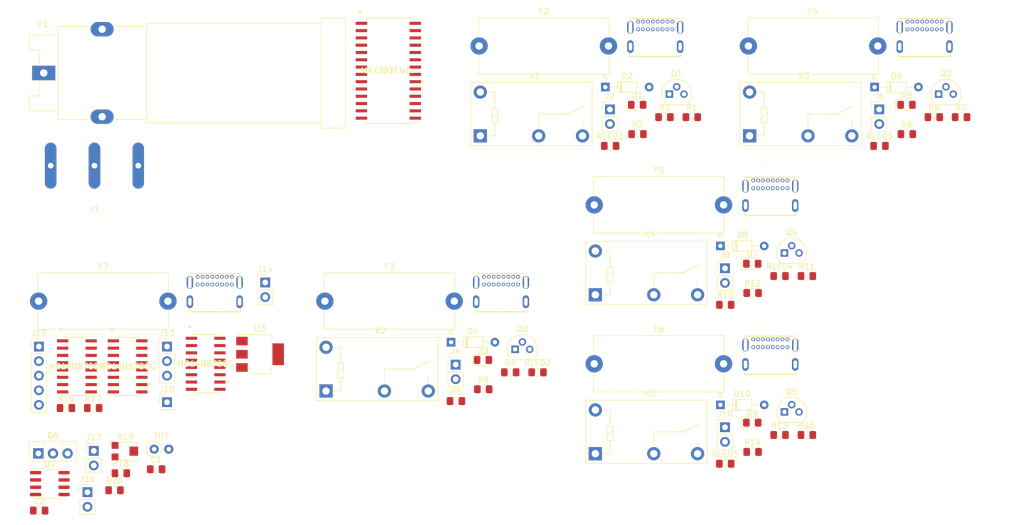
<source format=kicad_pcb>
(kicad_pcb (version 20171130) (host pcbnew "(5.1.5)-3")

  (general
    (thickness 1.6)
    (drawings 0)
    (tracks 0)
    (zones 0)
    (modules 80)
    (nets 108)
  )

  (page A4)
  (layers
    (0 F.Cu signal)
    (31 B.Cu signal)
    (32 B.Adhes user)
    (33 F.Adhes user)
    (34 B.Paste user)
    (35 F.Paste user)
    (36 B.SilkS user)
    (37 F.SilkS user)
    (38 B.Mask user)
    (39 F.Mask user)
    (40 Dwgs.User user)
    (41 Cmts.User user)
    (42 Eco1.User user)
    (43 Eco2.User user)
    (44 Edge.Cuts user)
    (45 Margin user)
    (46 B.CrtYd user)
    (47 F.CrtYd user)
    (48 B.Fab user)
    (49 F.Fab user)
  )

  (setup
    (last_trace_width 0.25)
    (trace_clearance 0.2)
    (zone_clearance 0.508)
    (zone_45_only no)
    (trace_min 0.2)
    (via_size 0.8)
    (via_drill 0.4)
    (via_min_size 0.4)
    (via_min_drill 0.3)
    (uvia_size 0.3)
    (uvia_drill 0.1)
    (uvias_allowed no)
    (uvia_min_size 0.2)
    (uvia_min_drill 0.1)
    (edge_width 0.05)
    (segment_width 0.2)
    (pcb_text_width 0.3)
    (pcb_text_size 1.5 1.5)
    (mod_edge_width 0.12)
    (mod_text_size 1 1)
    (mod_text_width 0.15)
    (pad_size 2 8)
    (pad_drill 1.5)
    (pad_to_mask_clearance 0.051)
    (solder_mask_min_width 0.25)
    (aux_axis_origin 0 0)
    (visible_elements 7FFFFFFF)
    (pcbplotparams
      (layerselection 0x010fc_ffffffff)
      (usegerberextensions false)
      (usegerberattributes false)
      (usegerberadvancedattributes false)
      (creategerberjobfile false)
      (excludeedgelayer true)
      (linewidth 0.100000)
      (plotframeref false)
      (viasonmask false)
      (mode 1)
      (useauxorigin false)
      (hpglpennumber 1)
      (hpglpenspeed 20)
      (hpglpendiameter 15.000000)
      (psnegative false)
      (psa4output false)
      (plotreference true)
      (plotvalue true)
      (plotinvisibletext false)
      (padsonsilk false)
      (subtractmaskfromsilk false)
      (outputformat 1)
      (mirror false)
      (drillshape 0)
      (scaleselection 1)
      (outputdirectory ""))
  )

  (net 0 "")
  (net 1 "Net-(C1-Pad1)")
  (net 2 GND)
  (net 3 "Net-(C2-Pad1)")
  (net 4 "Net-(D1-Pad2)")
  (net 5 "Net-(D1-Pad1)")
  (net 6 VCC)
  (net 7 "Net-(D3-Pad1)")
  (net 8 "Net-(D3-Pad2)")
  (net 9 "Net-(D5-Pad1)")
  (net 10 "Net-(D5-Pad2)")
  (net 11 "Net-(D7-Pad2)")
  (net 12 "Net-(D7-Pad1)")
  (net 13 "Net-(D10-Pad2)")
  (net 14 "Net-(D9-Pad2)")
  (net 15 "Net-(F1-Pad2)")
  (net 16 "Net-(F2-Pad1)")
  (net 17 "Net-(F2-Pad2)")
  (net 18 "Net-(F3-Pad2)")
  (net 19 "Net-(F3-Pad1)")
  (net 20 "Net-(F4-Pad1)")
  (net 21 "Net-(F4-Pad2)")
  (net 22 "Net-(F5-Pad1)")
  (net 23 "Net-(F5-Pad2)")
  (net 24 "Net-(F6-Pad2)")
  (net 25 "Net-(F6-Pad1)")
  (net 26 "Net-(F7-Pad1)")
  (net 27 /Fan_control/VCC)
  (net 28 /PiCl_relay1/Rx)
  (net 29 /PiCl_relay1/Tx)
  (net 30 "Net-(J3-PadB5)")
  (net 31 "Net-(J3-PadA5)")
  (net 32 /PiCl_relay2/Tx)
  (net 33 /PiCl_relay2/Rx)
  (net 34 "Net-(J5-PadA5)")
  (net 35 "Net-(J5-PadB5)")
  (net 36 /PiCl_relay3/Tx)
  (net 37 /PiCl_relay3/Rx)
  (net 38 "Net-(J7-PadB5)")
  (net 39 "Net-(J7-PadA5)")
  (net 40 /PiCl_relay4/Tx)
  (net 41 /PiCl_relay4/Rx)
  (net 42 "Net-(J9-PadA5)")
  (net 43 "Net-(J9-PadB5)")
  (net 44 /PiCl_relay5/Rx)
  (net 45 /PiCl_relay5/Tx)
  (net 46 "Net-(J11-PadA5)")
  (net 47 "Net-(J11-PadB5)")
  (net 48 "Net-(J12-Pad1)")
  (net 49 "Net-(J12-Pad2)")
  (net 50 "Net-(J12-Pad3)")
  (net 51 "Net-(J12-Pad4)")
  (net 52 "Net-(J12-Pad5)")
  (net 53 /PiCl_master/SS1)
  (net 54 /PiCl_master/SS2)
  (net 55 /PiCl_master/SS3)
  (net 56 /PiCl_master/Rx)
  (net 57 /PiCl_master/Tx)
  (net 58 "Net-(J15-PadB5)")
  (net 59 "Net-(J15-PadA5)")
  (net 60 "Net-(J16-Pad1)")
  (net 61 /PiCl_master/SE)
  (net 62 "Net-(Q1-Pad2)")
  (net 63 "Net-(Q2-Pad2)")
  (net 64 "Net-(Q3-Pad2)")
  (net 65 "Net-(Q4-Pad2)")
  (net 66 "Net-(Q5-Pad2)")
  (net 67 "Net-(Q6-Pad1)")
  (net 68 /PiCl_relay1/E)
  (net 69 /PiCl_relay2/E)
  (net 70 /PiCl_relay3/E)
  (net 71 /PiCl_relay4/E)
  (net 72 /PiCl_relay5/E)
  (net 73 "Net-(R18-Pad1)")
  (net 74 "Net-(R19-Pad1)")
  (net 75 "Net-(R20-Pad2)")
  (net 76 "Net-(U1-Pad3)")
  (net 77 "Net-(U1-Pad4)")
  (net 78 "Net-(U1-Pad5)")
  (net 79 "Net-(U1-Pad6)")
  (net 80 "Net-(U1-Pad13)")
  (net 81 "Net-(U1-Pad14)")
  (net 82 "Net-(U1-Pad24)")
  (net 83 "Net-(U1-Pad25)")
  (net 84 "Net-(U1-Pad26)")
  (net 85 "Net-(U3-Pad2)")
  (net 86 "Net-(U4-Pad2)")
  (net 87 "Net-(U4-Pad5)")
  (net 88 "Net-(U4-Pad6)")
  (net 89 "Net-(U4-Pad10)")
  (net 90 "Net-(U4-Pad11)")
  (net 91 "Net-(U4-Pad14)")
  (net 92 "Net-(U5-Pad2)")
  (net 93 "Net-(U5-Pad5)")
  (net 94 "Net-(U5-Pad6)")
  (net 95 "Net-(U5-Pad10)")
  (net 96 "Net-(U5-Pad11)")
  (net 97 "Net-(U5-Pad14)")
  (net 98 "Net-(U6-Pad15)")
  (net 99 "Net-(U6-Pad14)")
  (net 100 "Net-(U6-Pad13)")
  (net 101 "Net-(U6-Pad12)")
  (net 102 "Net-(U6-Pad11)")
  (net 103 "Net-(U6-Pad10)")
  (net 104 "Net-(U6-Pad9)")
  (net 105 "Net-(U6-Pad6)")
  (net 106 "Net-(U6-Pad5)")
  (net 107 "Net-(U6-Pad2)")

  (net_class Default "This is the default net class."
    (clearance 0.2)
    (trace_width 0.25)
    (via_dia 0.8)
    (via_drill 0.4)
    (uvia_dia 0.3)
    (uvia_drill 0.1)
    (add_net /Fan_control/VCC)
    (add_net /PiCl_master/Rx)
    (add_net /PiCl_master/SE)
    (add_net /PiCl_master/SS1)
    (add_net /PiCl_master/SS2)
    (add_net /PiCl_master/SS3)
    (add_net /PiCl_master/Tx)
    (add_net /PiCl_relay1/E)
    (add_net /PiCl_relay1/Rx)
    (add_net /PiCl_relay1/Tx)
    (add_net /PiCl_relay2/E)
    (add_net /PiCl_relay2/Rx)
    (add_net /PiCl_relay2/Tx)
    (add_net /PiCl_relay3/E)
    (add_net /PiCl_relay3/Rx)
    (add_net /PiCl_relay3/Tx)
    (add_net /PiCl_relay4/E)
    (add_net /PiCl_relay4/Rx)
    (add_net /PiCl_relay4/Tx)
    (add_net /PiCl_relay5/E)
    (add_net /PiCl_relay5/Rx)
    (add_net /PiCl_relay5/Tx)
    (add_net GND)
    (add_net "Net-(C1-Pad1)")
    (add_net "Net-(C2-Pad1)")
    (add_net "Net-(D1-Pad1)")
    (add_net "Net-(D1-Pad2)")
    (add_net "Net-(D10-Pad2)")
    (add_net "Net-(D3-Pad1)")
    (add_net "Net-(D3-Pad2)")
    (add_net "Net-(D5-Pad1)")
    (add_net "Net-(D5-Pad2)")
    (add_net "Net-(D7-Pad1)")
    (add_net "Net-(D7-Pad2)")
    (add_net "Net-(D9-Pad2)")
    (add_net "Net-(F1-Pad2)")
    (add_net "Net-(F2-Pad1)")
    (add_net "Net-(F2-Pad2)")
    (add_net "Net-(F3-Pad1)")
    (add_net "Net-(F3-Pad2)")
    (add_net "Net-(F4-Pad1)")
    (add_net "Net-(F4-Pad2)")
    (add_net "Net-(F5-Pad1)")
    (add_net "Net-(F5-Pad2)")
    (add_net "Net-(F6-Pad1)")
    (add_net "Net-(F6-Pad2)")
    (add_net "Net-(F7-Pad1)")
    (add_net "Net-(J11-PadA5)")
    (add_net "Net-(J11-PadB5)")
    (add_net "Net-(J12-Pad1)")
    (add_net "Net-(J12-Pad2)")
    (add_net "Net-(J12-Pad3)")
    (add_net "Net-(J12-Pad4)")
    (add_net "Net-(J12-Pad5)")
    (add_net "Net-(J15-PadA5)")
    (add_net "Net-(J15-PadB5)")
    (add_net "Net-(J16-Pad1)")
    (add_net "Net-(J3-PadA5)")
    (add_net "Net-(J3-PadB5)")
    (add_net "Net-(J5-PadA5)")
    (add_net "Net-(J5-PadB5)")
    (add_net "Net-(J7-PadA5)")
    (add_net "Net-(J7-PadB5)")
    (add_net "Net-(J9-PadA5)")
    (add_net "Net-(J9-PadB5)")
    (add_net "Net-(Q1-Pad2)")
    (add_net "Net-(Q2-Pad2)")
    (add_net "Net-(Q3-Pad2)")
    (add_net "Net-(Q4-Pad2)")
    (add_net "Net-(Q5-Pad2)")
    (add_net "Net-(Q6-Pad1)")
    (add_net "Net-(R18-Pad1)")
    (add_net "Net-(R19-Pad1)")
    (add_net "Net-(R20-Pad2)")
    (add_net "Net-(U1-Pad13)")
    (add_net "Net-(U1-Pad14)")
    (add_net "Net-(U1-Pad24)")
    (add_net "Net-(U1-Pad25)")
    (add_net "Net-(U1-Pad26)")
    (add_net "Net-(U1-Pad3)")
    (add_net "Net-(U1-Pad4)")
    (add_net "Net-(U1-Pad5)")
    (add_net "Net-(U1-Pad6)")
    (add_net "Net-(U3-Pad2)")
    (add_net "Net-(U4-Pad10)")
    (add_net "Net-(U4-Pad11)")
    (add_net "Net-(U4-Pad14)")
    (add_net "Net-(U4-Pad2)")
    (add_net "Net-(U4-Pad5)")
    (add_net "Net-(U4-Pad6)")
    (add_net "Net-(U5-Pad10)")
    (add_net "Net-(U5-Pad11)")
    (add_net "Net-(U5-Pad14)")
    (add_net "Net-(U5-Pad2)")
    (add_net "Net-(U5-Pad5)")
    (add_net "Net-(U5-Pad6)")
    (add_net "Net-(U6-Pad10)")
    (add_net "Net-(U6-Pad11)")
    (add_net "Net-(U6-Pad12)")
    (add_net "Net-(U6-Pad13)")
    (add_net "Net-(U6-Pad14)")
    (add_net "Net-(U6-Pad15)")
    (add_net "Net-(U6-Pad2)")
    (add_net "Net-(U6-Pad5)")
    (add_net "Net-(U6-Pad6)")
    (add_net "Net-(U6-Pad9)")
    (add_net VCC)
  )

  (net_class "PSU 5v" ""
    (clearance 0.2)
    (trace_width 8.09)
    (via_dia 0.8)
    (via_drill 0.4)
    (uvia_dia 0.3)
    (uvia_drill 0.1)
  )

  (net_class "RLY 5v" ""
    (clearance 0.2)
    (trace_width 0.7)
    (via_dia 0.8)
    (via_drill 0.4)
    (uvia_dia 0.3)
    (uvia_drill 0.1)
  )

  (module Capacitor_SMD:C_0805_2012Metric_Pad1.15x1.40mm_HandSolder (layer F.Cu) (tedit 5B36C52B) (tstamp 5E6FF90A)
    (at 79.725001 115.775001)
    (descr "Capacitor SMD 0805 (2012 Metric), square (rectangular) end terminal, IPC_7351 nominal with elongated pad for handsoldering. (Body size source: https://docs.google.com/spreadsheets/d/1BsfQQcO9C6DZCsRaXUlFlo91Tg2WpOkGARC1WS5S8t0/edit?usp=sharing), generated with kicad-footprint-generator")
    (tags "capacitor handsolder")
    (path /5E9BB089/5E9BFA32)
    (attr smd)
    (fp_text reference C1 (at 0 -1.65) (layer F.SilkS)
      (effects (font (size 1 1) (thickness 0.15)))
    )
    (fp_text value 0.01µ (at 0 1.65) (layer F.Fab)
      (effects (font (size 1 1) (thickness 0.15)))
    )
    (fp_line (start -1 0.6) (end -1 -0.6) (layer F.Fab) (width 0.1))
    (fp_line (start -1 -0.6) (end 1 -0.6) (layer F.Fab) (width 0.1))
    (fp_line (start 1 -0.6) (end 1 0.6) (layer F.Fab) (width 0.1))
    (fp_line (start 1 0.6) (end -1 0.6) (layer F.Fab) (width 0.1))
    (fp_line (start -0.261252 -0.71) (end 0.261252 -0.71) (layer F.SilkS) (width 0.12))
    (fp_line (start -0.261252 0.71) (end 0.261252 0.71) (layer F.SilkS) (width 0.12))
    (fp_line (start -1.85 0.95) (end -1.85 -0.95) (layer F.CrtYd) (width 0.05))
    (fp_line (start -1.85 -0.95) (end 1.85 -0.95) (layer F.CrtYd) (width 0.05))
    (fp_line (start 1.85 -0.95) (end 1.85 0.95) (layer F.CrtYd) (width 0.05))
    (fp_line (start 1.85 0.95) (end -1.85 0.95) (layer F.CrtYd) (width 0.05))
    (fp_text user %R (at 0 0) (layer F.Fab)
      (effects (font (size 0.5 0.5) (thickness 0.08)))
    )
    (pad 1 smd roundrect (at -1.025 0) (size 1.15 1.4) (layers F.Cu F.Paste F.Mask) (roundrect_rratio 0.217391)
      (net 1 "Net-(C1-Pad1)"))
    (pad 2 smd roundrect (at 1.025 0) (size 1.15 1.4) (layers F.Cu F.Paste F.Mask) (roundrect_rratio 0.217391)
      (net 2 GND))
    (model ${KISYS3DMOD}/Capacitor_SMD.3dshapes/C_0805_2012Metric.wrl
      (at (xyz 0 0 0))
      (scale (xyz 1 1 1))
      (rotate (xyz 0 0 0))
    )
  )

  (module Capacitor_SMD:C_0805_2012Metric_Pad1.15x1.40mm_HandSolder (layer F.Cu) (tedit 5B36C52B) (tstamp 5E6FF91B)
    (at 59.375001 122.975001)
    (descr "Capacitor SMD 0805 (2012 Metric), square (rectangular) end terminal, IPC_7351 nominal with elongated pad for handsoldering. (Body size source: https://docs.google.com/spreadsheets/d/1BsfQQcO9C6DZCsRaXUlFlo91Tg2WpOkGARC1WS5S8t0/edit?usp=sharing), generated with kicad-footprint-generator")
    (tags "capacitor handsolder")
    (path /5E9BB089/5E9BFA44)
    (attr smd)
    (fp_text reference C2 (at 0 -1.65) (layer F.SilkS)
      (effects (font (size 1 1) (thickness 0.15)))
    )
    (fp_text value 0.1µ (at 0 1.65) (layer F.Fab)
      (effects (font (size 1 1) (thickness 0.15)))
    )
    (fp_text user %R (at 0 0) (layer F.Fab)
      (effects (font (size 0.5 0.5) (thickness 0.08)))
    )
    (fp_line (start 1.85 0.95) (end -1.85 0.95) (layer F.CrtYd) (width 0.05))
    (fp_line (start 1.85 -0.95) (end 1.85 0.95) (layer F.CrtYd) (width 0.05))
    (fp_line (start -1.85 -0.95) (end 1.85 -0.95) (layer F.CrtYd) (width 0.05))
    (fp_line (start -1.85 0.95) (end -1.85 -0.95) (layer F.CrtYd) (width 0.05))
    (fp_line (start -0.261252 0.71) (end 0.261252 0.71) (layer F.SilkS) (width 0.12))
    (fp_line (start -0.261252 -0.71) (end 0.261252 -0.71) (layer F.SilkS) (width 0.12))
    (fp_line (start 1 0.6) (end -1 0.6) (layer F.Fab) (width 0.1))
    (fp_line (start 1 -0.6) (end 1 0.6) (layer F.Fab) (width 0.1))
    (fp_line (start -1 -0.6) (end 1 -0.6) (layer F.Fab) (width 0.1))
    (fp_line (start -1 0.6) (end -1 -0.6) (layer F.Fab) (width 0.1))
    (pad 2 smd roundrect (at 1.025 0) (size 1.15 1.4) (layers F.Cu F.Paste F.Mask) (roundrect_rratio 0.217391)
      (net 2 GND))
    (pad 1 smd roundrect (at -1.025 0) (size 1.15 1.4) (layers F.Cu F.Paste F.Mask) (roundrect_rratio 0.217391)
      (net 3 "Net-(C2-Pad1)"))
    (model ${KISYS3DMOD}/Capacitor_SMD.3dshapes/C_0805_2012Metric.wrl
      (at (xyz 0 0 0))
      (scale (xyz 1 1 1))
      (rotate (xyz 0 0 0))
    )
  )

  (module LED_SMD:LED_0805_2012Metric_Pad1.15x1.40mm_HandSolder (layer F.Cu) (tedit 5B4B45C9) (tstamp 5E6FF92E)
    (at 163.400001 52.320001)
    (descr "LED SMD 0805 (2012 Metric), square (rectangular) end terminal, IPC_7351 nominal, (Body size source: https://docs.google.com/spreadsheets/d/1BsfQQcO9C6DZCsRaXUlFlo91Tg2WpOkGARC1WS5S8t0/edit?usp=sharing), generated with kicad-footprint-generator")
    (tags "LED handsolder")
    (path /5E74A929/5E7CECB3)
    (attr smd)
    (fp_text reference D1 (at 0 -1.65) (layer F.SilkS)
      (effects (font (size 1 1) (thickness 0.15)))
    )
    (fp_text value LED (at 0 1.65) (layer F.Fab)
      (effects (font (size 1 1) (thickness 0.15)))
    )
    (fp_text user %R (at 0 0) (layer F.Fab)
      (effects (font (size 0.5 0.5) (thickness 0.08)))
    )
    (fp_line (start 1.85 0.95) (end -1.85 0.95) (layer F.CrtYd) (width 0.05))
    (fp_line (start 1.85 -0.95) (end 1.85 0.95) (layer F.CrtYd) (width 0.05))
    (fp_line (start -1.85 -0.95) (end 1.85 -0.95) (layer F.CrtYd) (width 0.05))
    (fp_line (start -1.85 0.95) (end -1.85 -0.95) (layer F.CrtYd) (width 0.05))
    (fp_line (start -1.86 0.96) (end 1 0.96) (layer F.SilkS) (width 0.12))
    (fp_line (start -1.86 -0.96) (end -1.86 0.96) (layer F.SilkS) (width 0.12))
    (fp_line (start 1 -0.96) (end -1.86 -0.96) (layer F.SilkS) (width 0.12))
    (fp_line (start 1 0.6) (end 1 -0.6) (layer F.Fab) (width 0.1))
    (fp_line (start -1 0.6) (end 1 0.6) (layer F.Fab) (width 0.1))
    (fp_line (start -1 -0.3) (end -1 0.6) (layer F.Fab) (width 0.1))
    (fp_line (start -0.7 -0.6) (end -1 -0.3) (layer F.Fab) (width 0.1))
    (fp_line (start 1 -0.6) (end -0.7 -0.6) (layer F.Fab) (width 0.1))
    (pad 2 smd roundrect (at 1.025 0) (size 1.15 1.4) (layers F.Cu F.Paste F.Mask) (roundrect_rratio 0.217391)
      (net 4 "Net-(D1-Pad2)"))
    (pad 1 smd roundrect (at -1.025 0) (size 1.15 1.4) (layers F.Cu F.Paste F.Mask) (roundrect_rratio 0.217391)
      (net 5 "Net-(D1-Pad1)"))
    (model ${KISYS3DMOD}/LED_SMD.3dshapes/LED_0805_2012Metric.wrl
      (at (xyz 0 0 0))
      (scale (xyz 1 1 1))
      (rotate (xyz 0 0 0))
    )
  )

  (module Diode_THT:D_DO-34_SOD68_P7.62mm_Horizontal (layer F.Cu) (tedit 5AE50CD5) (tstamp 5E6FF94D)
    (at 157.855001 49.225001)
    (descr "Diode, DO-34_SOD68 series, Axial, Horizontal, pin pitch=7.62mm, , length*diameter=3.04*1.6mm^2, , https://www.nxp.com/docs/en/data-sheet/KTY83_SER.pdf")
    (tags "Diode DO-34_SOD68 series Axial Horizontal pin pitch 7.62mm  length 3.04mm diameter 1.6mm")
    (path /5E74A929/5E7CECBF)
    (fp_text reference D2 (at 3.81 -1.92) (layer F.SilkS)
      (effects (font (size 1 1) (thickness 0.15)))
    )
    (fp_text value 1N4007 (at 3.81 1.92) (layer F.Fab)
      (effects (font (size 1 1) (thickness 0.15)))
    )
    (fp_line (start 2.29 -0.8) (end 2.29 0.8) (layer F.Fab) (width 0.1))
    (fp_line (start 2.29 0.8) (end 5.33 0.8) (layer F.Fab) (width 0.1))
    (fp_line (start 5.33 0.8) (end 5.33 -0.8) (layer F.Fab) (width 0.1))
    (fp_line (start 5.33 -0.8) (end 2.29 -0.8) (layer F.Fab) (width 0.1))
    (fp_line (start 0 0) (end 2.29 0) (layer F.Fab) (width 0.1))
    (fp_line (start 7.62 0) (end 5.33 0) (layer F.Fab) (width 0.1))
    (fp_line (start 2.746 -0.8) (end 2.746 0.8) (layer F.Fab) (width 0.1))
    (fp_line (start 2.846 -0.8) (end 2.846 0.8) (layer F.Fab) (width 0.1))
    (fp_line (start 2.646 -0.8) (end 2.646 0.8) (layer F.Fab) (width 0.1))
    (fp_line (start 2.17 -0.92) (end 2.17 0.92) (layer F.SilkS) (width 0.12))
    (fp_line (start 2.17 0.92) (end 5.45 0.92) (layer F.SilkS) (width 0.12))
    (fp_line (start 5.45 0.92) (end 5.45 -0.92) (layer F.SilkS) (width 0.12))
    (fp_line (start 5.45 -0.92) (end 2.17 -0.92) (layer F.SilkS) (width 0.12))
    (fp_line (start 0.99 0) (end 2.17 0) (layer F.SilkS) (width 0.12))
    (fp_line (start 6.63 0) (end 5.45 0) (layer F.SilkS) (width 0.12))
    (fp_line (start 2.746 -0.92) (end 2.746 0.92) (layer F.SilkS) (width 0.12))
    (fp_line (start 2.866 -0.92) (end 2.866 0.92) (layer F.SilkS) (width 0.12))
    (fp_line (start 2.626 -0.92) (end 2.626 0.92) (layer F.SilkS) (width 0.12))
    (fp_line (start -1 -1.05) (end -1 1.05) (layer F.CrtYd) (width 0.05))
    (fp_line (start -1 1.05) (end 8.63 1.05) (layer F.CrtYd) (width 0.05))
    (fp_line (start 8.63 1.05) (end 8.63 -1.05) (layer F.CrtYd) (width 0.05))
    (fp_line (start 8.63 -1.05) (end -1 -1.05) (layer F.CrtYd) (width 0.05))
    (fp_text user %R (at 4.038 0) (layer F.Fab)
      (effects (font (size 0.608 0.608) (thickness 0.0912)))
    )
    (fp_text user K (at 0 -1.75) (layer F.Fab)
      (effects (font (size 1 1) (thickness 0.15)))
    )
    (fp_text user K (at 0 -1.75) (layer F.SilkS)
      (effects (font (size 1 1) (thickness 0.15)))
    )
    (pad 1 thru_hole rect (at 0 0) (size 1.5 1.5) (drill 0.75) (layers *.Cu *.Mask)
      (net 6 VCC))
    (pad 2 thru_hole oval (at 7.62 0) (size 1.5 1.5) (drill 0.75) (layers *.Cu *.Mask)
      (net 5 "Net-(D1-Pad1)"))
    (model ${KISYS3DMOD}/Diode_THT.3dshapes/D_DO-34_SOD68_P7.62mm_Horizontal.wrl
      (at (xyz 0 0 0))
      (scale (xyz 1 1 1))
      (rotate (xyz 0 0 0))
    )
  )

  (module LED_SMD:LED_0805_2012Metric_Pad1.15x1.40mm_HandSolder (layer F.Cu) (tedit 5B4B45C9) (tstamp 5E6FF960)
    (at 136.570001 96.750001)
    (descr "LED SMD 0805 (2012 Metric), square (rectangular) end terminal, IPC_7351 nominal, (Body size source: https://docs.google.com/spreadsheets/d/1BsfQQcO9C6DZCsRaXUlFlo91Tg2WpOkGARC1WS5S8t0/edit?usp=sharing), generated with kicad-footprint-generator")
    (tags "LED handsolder")
    (path /5EA7B47D/5E7CECB3)
    (attr smd)
    (fp_text reference D3 (at 0 -1.65) (layer F.SilkS)
      (effects (font (size 1 1) (thickness 0.15)))
    )
    (fp_text value LED (at 0 1.65) (layer F.Fab)
      (effects (font (size 1 1) (thickness 0.15)))
    )
    (fp_line (start 1 -0.6) (end -0.7 -0.6) (layer F.Fab) (width 0.1))
    (fp_line (start -0.7 -0.6) (end -1 -0.3) (layer F.Fab) (width 0.1))
    (fp_line (start -1 -0.3) (end -1 0.6) (layer F.Fab) (width 0.1))
    (fp_line (start -1 0.6) (end 1 0.6) (layer F.Fab) (width 0.1))
    (fp_line (start 1 0.6) (end 1 -0.6) (layer F.Fab) (width 0.1))
    (fp_line (start 1 -0.96) (end -1.86 -0.96) (layer F.SilkS) (width 0.12))
    (fp_line (start -1.86 -0.96) (end -1.86 0.96) (layer F.SilkS) (width 0.12))
    (fp_line (start -1.86 0.96) (end 1 0.96) (layer F.SilkS) (width 0.12))
    (fp_line (start -1.85 0.95) (end -1.85 -0.95) (layer F.CrtYd) (width 0.05))
    (fp_line (start -1.85 -0.95) (end 1.85 -0.95) (layer F.CrtYd) (width 0.05))
    (fp_line (start 1.85 -0.95) (end 1.85 0.95) (layer F.CrtYd) (width 0.05))
    (fp_line (start 1.85 0.95) (end -1.85 0.95) (layer F.CrtYd) (width 0.05))
    (fp_text user %R (at 0 0) (layer F.Fab)
      (effects (font (size 0.5 0.5) (thickness 0.08)))
    )
    (pad 1 smd roundrect (at -1.025 0) (size 1.15 1.4) (layers F.Cu F.Paste F.Mask) (roundrect_rratio 0.217391)
      (net 7 "Net-(D3-Pad1)"))
    (pad 2 smd roundrect (at 1.025 0) (size 1.15 1.4) (layers F.Cu F.Paste F.Mask) (roundrect_rratio 0.217391)
      (net 8 "Net-(D3-Pad2)"))
    (model ${KISYS3DMOD}/LED_SMD.3dshapes/LED_0805_2012Metric.wrl
      (at (xyz 0 0 0))
      (scale (xyz 1 1 1))
      (rotate (xyz 0 0 0))
    )
  )

  (module Diode_THT:D_DO-34_SOD68_P7.62mm_Horizontal (layer F.Cu) (tedit 5AE50CD5) (tstamp 5E6FF97F)
    (at 131.025001 93.655001)
    (descr "Diode, DO-34_SOD68 series, Axial, Horizontal, pin pitch=7.62mm, , length*diameter=3.04*1.6mm^2, , https://www.nxp.com/docs/en/data-sheet/KTY83_SER.pdf")
    (tags "Diode DO-34_SOD68 series Axial Horizontal pin pitch 7.62mm  length 3.04mm diameter 1.6mm")
    (path /5EA7B47D/5E7CECBF)
    (fp_text reference D4 (at 3.81 -1.92) (layer F.SilkS)
      (effects (font (size 1 1) (thickness 0.15)))
    )
    (fp_text value 1N4007 (at 3.81 1.92) (layer F.Fab)
      (effects (font (size 1 1) (thickness 0.15)))
    )
    (fp_line (start 2.29 -0.8) (end 2.29 0.8) (layer F.Fab) (width 0.1))
    (fp_line (start 2.29 0.8) (end 5.33 0.8) (layer F.Fab) (width 0.1))
    (fp_line (start 5.33 0.8) (end 5.33 -0.8) (layer F.Fab) (width 0.1))
    (fp_line (start 5.33 -0.8) (end 2.29 -0.8) (layer F.Fab) (width 0.1))
    (fp_line (start 0 0) (end 2.29 0) (layer F.Fab) (width 0.1))
    (fp_line (start 7.62 0) (end 5.33 0) (layer F.Fab) (width 0.1))
    (fp_line (start 2.746 -0.8) (end 2.746 0.8) (layer F.Fab) (width 0.1))
    (fp_line (start 2.846 -0.8) (end 2.846 0.8) (layer F.Fab) (width 0.1))
    (fp_line (start 2.646 -0.8) (end 2.646 0.8) (layer F.Fab) (width 0.1))
    (fp_line (start 2.17 -0.92) (end 2.17 0.92) (layer F.SilkS) (width 0.12))
    (fp_line (start 2.17 0.92) (end 5.45 0.92) (layer F.SilkS) (width 0.12))
    (fp_line (start 5.45 0.92) (end 5.45 -0.92) (layer F.SilkS) (width 0.12))
    (fp_line (start 5.45 -0.92) (end 2.17 -0.92) (layer F.SilkS) (width 0.12))
    (fp_line (start 0.99 0) (end 2.17 0) (layer F.SilkS) (width 0.12))
    (fp_line (start 6.63 0) (end 5.45 0) (layer F.SilkS) (width 0.12))
    (fp_line (start 2.746 -0.92) (end 2.746 0.92) (layer F.SilkS) (width 0.12))
    (fp_line (start 2.866 -0.92) (end 2.866 0.92) (layer F.SilkS) (width 0.12))
    (fp_line (start 2.626 -0.92) (end 2.626 0.92) (layer F.SilkS) (width 0.12))
    (fp_line (start -1 -1.05) (end -1 1.05) (layer F.CrtYd) (width 0.05))
    (fp_line (start -1 1.05) (end 8.63 1.05) (layer F.CrtYd) (width 0.05))
    (fp_line (start 8.63 1.05) (end 8.63 -1.05) (layer F.CrtYd) (width 0.05))
    (fp_line (start 8.63 -1.05) (end -1 -1.05) (layer F.CrtYd) (width 0.05))
    (fp_text user %R (at 4.038 0) (layer F.Fab)
      (effects (font (size 0.608 0.608) (thickness 0.0912)))
    )
    (fp_text user K (at 0 -1.75) (layer F.Fab)
      (effects (font (size 1 1) (thickness 0.15)))
    )
    (fp_text user K (at 0 -1.75) (layer F.SilkS)
      (effects (font (size 1 1) (thickness 0.15)))
    )
    (pad 1 thru_hole rect (at 0 0) (size 1.5 1.5) (drill 0.75) (layers *.Cu *.Mask)
      (net 6 VCC))
    (pad 2 thru_hole oval (at 7.62 0) (size 1.5 1.5) (drill 0.75) (layers *.Cu *.Mask)
      (net 7 "Net-(D3-Pad1)"))
    (model ${KISYS3DMOD}/Diode_THT.3dshapes/D_DO-34_SOD68_P7.62mm_Horizontal.wrl
      (at (xyz 0 0 0))
      (scale (xyz 1 1 1))
      (rotate (xyz 0 0 0))
    )
  )

  (module LED_SMD:LED_0805_2012Metric_Pad1.15x1.40mm_HandSolder (layer F.Cu) (tedit 5B4B45C9) (tstamp 5E6FF992)
    (at 210.250001 52.320001)
    (descr "LED SMD 0805 (2012 Metric), square (rectangular) end terminal, IPC_7351 nominal, (Body size source: https://docs.google.com/spreadsheets/d/1BsfQQcO9C6DZCsRaXUlFlo91Tg2WpOkGARC1WS5S8t0/edit?usp=sharing), generated with kicad-footprint-generator")
    (tags "LED handsolder")
    (path /5EAE26CA/5E7CECB3)
    (attr smd)
    (fp_text reference D5 (at 0 -1.65) (layer F.SilkS)
      (effects (font (size 1 1) (thickness 0.15)))
    )
    (fp_text value LED (at 0 1.65) (layer F.Fab)
      (effects (font (size 1 1) (thickness 0.15)))
    )
    (fp_text user %R (at 0 0) (layer F.Fab)
      (effects (font (size 0.5 0.5) (thickness 0.08)))
    )
    (fp_line (start 1.85 0.95) (end -1.85 0.95) (layer F.CrtYd) (width 0.05))
    (fp_line (start 1.85 -0.95) (end 1.85 0.95) (layer F.CrtYd) (width 0.05))
    (fp_line (start -1.85 -0.95) (end 1.85 -0.95) (layer F.CrtYd) (width 0.05))
    (fp_line (start -1.85 0.95) (end -1.85 -0.95) (layer F.CrtYd) (width 0.05))
    (fp_line (start -1.86 0.96) (end 1 0.96) (layer F.SilkS) (width 0.12))
    (fp_line (start -1.86 -0.96) (end -1.86 0.96) (layer F.SilkS) (width 0.12))
    (fp_line (start 1 -0.96) (end -1.86 -0.96) (layer F.SilkS) (width 0.12))
    (fp_line (start 1 0.6) (end 1 -0.6) (layer F.Fab) (width 0.1))
    (fp_line (start -1 0.6) (end 1 0.6) (layer F.Fab) (width 0.1))
    (fp_line (start -1 -0.3) (end -1 0.6) (layer F.Fab) (width 0.1))
    (fp_line (start -0.7 -0.6) (end -1 -0.3) (layer F.Fab) (width 0.1))
    (fp_line (start 1 -0.6) (end -0.7 -0.6) (layer F.Fab) (width 0.1))
    (pad 2 smd roundrect (at 1.025 0) (size 1.15 1.4) (layers F.Cu F.Paste F.Mask) (roundrect_rratio 0.217391)
      (net 10 "Net-(D5-Pad2)"))
    (pad 1 smd roundrect (at -1.025 0) (size 1.15 1.4) (layers F.Cu F.Paste F.Mask) (roundrect_rratio 0.217391)
      (net 9 "Net-(D5-Pad1)"))
    (model ${KISYS3DMOD}/LED_SMD.3dshapes/LED_0805_2012Metric.wrl
      (at (xyz 0 0 0))
      (scale (xyz 1 1 1))
      (rotate (xyz 0 0 0))
    )
  )

  (module Diode_THT:D_DO-34_SOD68_P7.62mm_Horizontal (layer F.Cu) (tedit 5AE50CD5) (tstamp 5E6FF9B1)
    (at 204.705001 49.225001)
    (descr "Diode, DO-34_SOD68 series, Axial, Horizontal, pin pitch=7.62mm, , length*diameter=3.04*1.6mm^2, , https://www.nxp.com/docs/en/data-sheet/KTY83_SER.pdf")
    (tags "Diode DO-34_SOD68 series Axial Horizontal pin pitch 7.62mm  length 3.04mm diameter 1.6mm")
    (path /5EAE26CA/5E7CECBF)
    (fp_text reference D6 (at 3.81 -1.92) (layer F.SilkS)
      (effects (font (size 1 1) (thickness 0.15)))
    )
    (fp_text value 1N4007 (at 3.81 1.92) (layer F.Fab)
      (effects (font (size 1 1) (thickness 0.15)))
    )
    (fp_line (start 2.29 -0.8) (end 2.29 0.8) (layer F.Fab) (width 0.1))
    (fp_line (start 2.29 0.8) (end 5.33 0.8) (layer F.Fab) (width 0.1))
    (fp_line (start 5.33 0.8) (end 5.33 -0.8) (layer F.Fab) (width 0.1))
    (fp_line (start 5.33 -0.8) (end 2.29 -0.8) (layer F.Fab) (width 0.1))
    (fp_line (start 0 0) (end 2.29 0) (layer F.Fab) (width 0.1))
    (fp_line (start 7.62 0) (end 5.33 0) (layer F.Fab) (width 0.1))
    (fp_line (start 2.746 -0.8) (end 2.746 0.8) (layer F.Fab) (width 0.1))
    (fp_line (start 2.846 -0.8) (end 2.846 0.8) (layer F.Fab) (width 0.1))
    (fp_line (start 2.646 -0.8) (end 2.646 0.8) (layer F.Fab) (width 0.1))
    (fp_line (start 2.17 -0.92) (end 2.17 0.92) (layer F.SilkS) (width 0.12))
    (fp_line (start 2.17 0.92) (end 5.45 0.92) (layer F.SilkS) (width 0.12))
    (fp_line (start 5.45 0.92) (end 5.45 -0.92) (layer F.SilkS) (width 0.12))
    (fp_line (start 5.45 -0.92) (end 2.17 -0.92) (layer F.SilkS) (width 0.12))
    (fp_line (start 0.99 0) (end 2.17 0) (layer F.SilkS) (width 0.12))
    (fp_line (start 6.63 0) (end 5.45 0) (layer F.SilkS) (width 0.12))
    (fp_line (start 2.746 -0.92) (end 2.746 0.92) (layer F.SilkS) (width 0.12))
    (fp_line (start 2.866 -0.92) (end 2.866 0.92) (layer F.SilkS) (width 0.12))
    (fp_line (start 2.626 -0.92) (end 2.626 0.92) (layer F.SilkS) (width 0.12))
    (fp_line (start -1 -1.05) (end -1 1.05) (layer F.CrtYd) (width 0.05))
    (fp_line (start -1 1.05) (end 8.63 1.05) (layer F.CrtYd) (width 0.05))
    (fp_line (start 8.63 1.05) (end 8.63 -1.05) (layer F.CrtYd) (width 0.05))
    (fp_line (start 8.63 -1.05) (end -1 -1.05) (layer F.CrtYd) (width 0.05))
    (fp_text user %R (at 4.038 0) (layer F.Fab)
      (effects (font (size 0.608 0.608) (thickness 0.0912)))
    )
    (fp_text user K (at 0 -1.75) (layer F.Fab)
      (effects (font (size 1 1) (thickness 0.15)))
    )
    (fp_text user K (at 0 -1.75) (layer F.SilkS)
      (effects (font (size 1 1) (thickness 0.15)))
    )
    (pad 1 thru_hole rect (at 0 0) (size 1.5 1.5) (drill 0.75) (layers *.Cu *.Mask)
      (net 6 VCC))
    (pad 2 thru_hole oval (at 7.62 0) (size 1.5 1.5) (drill 0.75) (layers *.Cu *.Mask)
      (net 9 "Net-(D5-Pad1)"))
    (model ${KISYS3DMOD}/Diode_THT.3dshapes/D_DO-34_SOD68_P7.62mm_Horizontal.wrl
      (at (xyz 0 0 0))
      (scale (xyz 1 1 1))
      (rotate (xyz 0 0 0))
    )
  )

  (module LED_SMD:LED_0805_2012Metric_Pad1.15x1.40mm_HandSolder (layer F.Cu) (tedit 5B4B45C9) (tstamp 5E6FF9C4)
    (at 183.420001 79.990001)
    (descr "LED SMD 0805 (2012 Metric), square (rectangular) end terminal, IPC_7351 nominal, (Body size source: https://docs.google.com/spreadsheets/d/1BsfQQcO9C6DZCsRaXUlFlo91Tg2WpOkGARC1WS5S8t0/edit?usp=sharing), generated with kicad-footprint-generator")
    (tags "LED handsolder")
    (path /5EB87C6E/5E7CECB3)
    (attr smd)
    (fp_text reference D7 (at 0 -1.65) (layer F.SilkS)
      (effects (font (size 1 1) (thickness 0.15)))
    )
    (fp_text value LED (at 0 1.65) (layer F.Fab)
      (effects (font (size 1 1) (thickness 0.15)))
    )
    (fp_line (start 1 -0.6) (end -0.7 -0.6) (layer F.Fab) (width 0.1))
    (fp_line (start -0.7 -0.6) (end -1 -0.3) (layer F.Fab) (width 0.1))
    (fp_line (start -1 -0.3) (end -1 0.6) (layer F.Fab) (width 0.1))
    (fp_line (start -1 0.6) (end 1 0.6) (layer F.Fab) (width 0.1))
    (fp_line (start 1 0.6) (end 1 -0.6) (layer F.Fab) (width 0.1))
    (fp_line (start 1 -0.96) (end -1.86 -0.96) (layer F.SilkS) (width 0.12))
    (fp_line (start -1.86 -0.96) (end -1.86 0.96) (layer F.SilkS) (width 0.12))
    (fp_line (start -1.86 0.96) (end 1 0.96) (layer F.SilkS) (width 0.12))
    (fp_line (start -1.85 0.95) (end -1.85 -0.95) (layer F.CrtYd) (width 0.05))
    (fp_line (start -1.85 -0.95) (end 1.85 -0.95) (layer F.CrtYd) (width 0.05))
    (fp_line (start 1.85 -0.95) (end 1.85 0.95) (layer F.CrtYd) (width 0.05))
    (fp_line (start 1.85 0.95) (end -1.85 0.95) (layer F.CrtYd) (width 0.05))
    (fp_text user %R (at 0 0) (layer F.Fab)
      (effects (font (size 0.5 0.5) (thickness 0.08)))
    )
    (pad 1 smd roundrect (at -1.025 0) (size 1.15 1.4) (layers F.Cu F.Paste F.Mask) (roundrect_rratio 0.217391)
      (net 12 "Net-(D7-Pad1)"))
    (pad 2 smd roundrect (at 1.025 0) (size 1.15 1.4) (layers F.Cu F.Paste F.Mask) (roundrect_rratio 0.217391)
      (net 11 "Net-(D7-Pad2)"))
    (model ${KISYS3DMOD}/LED_SMD.3dshapes/LED_0805_2012Metric.wrl
      (at (xyz 0 0 0))
      (scale (xyz 1 1 1))
      (rotate (xyz 0 0 0))
    )
  )

  (module Diode_THT:D_DO-34_SOD68_P7.62mm_Horizontal (layer F.Cu) (tedit 5AE50CD5) (tstamp 5E6FF9E3)
    (at 177.875001 76.895001)
    (descr "Diode, DO-34_SOD68 series, Axial, Horizontal, pin pitch=7.62mm, , length*diameter=3.04*1.6mm^2, , https://www.nxp.com/docs/en/data-sheet/KTY83_SER.pdf")
    (tags "Diode DO-34_SOD68 series Axial Horizontal pin pitch 7.62mm  length 3.04mm diameter 1.6mm")
    (path /5EB87C6E/5E7CECBF)
    (fp_text reference D8 (at 3.81 -1.92) (layer F.SilkS)
      (effects (font (size 1 1) (thickness 0.15)))
    )
    (fp_text value 1N4007 (at 3.81 1.92) (layer F.Fab)
      (effects (font (size 1 1) (thickness 0.15)))
    )
    (fp_text user K (at 0 -1.75) (layer F.SilkS)
      (effects (font (size 1 1) (thickness 0.15)))
    )
    (fp_text user K (at 0 -1.75) (layer F.Fab)
      (effects (font (size 1 1) (thickness 0.15)))
    )
    (fp_text user %R (at 4.038 0) (layer F.Fab)
      (effects (font (size 0.608 0.608) (thickness 0.0912)))
    )
    (fp_line (start 8.63 -1.05) (end -1 -1.05) (layer F.CrtYd) (width 0.05))
    (fp_line (start 8.63 1.05) (end 8.63 -1.05) (layer F.CrtYd) (width 0.05))
    (fp_line (start -1 1.05) (end 8.63 1.05) (layer F.CrtYd) (width 0.05))
    (fp_line (start -1 -1.05) (end -1 1.05) (layer F.CrtYd) (width 0.05))
    (fp_line (start 2.626 -0.92) (end 2.626 0.92) (layer F.SilkS) (width 0.12))
    (fp_line (start 2.866 -0.92) (end 2.866 0.92) (layer F.SilkS) (width 0.12))
    (fp_line (start 2.746 -0.92) (end 2.746 0.92) (layer F.SilkS) (width 0.12))
    (fp_line (start 6.63 0) (end 5.45 0) (layer F.SilkS) (width 0.12))
    (fp_line (start 0.99 0) (end 2.17 0) (layer F.SilkS) (width 0.12))
    (fp_line (start 5.45 -0.92) (end 2.17 -0.92) (layer F.SilkS) (width 0.12))
    (fp_line (start 5.45 0.92) (end 5.45 -0.92) (layer F.SilkS) (width 0.12))
    (fp_line (start 2.17 0.92) (end 5.45 0.92) (layer F.SilkS) (width 0.12))
    (fp_line (start 2.17 -0.92) (end 2.17 0.92) (layer F.SilkS) (width 0.12))
    (fp_line (start 2.646 -0.8) (end 2.646 0.8) (layer F.Fab) (width 0.1))
    (fp_line (start 2.846 -0.8) (end 2.846 0.8) (layer F.Fab) (width 0.1))
    (fp_line (start 2.746 -0.8) (end 2.746 0.8) (layer F.Fab) (width 0.1))
    (fp_line (start 7.62 0) (end 5.33 0) (layer F.Fab) (width 0.1))
    (fp_line (start 0 0) (end 2.29 0) (layer F.Fab) (width 0.1))
    (fp_line (start 5.33 -0.8) (end 2.29 -0.8) (layer F.Fab) (width 0.1))
    (fp_line (start 5.33 0.8) (end 5.33 -0.8) (layer F.Fab) (width 0.1))
    (fp_line (start 2.29 0.8) (end 5.33 0.8) (layer F.Fab) (width 0.1))
    (fp_line (start 2.29 -0.8) (end 2.29 0.8) (layer F.Fab) (width 0.1))
    (pad 2 thru_hole oval (at 7.62 0) (size 1.5 1.5) (drill 0.75) (layers *.Cu *.Mask)
      (net 12 "Net-(D7-Pad1)"))
    (pad 1 thru_hole rect (at 0 0) (size 1.5 1.5) (drill 0.75) (layers *.Cu *.Mask)
      (net 6 VCC))
    (model ${KISYS3DMOD}/Diode_THT.3dshapes/D_DO-34_SOD68_P7.62mm_Horizontal.wrl
      (at (xyz 0 0 0))
      (scale (xyz 1 1 1))
      (rotate (xyz 0 0 0))
    )
  )

  (module LED_SMD:LED_0805_2012Metric_Pad1.15x1.40mm_HandSolder (layer F.Cu) (tedit 5B4B45C9) (tstamp 5E6FF9F6)
    (at 183.420001 107.660001)
    (descr "LED SMD 0805 (2012 Metric), square (rectangular) end terminal, IPC_7351 nominal, (Body size source: https://docs.google.com/spreadsheets/d/1BsfQQcO9C6DZCsRaXUlFlo91Tg2WpOkGARC1WS5S8t0/edit?usp=sharing), generated with kicad-footprint-generator")
    (tags "LED handsolder")
    (path /5EC03995/5E7CECB3)
    (attr smd)
    (fp_text reference D9 (at 0 -1.65) (layer F.SilkS)
      (effects (font (size 1 1) (thickness 0.15)))
    )
    (fp_text value LED (at 0 1.65) (layer F.Fab)
      (effects (font (size 1 1) (thickness 0.15)))
    )
    (fp_line (start 1 -0.6) (end -0.7 -0.6) (layer F.Fab) (width 0.1))
    (fp_line (start -0.7 -0.6) (end -1 -0.3) (layer F.Fab) (width 0.1))
    (fp_line (start -1 -0.3) (end -1 0.6) (layer F.Fab) (width 0.1))
    (fp_line (start -1 0.6) (end 1 0.6) (layer F.Fab) (width 0.1))
    (fp_line (start 1 0.6) (end 1 -0.6) (layer F.Fab) (width 0.1))
    (fp_line (start 1 -0.96) (end -1.86 -0.96) (layer F.SilkS) (width 0.12))
    (fp_line (start -1.86 -0.96) (end -1.86 0.96) (layer F.SilkS) (width 0.12))
    (fp_line (start -1.86 0.96) (end 1 0.96) (layer F.SilkS) (width 0.12))
    (fp_line (start -1.85 0.95) (end -1.85 -0.95) (layer F.CrtYd) (width 0.05))
    (fp_line (start -1.85 -0.95) (end 1.85 -0.95) (layer F.CrtYd) (width 0.05))
    (fp_line (start 1.85 -0.95) (end 1.85 0.95) (layer F.CrtYd) (width 0.05))
    (fp_line (start 1.85 0.95) (end -1.85 0.95) (layer F.CrtYd) (width 0.05))
    (fp_text user %R (at 0 0) (layer F.Fab)
      (effects (font (size 0.5 0.5) (thickness 0.08)))
    )
    (pad 1 smd roundrect (at -1.025 0) (size 1.15 1.4) (layers F.Cu F.Paste F.Mask) (roundrect_rratio 0.217391)
      (net 13 "Net-(D10-Pad2)"))
    (pad 2 smd roundrect (at 1.025 0) (size 1.15 1.4) (layers F.Cu F.Paste F.Mask) (roundrect_rratio 0.217391)
      (net 14 "Net-(D9-Pad2)"))
    (model ${KISYS3DMOD}/LED_SMD.3dshapes/LED_0805_2012Metric.wrl
      (at (xyz 0 0 0))
      (scale (xyz 1 1 1))
      (rotate (xyz 0 0 0))
    )
  )

  (module Diode_THT:D_DO-34_SOD68_P7.62mm_Horizontal (layer F.Cu) (tedit 5AE50CD5) (tstamp 5E6FFA15)
    (at 177.875001 104.565001)
    (descr "Diode, DO-34_SOD68 series, Axial, Horizontal, pin pitch=7.62mm, , length*diameter=3.04*1.6mm^2, , https://www.nxp.com/docs/en/data-sheet/KTY83_SER.pdf")
    (tags "Diode DO-34_SOD68 series Axial Horizontal pin pitch 7.62mm  length 3.04mm diameter 1.6mm")
    (path /5EC03995/5E7CECBF)
    (fp_text reference D10 (at 3.81 -1.92) (layer F.SilkS)
      (effects (font (size 1 1) (thickness 0.15)))
    )
    (fp_text value 1N4007 (at 3.81 1.92) (layer F.Fab)
      (effects (font (size 1 1) (thickness 0.15)))
    )
    (fp_text user K (at 0 -1.75) (layer F.SilkS)
      (effects (font (size 1 1) (thickness 0.15)))
    )
    (fp_text user K (at 0 -1.75) (layer F.Fab)
      (effects (font (size 1 1) (thickness 0.15)))
    )
    (fp_text user %R (at 4.038 0) (layer F.Fab)
      (effects (font (size 0.608 0.608) (thickness 0.0912)))
    )
    (fp_line (start 8.63 -1.05) (end -1 -1.05) (layer F.CrtYd) (width 0.05))
    (fp_line (start 8.63 1.05) (end 8.63 -1.05) (layer F.CrtYd) (width 0.05))
    (fp_line (start -1 1.05) (end 8.63 1.05) (layer F.CrtYd) (width 0.05))
    (fp_line (start -1 -1.05) (end -1 1.05) (layer F.CrtYd) (width 0.05))
    (fp_line (start 2.626 -0.92) (end 2.626 0.92) (layer F.SilkS) (width 0.12))
    (fp_line (start 2.866 -0.92) (end 2.866 0.92) (layer F.SilkS) (width 0.12))
    (fp_line (start 2.746 -0.92) (end 2.746 0.92) (layer F.SilkS) (width 0.12))
    (fp_line (start 6.63 0) (end 5.45 0) (layer F.SilkS) (width 0.12))
    (fp_line (start 0.99 0) (end 2.17 0) (layer F.SilkS) (width 0.12))
    (fp_line (start 5.45 -0.92) (end 2.17 -0.92) (layer F.SilkS) (width 0.12))
    (fp_line (start 5.45 0.92) (end 5.45 -0.92) (layer F.SilkS) (width 0.12))
    (fp_line (start 2.17 0.92) (end 5.45 0.92) (layer F.SilkS) (width 0.12))
    (fp_line (start 2.17 -0.92) (end 2.17 0.92) (layer F.SilkS) (width 0.12))
    (fp_line (start 2.646 -0.8) (end 2.646 0.8) (layer F.Fab) (width 0.1))
    (fp_line (start 2.846 -0.8) (end 2.846 0.8) (layer F.Fab) (width 0.1))
    (fp_line (start 2.746 -0.8) (end 2.746 0.8) (layer F.Fab) (width 0.1))
    (fp_line (start 7.62 0) (end 5.33 0) (layer F.Fab) (width 0.1))
    (fp_line (start 0 0) (end 2.29 0) (layer F.Fab) (width 0.1))
    (fp_line (start 5.33 -0.8) (end 2.29 -0.8) (layer F.Fab) (width 0.1))
    (fp_line (start 5.33 0.8) (end 5.33 -0.8) (layer F.Fab) (width 0.1))
    (fp_line (start 2.29 0.8) (end 5.33 0.8) (layer F.Fab) (width 0.1))
    (fp_line (start 2.29 -0.8) (end 2.29 0.8) (layer F.Fab) (width 0.1))
    (pad 2 thru_hole oval (at 7.62 0) (size 1.5 1.5) (drill 0.75) (layers *.Cu *.Mask)
      (net 13 "Net-(D10-Pad2)"))
    (pad 1 thru_hole rect (at 0 0) (size 1.5 1.5) (drill 0.75) (layers *.Cu *.Mask)
      (net 6 VCC))
    (model ${KISYS3DMOD}/Diode_THT.3dshapes/D_DO-34_SOD68_P7.62mm_Horizontal.wrl
      (at (xyz 0 0 0))
      (scale (xyz 1 1 1))
      (rotate (xyz 0 0 0))
    )
  )

  (module Fuse:Fuseholder_Cylinder-6.3x32mm_Schurter_FUP_0031.2520_Horizontal_Closed (layer F.Cu) (tedit 5A5319CC) (tstamp 5E6FFA52)
    (at 60.165001 46.775001)
    (descr "Shock-Safe closed Fuseholder, Schurter FUP Series, 6.3 x 32 mm, Slotted Cap, horizontal, 500 VAC 4W/16A (VDE), 600V 30A (UL/CSA), order numbers: 0031.2520 (0031.2500 + 0031.2321), http://www.schurter.ch/bundles/snceschurter/epim/_ProdPool_/newDS/en/typ_FUP.pdf")
    (tags "Fuseholder 6.3x32mm horizontal closed")
    (path /5D32A45A)
    (fp_text reference F1 (at 0 -8.5) (layer F.SilkS)
      (effects (font (size 1 1) (thickness 0.15)))
    )
    (fp_text value MainFuse (at 24 10.75) (layer F.Fab)
      (effects (font (size 1 1) (thickness 0.15)))
    )
    (fp_text user %R (at 23.75 0) (layer F.Fab)
      (effects (font (size 1 1) (thickness 0.15)))
    )
    (fp_line (start 2.36 -9.12) (end 48.16 -9.12) (layer F.CrtYd) (width 0.05))
    (fp_line (start -2.64 6.75) (end -2.64 -6.75) (layer F.CrtYd) (width 0.05))
    (fp_line (start 48.16 9.12) (end 2.36 9.12) (layer F.CrtYd) (width 0.05))
    (fp_line (start 52.66 -9.75) (end 52.66 9.75) (layer F.CrtYd) (width 0.05))
    (fp_line (start -2.5 -4) (end -2.5 -6.6) (layer F.SilkS) (width 0.12))
    (fp_line (start -0.75 -4) (end -2.5 -4) (layer F.SilkS) (width 0.12))
    (fp_line (start -0.75 -1.5) (end -0.75 -4) (layer F.SilkS) (width 0.12))
    (fp_line (start -0.75 4) (end -0.75 1.5) (layer F.SilkS) (width 0.12))
    (fp_line (start -2.5 4) (end -0.75 4) (layer F.SilkS) (width 0.12))
    (fp_line (start -2.5 6.6) (end -2.5 4) (layer F.SilkS) (width 0.12))
    (fp_line (start -2.39 4.1) (end -2.39 6.5) (layer F.Fab) (width 0.1))
    (fp_line (start -2.39 -4.1) (end -2.39 -6.5) (layer F.Fab) (width 0.1))
    (fp_line (start -0.65 4.1) (end -2.39 4.1) (layer F.Fab) (width 0.1))
    (fp_line (start -0.65 -4.1) (end -0.65 4.1) (layer F.Fab) (width 0.1))
    (fp_line (start -2.39 -4.1) (end -0.65 -4.1) (layer F.Fab) (width 0.1))
    (fp_line (start 52.5 -9.6) (end 52.5 9.6) (layer F.SilkS) (width 0.12))
    (fp_line (start 48.3 -9.6) (end 52.5 -9.6) (layer F.SilkS) (width 0.12))
    (fp_line (start 48.3 9.6) (end 48.3 -9.6) (layer F.SilkS) (width 0.12))
    (fp_line (start 17.9 -8.65) (end 48.3 -8.65) (layer F.SilkS) (width 0.12))
    (fp_line (start 17.9 8.65) (end 17.9 -8.65) (layer F.SilkS) (width 0.12))
    (fp_line (start 12.3 -8.1) (end 17.9 -8.1) (layer F.SilkS) (width 0.12))
    (fp_line (start 2.5 -8.1) (end 8 -8.1) (layer F.SilkS) (width 0.12))
    (fp_line (start 2.5 8.1) (end 2.5 -8.1) (layer F.SilkS) (width 0.12))
    (fp_line (start -2.5 -6.6) (end 2.5 -6.6) (layer F.SilkS) (width 0.12))
    (fp_line (start -2.39 6.5) (end 2.61 6.5) (layer F.Fab) (width 0.1))
    (fp_line (start 2.61 -6.5) (end -2.39 -6.5) (layer F.Fab) (width 0.1))
    (fp_line (start 2.61 8.02) (end 18.01 8.02) (layer F.Fab) (width 0.1))
    (fp_line (start 2.61 6.5) (end 2.61 8.02) (layer F.Fab) (width 0.1))
    (fp_line (start 2.61 -8.02) (end 2.61 -6.5) (layer F.Fab) (width 0.1))
    (fp_line (start 18.01 -8.02) (end 2.61 -8.02) (layer F.Fab) (width 0.1))
    (fp_line (start 18.01 8.55) (end 48.41 8.55) (layer F.Fab) (width 0.1))
    (fp_line (start 18.01 8.02) (end 18.01 8.55) (layer F.Fab) (width 0.1))
    (fp_line (start 18.01 -8.55) (end 18.01 -8.02) (layer F.Fab) (width 0.1))
    (fp_line (start 48.41 -8.55) (end 18.01 -8.55) (layer F.Fab) (width 0.1))
    (fp_line (start 48.41 9.5) (end 52.41 9.5) (layer F.Fab) (width 0.1))
    (fp_line (start 48.41 8.55) (end 48.41 9.5) (layer F.Fab) (width 0.1))
    (fp_line (start 48.41 -9.5) (end 48.41 -8.55) (layer F.Fab) (width 0.1))
    (fp_line (start 52.41 -9.5) (end 48.41 -9.5) (layer F.Fab) (width 0.1))
    (fp_line (start 52.41 -9.5) (end 52.41 9.5) (layer F.Fab) (width 0.1))
    (fp_line (start 17.9 8.65) (end 48.3 8.65) (layer F.SilkS) (width 0.12))
    (fp_line (start 48.3 9.6) (end 52.5 9.6) (layer F.SilkS) (width 0.12))
    (fp_line (start 12.3 8.1) (end 17.9 8.1) (layer F.SilkS) (width 0.12))
    (fp_line (start 2.5 8.1) (end 8 8.1) (layer F.SilkS) (width 0.12))
    (fp_line (start -2.5 6.6) (end 2.5 6.6) (layer F.SilkS) (width 0.12))
    (fp_line (start 48.16 -9.75) (end 48.16 -9.12) (layer F.CrtYd) (width 0.05))
    (fp_line (start 48.16 -9.75) (end 52.66 -9.75) (layer F.CrtYd) (width 0.05))
    (fp_line (start 2.36 -9.12) (end 2.36 -6.75) (layer F.CrtYd) (width 0.05))
    (fp_line (start -2.64 -6.75) (end 2.36 -6.75) (layer F.CrtYd) (width 0.05))
    (fp_line (start -2.64 6.75) (end 2.36 6.75) (layer F.CrtYd) (width 0.05))
    (fp_line (start 2.36 6.75) (end 2.36 9.12) (layer F.CrtYd) (width 0.05))
    (fp_line (start 48.16 9.75) (end 52.66 9.75) (layer F.CrtYd) (width 0.05))
    (fp_line (start 48.16 9.12) (end 48.16 9.75) (layer F.CrtYd) (width 0.05))
    (pad 1 thru_hole rect (at 0 0) (size 4 2.5) (drill 1.3) (layers *.Cu *.Mask)
      (net 6 VCC))
    (pad 2 thru_hole oval (at 10.16 -7.62) (size 4 2.5) (drill 1.3) (layers *.Cu *.Mask)
      (net 15 "Net-(F1-Pad2)"))
    (pad 2 thru_hole oval (at 10.16 7.62) (size 4 2.5) (drill 1.3) (layers *.Cu *.Mask)
      (net 15 "Net-(F1-Pad2)"))
    (pad "" np_thru_hole circle (at 40.64 0) (size 2.6 2.6) (drill 2.6) (layers *.Cu *.Mask))
    (model ${KISYS3DMOD}/Fuse.3dshapes/Fuseholder_Cylinder-5x20mm_Schurter_FUP_0031.2510_Horizontal_Closed.wrl
      (at (xyz 0 0 0))
      (scale (xyz 1 1 1))
      (rotate (xyz 0 0 0))
    )
  )

  (module Fuse:Fuseholder_Cylinder-5x20mm_Schurter_0031_8201_Horizontal_Open (layer F.Cu) (tedit 5D717D34) (tstamp 5E6FFA68)
    (at 135.905001 42.075001)
    (descr "Fuseholder horizontal open, 5x20mm, 500V, 16A, Schurter 0031.8201, https://us.schurter.com/bundles/snceschurter/epim/_ProdPool_/newDS/en/typ_OGN.pdf")
    (tags "Fuseholder horizontal open 5x20 Schurter 0031.8201")
    (path /5E74A929/5E7CEC9F)
    (fp_text reference F2 (at 11.25 -6) (layer F.SilkS)
      (effects (font (size 1 1) (thickness 0.15)))
    )
    (fp_text value Fuse (at 11.25 6) (layer F.Fab)
      (effects (font (size 1 1) (thickness 0.15)))
    )
    (fp_text user %R (at 11.25 4) (layer F.Fab)
      (effects (font (size 1 1) (thickness 0.15)))
    )
    (fp_line (start 0 -4.8) (end 0 4.8) (layer F.Fab) (width 0.1))
    (fp_line (start 0 4.8) (end 22.5 4.8) (layer F.Fab) (width 0.1))
    (fp_line (start 22.5 4.8) (end 22.5 -4.8) (layer F.Fab) (width 0.1))
    (fp_line (start 22.5 -4.8) (end 0 -4.8) (layer F.Fab) (width 0.1))
    (fp_line (start -1.75 5.05) (end -1.75 -5.05) (layer F.CrtYd) (width 0.05))
    (fp_line (start 22.61 4.91) (end 22.61 1.75) (layer F.SilkS) (width 0.12))
    (fp_line (start 22.61 -1.75) (end 22.61 -4.91) (layer F.SilkS) (width 0.12))
    (fp_line (start -0.11 -1.75) (end -0.11 -4.91) (layer F.SilkS) (width 0.12))
    (fp_line (start -0.11 -4.91) (end 22.61 -4.91) (layer F.SilkS) (width 0.12))
    (fp_line (start 24.25 5.05) (end -1.75 5.05) (layer F.CrtYd) (width 0.05))
    (fp_line (start -1.75 -5.05) (end 24.25 -5.05) (layer F.CrtYd) (width 0.05))
    (fp_line (start -0.11 4.91) (end 22.61 4.91) (layer F.SilkS) (width 0.12))
    (fp_line (start 24.25 -5.05) (end 24.25 5.05) (layer F.CrtYd) (width 0.05))
    (fp_line (start -0.11 4.91) (end -0.11 1.75) (layer F.SilkS) (width 0.12))
    (pad 1 thru_hole circle (at 0 0) (size 3 3) (drill 1.3) (layers *.Cu *.Mask)
      (net 16 "Net-(F2-Pad1)"))
    (pad 2 thru_hole circle (at 22.5 0) (size 3 3) (drill 1.3) (layers *.Cu *.Mask)
      (net 17 "Net-(F2-Pad2)"))
    (pad "" np_thru_hole circle (at 11.25 0) (size 2.7 2.7) (drill 2.7) (layers *.Cu *.Mask))
    (model ${KISYS3DMOD}/Fuse.3dshapes/Fuseholder_Cylinder-5x20mm_Schurter_0031_8201_Horizontal_Open.wrl
      (at (xyz 0 0 0))
      (scale (xyz 1 1 1))
      (rotate (xyz 0 0 0))
    )
  )

  (module Fuse:Fuseholder_Cylinder-5x20mm_Schurter_0031_8201_Horizontal_Open (layer F.Cu) (tedit 5D717D34) (tstamp 5E6FFA7E)
    (at 109.075001 86.505001)
    (descr "Fuseholder horizontal open, 5x20mm, 500V, 16A, Schurter 0031.8201, https://us.schurter.com/bundles/snceschurter/epim/_ProdPool_/newDS/en/typ_OGN.pdf")
    (tags "Fuseholder horizontal open 5x20 Schurter 0031.8201")
    (path /5EA7B47D/5E7CEC9F)
    (fp_text reference F3 (at 11.25 -6) (layer F.SilkS)
      (effects (font (size 1 1) (thickness 0.15)))
    )
    (fp_text value Fuse (at 11.25 6) (layer F.Fab)
      (effects (font (size 1 1) (thickness 0.15)))
    )
    (fp_line (start -0.11 4.91) (end -0.11 1.75) (layer F.SilkS) (width 0.12))
    (fp_line (start 24.25 -5.05) (end 24.25 5.05) (layer F.CrtYd) (width 0.05))
    (fp_line (start -0.11 4.91) (end 22.61 4.91) (layer F.SilkS) (width 0.12))
    (fp_line (start -1.75 -5.05) (end 24.25 -5.05) (layer F.CrtYd) (width 0.05))
    (fp_line (start 24.25 5.05) (end -1.75 5.05) (layer F.CrtYd) (width 0.05))
    (fp_line (start -0.11 -4.91) (end 22.61 -4.91) (layer F.SilkS) (width 0.12))
    (fp_line (start -0.11 -1.75) (end -0.11 -4.91) (layer F.SilkS) (width 0.12))
    (fp_line (start 22.61 -1.75) (end 22.61 -4.91) (layer F.SilkS) (width 0.12))
    (fp_line (start 22.61 4.91) (end 22.61 1.75) (layer F.SilkS) (width 0.12))
    (fp_line (start -1.75 5.05) (end -1.75 -5.05) (layer F.CrtYd) (width 0.05))
    (fp_line (start 22.5 -4.8) (end 0 -4.8) (layer F.Fab) (width 0.1))
    (fp_line (start 22.5 4.8) (end 22.5 -4.8) (layer F.Fab) (width 0.1))
    (fp_line (start 0 4.8) (end 22.5 4.8) (layer F.Fab) (width 0.1))
    (fp_line (start 0 -4.8) (end 0 4.8) (layer F.Fab) (width 0.1))
    (fp_text user %R (at 11.25 4) (layer F.Fab)
      (effects (font (size 1 1) (thickness 0.15)))
    )
    (pad "" np_thru_hole circle (at 11.25 0) (size 2.7 2.7) (drill 2.7) (layers *.Cu *.Mask))
    (pad 2 thru_hole circle (at 22.5 0) (size 3 3) (drill 1.3) (layers *.Cu *.Mask)
      (net 18 "Net-(F3-Pad2)"))
    (pad 1 thru_hole circle (at 0 0) (size 3 3) (drill 1.3) (layers *.Cu *.Mask)
      (net 19 "Net-(F3-Pad1)"))
    (model ${KISYS3DMOD}/Fuse.3dshapes/Fuseholder_Cylinder-5x20mm_Schurter_0031_8201_Horizontal_Open.wrl
      (at (xyz 0 0 0))
      (scale (xyz 1 1 1))
      (rotate (xyz 0 0 0))
    )
  )

  (module Fuse:Fuseholder_Cylinder-5x20mm_Schurter_0031_8201_Horizontal_Open (layer F.Cu) (tedit 5D717D34) (tstamp 5E6FFA94)
    (at 182.755001 42.075001)
    (descr "Fuseholder horizontal open, 5x20mm, 500V, 16A, Schurter 0031.8201, https://us.schurter.com/bundles/snceschurter/epim/_ProdPool_/newDS/en/typ_OGN.pdf")
    (tags "Fuseholder horizontal open 5x20 Schurter 0031.8201")
    (path /5EAE26CA/5E7CEC9F)
    (fp_text reference F4 (at 11.25 -6) (layer F.SilkS)
      (effects (font (size 1 1) (thickness 0.15)))
    )
    (fp_text value Fuse (at 11.25 6) (layer F.Fab)
      (effects (font (size 1 1) (thickness 0.15)))
    )
    (fp_text user %R (at 11.25 4) (layer F.Fab)
      (effects (font (size 1 1) (thickness 0.15)))
    )
    (fp_line (start 0 -4.8) (end 0 4.8) (layer F.Fab) (width 0.1))
    (fp_line (start 0 4.8) (end 22.5 4.8) (layer F.Fab) (width 0.1))
    (fp_line (start 22.5 4.8) (end 22.5 -4.8) (layer F.Fab) (width 0.1))
    (fp_line (start 22.5 -4.8) (end 0 -4.8) (layer F.Fab) (width 0.1))
    (fp_line (start -1.75 5.05) (end -1.75 -5.05) (layer F.CrtYd) (width 0.05))
    (fp_line (start 22.61 4.91) (end 22.61 1.75) (layer F.SilkS) (width 0.12))
    (fp_line (start 22.61 -1.75) (end 22.61 -4.91) (layer F.SilkS) (width 0.12))
    (fp_line (start -0.11 -1.75) (end -0.11 -4.91) (layer F.SilkS) (width 0.12))
    (fp_line (start -0.11 -4.91) (end 22.61 -4.91) (layer F.SilkS) (width 0.12))
    (fp_line (start 24.25 5.05) (end -1.75 5.05) (layer F.CrtYd) (width 0.05))
    (fp_line (start -1.75 -5.05) (end 24.25 -5.05) (layer F.CrtYd) (width 0.05))
    (fp_line (start -0.11 4.91) (end 22.61 4.91) (layer F.SilkS) (width 0.12))
    (fp_line (start 24.25 -5.05) (end 24.25 5.05) (layer F.CrtYd) (width 0.05))
    (fp_line (start -0.11 4.91) (end -0.11 1.75) (layer F.SilkS) (width 0.12))
    (pad 1 thru_hole circle (at 0 0) (size 3 3) (drill 1.3) (layers *.Cu *.Mask)
      (net 20 "Net-(F4-Pad1)"))
    (pad 2 thru_hole circle (at 22.5 0) (size 3 3) (drill 1.3) (layers *.Cu *.Mask)
      (net 21 "Net-(F4-Pad2)"))
    (pad "" np_thru_hole circle (at 11.25 0) (size 2.7 2.7) (drill 2.7) (layers *.Cu *.Mask))
    (model ${KISYS3DMOD}/Fuse.3dshapes/Fuseholder_Cylinder-5x20mm_Schurter_0031_8201_Horizontal_Open.wrl
      (at (xyz 0 0 0))
      (scale (xyz 1 1 1))
      (rotate (xyz 0 0 0))
    )
  )

  (module Fuse:Fuseholder_Cylinder-5x20mm_Schurter_0031_8201_Horizontal_Open (layer F.Cu) (tedit 5D717D34) (tstamp 5E6FFAAA)
    (at 155.925001 69.745001)
    (descr "Fuseholder horizontal open, 5x20mm, 500V, 16A, Schurter 0031.8201, https://us.schurter.com/bundles/snceschurter/epim/_ProdPool_/newDS/en/typ_OGN.pdf")
    (tags "Fuseholder horizontal open 5x20 Schurter 0031.8201")
    (path /5EB87C6E/5E7CEC9F)
    (fp_text reference F5 (at 11.25 -6) (layer F.SilkS)
      (effects (font (size 1 1) (thickness 0.15)))
    )
    (fp_text value Fuse (at 11.25 6) (layer F.Fab)
      (effects (font (size 1 1) (thickness 0.15)))
    )
    (fp_line (start -0.11 4.91) (end -0.11 1.75) (layer F.SilkS) (width 0.12))
    (fp_line (start 24.25 -5.05) (end 24.25 5.05) (layer F.CrtYd) (width 0.05))
    (fp_line (start -0.11 4.91) (end 22.61 4.91) (layer F.SilkS) (width 0.12))
    (fp_line (start -1.75 -5.05) (end 24.25 -5.05) (layer F.CrtYd) (width 0.05))
    (fp_line (start 24.25 5.05) (end -1.75 5.05) (layer F.CrtYd) (width 0.05))
    (fp_line (start -0.11 -4.91) (end 22.61 -4.91) (layer F.SilkS) (width 0.12))
    (fp_line (start -0.11 -1.75) (end -0.11 -4.91) (layer F.SilkS) (width 0.12))
    (fp_line (start 22.61 -1.75) (end 22.61 -4.91) (layer F.SilkS) (width 0.12))
    (fp_line (start 22.61 4.91) (end 22.61 1.75) (layer F.SilkS) (width 0.12))
    (fp_line (start -1.75 5.05) (end -1.75 -5.05) (layer F.CrtYd) (width 0.05))
    (fp_line (start 22.5 -4.8) (end 0 -4.8) (layer F.Fab) (width 0.1))
    (fp_line (start 22.5 4.8) (end 22.5 -4.8) (layer F.Fab) (width 0.1))
    (fp_line (start 0 4.8) (end 22.5 4.8) (layer F.Fab) (width 0.1))
    (fp_line (start 0 -4.8) (end 0 4.8) (layer F.Fab) (width 0.1))
    (fp_text user %R (at 11.25 4) (layer F.Fab)
      (effects (font (size 1 1) (thickness 0.15)))
    )
    (pad "" np_thru_hole circle (at 11.25 0) (size 2.7 2.7) (drill 2.7) (layers *.Cu *.Mask))
    (pad 2 thru_hole circle (at 22.5 0) (size 3 3) (drill 1.3) (layers *.Cu *.Mask)
      (net 23 "Net-(F5-Pad2)"))
    (pad 1 thru_hole circle (at 0 0) (size 3 3) (drill 1.3) (layers *.Cu *.Mask)
      (net 22 "Net-(F5-Pad1)"))
    (model ${KISYS3DMOD}/Fuse.3dshapes/Fuseholder_Cylinder-5x20mm_Schurter_0031_8201_Horizontal_Open.wrl
      (at (xyz 0 0 0))
      (scale (xyz 1 1 1))
      (rotate (xyz 0 0 0))
    )
  )

  (module Fuse:Fuseholder_Cylinder-5x20mm_Schurter_0031_8201_Horizontal_Open (layer F.Cu) (tedit 5D717D34) (tstamp 5E6FFAC0)
    (at 155.925001 97.415001)
    (descr "Fuseholder horizontal open, 5x20mm, 500V, 16A, Schurter 0031.8201, https://us.schurter.com/bundles/snceschurter/epim/_ProdPool_/newDS/en/typ_OGN.pdf")
    (tags "Fuseholder horizontal open 5x20 Schurter 0031.8201")
    (path /5EC03995/5E7CEC9F)
    (fp_text reference F6 (at 11.25 -6) (layer F.SilkS)
      (effects (font (size 1 1) (thickness 0.15)))
    )
    (fp_text value Fuse (at 11.25 6) (layer F.Fab)
      (effects (font (size 1 1) (thickness 0.15)))
    )
    (fp_text user %R (at 11.25 4) (layer F.Fab)
      (effects (font (size 1 1) (thickness 0.15)))
    )
    (fp_line (start 0 -4.8) (end 0 4.8) (layer F.Fab) (width 0.1))
    (fp_line (start 0 4.8) (end 22.5 4.8) (layer F.Fab) (width 0.1))
    (fp_line (start 22.5 4.8) (end 22.5 -4.8) (layer F.Fab) (width 0.1))
    (fp_line (start 22.5 -4.8) (end 0 -4.8) (layer F.Fab) (width 0.1))
    (fp_line (start -1.75 5.05) (end -1.75 -5.05) (layer F.CrtYd) (width 0.05))
    (fp_line (start 22.61 4.91) (end 22.61 1.75) (layer F.SilkS) (width 0.12))
    (fp_line (start 22.61 -1.75) (end 22.61 -4.91) (layer F.SilkS) (width 0.12))
    (fp_line (start -0.11 -1.75) (end -0.11 -4.91) (layer F.SilkS) (width 0.12))
    (fp_line (start -0.11 -4.91) (end 22.61 -4.91) (layer F.SilkS) (width 0.12))
    (fp_line (start 24.25 5.05) (end -1.75 5.05) (layer F.CrtYd) (width 0.05))
    (fp_line (start -1.75 -5.05) (end 24.25 -5.05) (layer F.CrtYd) (width 0.05))
    (fp_line (start -0.11 4.91) (end 22.61 4.91) (layer F.SilkS) (width 0.12))
    (fp_line (start 24.25 -5.05) (end 24.25 5.05) (layer F.CrtYd) (width 0.05))
    (fp_line (start -0.11 4.91) (end -0.11 1.75) (layer F.SilkS) (width 0.12))
    (pad 1 thru_hole circle (at 0 0) (size 3 3) (drill 1.3) (layers *.Cu *.Mask)
      (net 25 "Net-(F6-Pad1)"))
    (pad 2 thru_hole circle (at 22.5 0) (size 3 3) (drill 1.3) (layers *.Cu *.Mask)
      (net 24 "Net-(F6-Pad2)"))
    (pad "" np_thru_hole circle (at 11.25 0) (size 2.7 2.7) (drill 2.7) (layers *.Cu *.Mask))
    (model ${KISYS3DMOD}/Fuse.3dshapes/Fuseholder_Cylinder-5x20mm_Schurter_0031_8201_Horizontal_Open.wrl
      (at (xyz 0 0 0))
      (scale (xyz 1 1 1))
      (rotate (xyz 0 0 0))
    )
  )

  (module Fuse:Fuseholder_Cylinder-5x20mm_Schurter_0031_8201_Horizontal_Open (layer F.Cu) (tedit 5D717D34) (tstamp 5E6FFAD6)
    (at 59.275001 86.505001)
    (descr "Fuseholder horizontal open, 5x20mm, 500V, 16A, Schurter 0031.8201, https://us.schurter.com/bundles/snceschurter/epim/_ProdPool_/newDS/en/typ_OGN.pdf")
    (tags "Fuseholder horizontal open 5x20 Schurter 0031.8201")
    (path /5E97D8A4/5E98D474)
    (fp_text reference F7 (at 11.25 -6) (layer F.SilkS)
      (effects (font (size 1 1) (thickness 0.15)))
    )
    (fp_text value Fuse (at 11.25 6) (layer F.Fab)
      (effects (font (size 1 1) (thickness 0.15)))
    )
    (fp_line (start -0.11 4.91) (end -0.11 1.75) (layer F.SilkS) (width 0.12))
    (fp_line (start 24.25 -5.05) (end 24.25 5.05) (layer F.CrtYd) (width 0.05))
    (fp_line (start -0.11 4.91) (end 22.61 4.91) (layer F.SilkS) (width 0.12))
    (fp_line (start -1.75 -5.05) (end 24.25 -5.05) (layer F.CrtYd) (width 0.05))
    (fp_line (start 24.25 5.05) (end -1.75 5.05) (layer F.CrtYd) (width 0.05))
    (fp_line (start -0.11 -4.91) (end 22.61 -4.91) (layer F.SilkS) (width 0.12))
    (fp_line (start -0.11 -1.75) (end -0.11 -4.91) (layer F.SilkS) (width 0.12))
    (fp_line (start 22.61 -1.75) (end 22.61 -4.91) (layer F.SilkS) (width 0.12))
    (fp_line (start 22.61 4.91) (end 22.61 1.75) (layer F.SilkS) (width 0.12))
    (fp_line (start -1.75 5.05) (end -1.75 -5.05) (layer F.CrtYd) (width 0.05))
    (fp_line (start 22.5 -4.8) (end 0 -4.8) (layer F.Fab) (width 0.1))
    (fp_line (start 22.5 4.8) (end 22.5 -4.8) (layer F.Fab) (width 0.1))
    (fp_line (start 0 4.8) (end 22.5 4.8) (layer F.Fab) (width 0.1))
    (fp_line (start 0 -4.8) (end 0 4.8) (layer F.Fab) (width 0.1))
    (fp_text user %R (at 11.25 4) (layer F.Fab)
      (effects (font (size 1 1) (thickness 0.15)))
    )
    (pad "" np_thru_hole circle (at 11.25 0) (size 2.7 2.7) (drill 2.7) (layers *.Cu *.Mask))
    (pad 2 thru_hole circle (at 22.5 0) (size 3 3) (drill 1.3) (layers *.Cu *.Mask)
      (net 6 VCC))
    (pad 1 thru_hole circle (at 0 0) (size 3 3) (drill 1.3) (layers *.Cu *.Mask)
      (net 26 "Net-(F7-Pad1)"))
    (model ${KISYS3DMOD}/Fuse.3dshapes/Fuseholder_Cylinder-5x20mm_Schurter_0031_8201_Horizontal_Open.wrl
      (at (xyz 0 0 0))
      (scale (xyz 1 1 1))
      (rotate (xyz 0 0 0))
    )
  )

  (module "PiCl:GMKDS 3 3-7,62" (layer F.Cu) (tedit 5D3C356E) (tstamp 5E6FFAE2)
    (at 68.990001 62.910001)
    (path /5D4EB3AA)
    (fp_text reference J1 (at 0 7.62) (layer F.SilkS)
      (effects (font (size 1 1) (thickness 0.15)))
    )
    (fp_text value Power (at 0 -6.35) (layer F.Fab)
      (effects (font (size 1 1) (thickness 0.15)))
    )
    (fp_line (start -11.43 0) (end -11.43 5.9) (layer F.Fab) (width 0.12))
    (fp_line (start -11.43 5.9) (end 11.43 5.9) (layer F.Fab) (width 0.12))
    (fp_line (start 11.43 5.9) (end 11.43 -5.3) (layer F.Fab) (width 0.12))
    (fp_line (start 11.43 -5.3) (end -11.43 -5.3) (layer F.Fab) (width 0.12))
    (fp_line (start -11.43 -5.3) (end -11.43 0) (layer F.Fab) (width 0.12))
    (pad 1 thru_hole oval (at -7.62 0) (size 2 8) (drill 1) (layers *.Cu *.Mask)
      (net 15 "Net-(F1-Pad2)"))
    (pad 2 thru_hole oval (at 0 0) (size 2 8) (drill 1) (layers *.Cu *.Mask)
      (net 27 /Fan_control/VCC))
    (pad 3 thru_hole oval (at 7.62 0) (size 2 8) (drill 1) (layers *.Cu *.Mask)
      (net 2 GND))
  )

  (module Connector_PinHeader_2.54mm:PinHeader_1x02_P2.54mm_Vertical (layer F.Cu) (tedit 59FED5CC) (tstamp 5E6FFAF8)
    (at 158.655001 53.125001)
    (descr "Through hole straight pin header, 1x02, 2.54mm pitch, single row")
    (tags "Through hole pin header THT 1x02 2.54mm single row")
    (path /5E74A929/5E94EC9C)
    (fp_text reference J2 (at 0 -2.33) (layer F.SilkS)
      (effects (font (size 1 1) (thickness 0.15)))
    )
    (fp_text value Conn_01x02_Male (at 0 4.87) (layer F.Fab)
      (effects (font (size 1 1) (thickness 0.15)))
    )
    (fp_line (start -0.635 -1.27) (end 1.27 -1.27) (layer F.Fab) (width 0.1))
    (fp_line (start 1.27 -1.27) (end 1.27 3.81) (layer F.Fab) (width 0.1))
    (fp_line (start 1.27 3.81) (end -1.27 3.81) (layer F.Fab) (width 0.1))
    (fp_line (start -1.27 3.81) (end -1.27 -0.635) (layer F.Fab) (width 0.1))
    (fp_line (start -1.27 -0.635) (end -0.635 -1.27) (layer F.Fab) (width 0.1))
    (fp_line (start -1.33 3.87) (end 1.33 3.87) (layer F.SilkS) (width 0.12))
    (fp_line (start -1.33 1.27) (end -1.33 3.87) (layer F.SilkS) (width 0.12))
    (fp_line (start 1.33 1.27) (end 1.33 3.87) (layer F.SilkS) (width 0.12))
    (fp_line (start -1.33 1.27) (end 1.33 1.27) (layer F.SilkS) (width 0.12))
    (fp_line (start -1.33 0) (end -1.33 -1.33) (layer F.SilkS) (width 0.12))
    (fp_line (start -1.33 -1.33) (end 0 -1.33) (layer F.SilkS) (width 0.12))
    (fp_line (start -1.8 -1.8) (end -1.8 4.35) (layer F.CrtYd) (width 0.05))
    (fp_line (start -1.8 4.35) (end 1.8 4.35) (layer F.CrtYd) (width 0.05))
    (fp_line (start 1.8 4.35) (end 1.8 -1.8) (layer F.CrtYd) (width 0.05))
    (fp_line (start 1.8 -1.8) (end -1.8 -1.8) (layer F.CrtYd) (width 0.05))
    (fp_text user %R (at 0 1.27 90) (layer F.Fab)
      (effects (font (size 1 1) (thickness 0.15)))
    )
    (pad 1 thru_hole rect (at 0 0) (size 1.7 1.7) (drill 1) (layers *.Cu *.Mask)
      (net 28 /PiCl_relay1/Rx))
    (pad 2 thru_hole oval (at 0 2.54) (size 1.7 1.7) (drill 1) (layers *.Cu *.Mask)
      (net 29 /PiCl_relay1/Tx))
    (model ${KISYS3DMOD}/Connector_PinHeader_2.54mm.3dshapes/PinHeader_1x02_P2.54mm_Vertical.wrl
      (at (xyz 0 0 0))
      (scale (xyz 1 1 1))
      (rotate (xyz 0 0 0))
    )
  )

  (module USB4085-GF-A:GCT_USB4085-GF-A_REVA (layer F.Cu) (tedit 5E6F7ADA) (tstamp 5E6FFB1E)
    (at 166.543501 41.850001)
    (path /5E74A929/5EAD0E95)
    (fp_text reference J3 (at -1.097425 -6.515415) (layer F.SilkS)
      (effects (font (size 1.00015 1.00015) (thickness 0.015)))
    )
    (fp_text value USB4085-GF-A_REVA (at 9.18404 5.83792) (layer F.Fab)
      (effects (font (size 1.001543 1.001543) (thickness 0.015)))
    )
    (fp_line (start -5.1 4.825) (end -5.1 -4.825) (layer F.CrtYd) (width 0.05))
    (fp_line (start 5.15 4.825) (end -5.1 4.825) (layer F.CrtYd) (width 0.05))
    (fp_line (start 5.15 -4.825) (end 5.15 4.825) (layer F.CrtYd) (width 0.05))
    (fp_line (start -5.1 -4.825) (end 5.15 -4.825) (layer F.CrtYd) (width 0.05))
    (fp_line (start 4.475 2.075) (end 4.475 1.725) (layer F.SilkS) (width 0.2))
    (fp_line (start -4.475 2.075) (end 4.475 2.075) (layer F.SilkS) (width 0.2))
    (fp_line (start -4.475 1.725) (end -4.475 2.075) (layer F.SilkS) (width 0.2))
    (fp_line (start -4.475 -4.585) (end 4.475 -4.585) (layer F.SilkS) (width 0.2))
    (fp_line (start -4.475 4.585) (end -4.475 -4.585) (layer F.Fab) (width 0.1))
    (fp_line (start 4.475 4.585) (end -4.475 4.585) (layer F.Fab) (width 0.1))
    (fp_line (start 4.475 -4.585) (end 4.475 4.585) (layer F.Fab) (width 0.1))
    (fp_line (start -4.475 -4.585) (end 4.475 -4.585) (layer F.Fab) (width 0.1))
    (fp_text user >PCB~Edge (at 5.70338 2.07623) (layer Dwgs.User)
      (effects (font (size 0.800472 0.800472) (thickness 0.015)))
    )
    (fp_line (start -5.3 2.075) (end 5.9 2.075) (layer F.Fab) (width 0.127))
    (pad P4 thru_hole oval (at -4.325 0.335) (size 1.108 2.216) (drill oval 0.6 1.4) (layers *.Cu *.Mask)
      (net 2 GND))
    (pad P3 thru_hole oval (at 4.325 0.335) (size 1.108 2.216) (drill oval 0.6 1.4) (layers *.Cu *.Mask)
      (net 2 GND))
    (pad P2 thru_hole oval (at 4.325 -3.045) (size 1.108 2.216) (drill oval 0.6 2.1) (layers *.Cu *.Mask)
      (net 2 GND))
    (pad P1 thru_hole oval (at -4.325 -3.045) (size 1.108 2.216) (drill oval 0.6 2.1) (layers *.Cu *.Mask)
      (net 2 GND))
    (pad B12 thru_hole circle (at -2.975 -2.675) (size 0.65 0.65) (drill 0.4) (layers *.Cu *.Mask)
      (net 2 GND))
    (pad B9 thru_hole circle (at -2.125 -2.675) (size 0.65 0.65) (drill 0.4) (layers *.Cu *.Mask)
      (net 17 "Net-(F2-Pad2)"))
    (pad B8 thru_hole circle (at -1.275 -2.675) (size 0.65 0.65) (drill 0.4) (layers *.Cu *.Mask)
      (net 2 GND))
    (pad B7 thru_hole circle (at -0.425 -2.675) (size 0.65 0.65) (drill 0.4) (layers *.Cu *.Mask)
      (net 2 GND))
    (pad B6 thru_hole circle (at 0.425 -2.675) (size 0.65 0.65) (drill 0.4) (layers *.Cu *.Mask)
      (net 2 GND))
    (pad B5 thru_hole circle (at 1.275 -2.675) (size 0.65 0.65) (drill 0.4) (layers *.Cu *.Mask)
      (net 30 "Net-(J3-PadB5)"))
    (pad B4 thru_hole circle (at 2.125 -2.675) (size 0.65 0.65) (drill 0.4) (layers *.Cu *.Mask)
      (net 17 "Net-(F2-Pad2)"))
    (pad B1 thru_hole circle (at 2.975 -2.675) (size 0.65 0.65) (drill 0.4) (layers *.Cu *.Mask)
      (net 2 GND))
    (pad A12 thru_hole circle (at 2.975 -4.025) (size 0.65 0.65) (drill 0.4) (layers *.Cu *.Mask)
      (net 2 GND))
    (pad A9 thru_hole circle (at 2.125 -4.025) (size 0.65 0.65) (drill 0.4) (layers *.Cu *.Mask)
      (net 17 "Net-(F2-Pad2)"))
    (pad A8 thru_hole circle (at 1.275 -4.025) (size 0.65 0.65) (drill 0.4) (layers *.Cu *.Mask)
      (net 2 GND))
    (pad A7 thru_hole circle (at 0.425 -4.025) (size 0.65 0.65) (drill 0.4) (layers *.Cu *.Mask)
      (net 2 GND))
    (pad A6 thru_hole circle (at -0.425 -4.025) (size 0.65 0.65) (drill 0.4) (layers *.Cu *.Mask)
      (net 2 GND))
    (pad A5 thru_hole circle (at -1.275 -4.025) (size 0.65 0.65) (drill 0.4) (layers *.Cu *.Mask)
      (net 31 "Net-(J3-PadA5)"))
    (pad A4 thru_hole circle (at -2.125 -4.025) (size 0.65 0.65) (drill 0.4) (layers *.Cu *.Mask)
      (net 17 "Net-(F2-Pad2)"))
    (pad A1 thru_hole circle (at -2.975 -4.025) (size 0.65 0.65) (drill 0.4) (layers *.Cu *.Mask)
      (net 2 GND))
  )

  (module Connector_PinHeader_2.54mm:PinHeader_1x02_P2.54mm_Vertical (layer F.Cu) (tedit 59FED5CC) (tstamp 5E6FFB34)
    (at 131.825001 97.555001)
    (descr "Through hole straight pin header, 1x02, 2.54mm pitch, single row")
    (tags "Through hole pin header THT 1x02 2.54mm single row")
    (path /5EA7B47D/5E94EC9C)
    (fp_text reference J4 (at 0 -2.33) (layer F.SilkS)
      (effects (font (size 1 1) (thickness 0.15)))
    )
    (fp_text value Conn_01x02_Male (at 0 4.87) (layer F.Fab)
      (effects (font (size 1 1) (thickness 0.15)))
    )
    (fp_text user %R (at 0 1.27 90) (layer F.Fab)
      (effects (font (size 1 1) (thickness 0.15)))
    )
    (fp_line (start 1.8 -1.8) (end -1.8 -1.8) (layer F.CrtYd) (width 0.05))
    (fp_line (start 1.8 4.35) (end 1.8 -1.8) (layer F.CrtYd) (width 0.05))
    (fp_line (start -1.8 4.35) (end 1.8 4.35) (layer F.CrtYd) (width 0.05))
    (fp_line (start -1.8 -1.8) (end -1.8 4.35) (layer F.CrtYd) (width 0.05))
    (fp_line (start -1.33 -1.33) (end 0 -1.33) (layer F.SilkS) (width 0.12))
    (fp_line (start -1.33 0) (end -1.33 -1.33) (layer F.SilkS) (width 0.12))
    (fp_line (start -1.33 1.27) (end 1.33 1.27) (layer F.SilkS) (width 0.12))
    (fp_line (start 1.33 1.27) (end 1.33 3.87) (layer F.SilkS) (width 0.12))
    (fp_line (start -1.33 1.27) (end -1.33 3.87) (layer F.SilkS) (width 0.12))
    (fp_line (start -1.33 3.87) (end 1.33 3.87) (layer F.SilkS) (width 0.12))
    (fp_line (start -1.27 -0.635) (end -0.635 -1.27) (layer F.Fab) (width 0.1))
    (fp_line (start -1.27 3.81) (end -1.27 -0.635) (layer F.Fab) (width 0.1))
    (fp_line (start 1.27 3.81) (end -1.27 3.81) (layer F.Fab) (width 0.1))
    (fp_line (start 1.27 -1.27) (end 1.27 3.81) (layer F.Fab) (width 0.1))
    (fp_line (start -0.635 -1.27) (end 1.27 -1.27) (layer F.Fab) (width 0.1))
    (pad 2 thru_hole oval (at 0 2.54) (size 1.7 1.7) (drill 1) (layers *.Cu *.Mask)
      (net 32 /PiCl_relay2/Tx))
    (pad 1 thru_hole rect (at 0 0) (size 1.7 1.7) (drill 1) (layers *.Cu *.Mask)
      (net 33 /PiCl_relay2/Rx))
    (model ${KISYS3DMOD}/Connector_PinHeader_2.54mm.3dshapes/PinHeader_1x02_P2.54mm_Vertical.wrl
      (at (xyz 0 0 0))
      (scale (xyz 1 1 1))
      (rotate (xyz 0 0 0))
    )
  )

  (module USB4085-GF-A:GCT_USB4085-GF-A_REVA (layer F.Cu) (tedit 5E6F7ADA) (tstamp 5E6FFB5A)
    (at 139.713501 86.280001)
    (path /5EA7B47D/5EAD0E95)
    (fp_text reference J5 (at -1.097425 -6.515415) (layer F.SilkS)
      (effects (font (size 1.00015 1.00015) (thickness 0.015)))
    )
    (fp_text value USB4085-GF-A_REVA (at 9.18404 5.83792) (layer F.Fab)
      (effects (font (size 1.001543 1.001543) (thickness 0.015)))
    )
    (fp_line (start -5.3 2.075) (end 5.9 2.075) (layer F.Fab) (width 0.127))
    (fp_text user >PCB~Edge (at 5.70338 2.07623) (layer Dwgs.User)
      (effects (font (size 0.800472 0.800472) (thickness 0.015)))
    )
    (fp_line (start -4.475 -4.585) (end 4.475 -4.585) (layer F.Fab) (width 0.1))
    (fp_line (start 4.475 -4.585) (end 4.475 4.585) (layer F.Fab) (width 0.1))
    (fp_line (start 4.475 4.585) (end -4.475 4.585) (layer F.Fab) (width 0.1))
    (fp_line (start -4.475 4.585) (end -4.475 -4.585) (layer F.Fab) (width 0.1))
    (fp_line (start -4.475 -4.585) (end 4.475 -4.585) (layer F.SilkS) (width 0.2))
    (fp_line (start -4.475 1.725) (end -4.475 2.075) (layer F.SilkS) (width 0.2))
    (fp_line (start -4.475 2.075) (end 4.475 2.075) (layer F.SilkS) (width 0.2))
    (fp_line (start 4.475 2.075) (end 4.475 1.725) (layer F.SilkS) (width 0.2))
    (fp_line (start -5.1 -4.825) (end 5.15 -4.825) (layer F.CrtYd) (width 0.05))
    (fp_line (start 5.15 -4.825) (end 5.15 4.825) (layer F.CrtYd) (width 0.05))
    (fp_line (start 5.15 4.825) (end -5.1 4.825) (layer F.CrtYd) (width 0.05))
    (fp_line (start -5.1 4.825) (end -5.1 -4.825) (layer F.CrtYd) (width 0.05))
    (pad A1 thru_hole circle (at -2.975 -4.025) (size 0.65 0.65) (drill 0.4) (layers *.Cu *.Mask)
      (net 2 GND))
    (pad A4 thru_hole circle (at -2.125 -4.025) (size 0.65 0.65) (drill 0.4) (layers *.Cu *.Mask)
      (net 18 "Net-(F3-Pad2)"))
    (pad A5 thru_hole circle (at -1.275 -4.025) (size 0.65 0.65) (drill 0.4) (layers *.Cu *.Mask)
      (net 34 "Net-(J5-PadA5)"))
    (pad A6 thru_hole circle (at -0.425 -4.025) (size 0.65 0.65) (drill 0.4) (layers *.Cu *.Mask)
      (net 2 GND))
    (pad A7 thru_hole circle (at 0.425 -4.025) (size 0.65 0.65) (drill 0.4) (layers *.Cu *.Mask)
      (net 2 GND))
    (pad A8 thru_hole circle (at 1.275 -4.025) (size 0.65 0.65) (drill 0.4) (layers *.Cu *.Mask)
      (net 2 GND))
    (pad A9 thru_hole circle (at 2.125 -4.025) (size 0.65 0.65) (drill 0.4) (layers *.Cu *.Mask)
      (net 18 "Net-(F3-Pad2)"))
    (pad A12 thru_hole circle (at 2.975 -4.025) (size 0.65 0.65) (drill 0.4) (layers *.Cu *.Mask)
      (net 2 GND))
    (pad B1 thru_hole circle (at 2.975 -2.675) (size 0.65 0.65) (drill 0.4) (layers *.Cu *.Mask)
      (net 2 GND))
    (pad B4 thru_hole circle (at 2.125 -2.675) (size 0.65 0.65) (drill 0.4) (layers *.Cu *.Mask)
      (net 18 "Net-(F3-Pad2)"))
    (pad B5 thru_hole circle (at 1.275 -2.675) (size 0.65 0.65) (drill 0.4) (layers *.Cu *.Mask)
      (net 35 "Net-(J5-PadB5)"))
    (pad B6 thru_hole circle (at 0.425 -2.675) (size 0.65 0.65) (drill 0.4) (layers *.Cu *.Mask)
      (net 2 GND))
    (pad B7 thru_hole circle (at -0.425 -2.675) (size 0.65 0.65) (drill 0.4) (layers *.Cu *.Mask)
      (net 2 GND))
    (pad B8 thru_hole circle (at -1.275 -2.675) (size 0.65 0.65) (drill 0.4) (layers *.Cu *.Mask)
      (net 2 GND))
    (pad B9 thru_hole circle (at -2.125 -2.675) (size 0.65 0.65) (drill 0.4) (layers *.Cu *.Mask)
      (net 18 "Net-(F3-Pad2)"))
    (pad B12 thru_hole circle (at -2.975 -2.675) (size 0.65 0.65) (drill 0.4) (layers *.Cu *.Mask)
      (net 2 GND))
    (pad P1 thru_hole oval (at -4.325 -3.045) (size 1.108 2.216) (drill oval 0.6 2.1) (layers *.Cu *.Mask)
      (net 2 GND))
    (pad P2 thru_hole oval (at 4.325 -3.045) (size 1.108 2.216) (drill oval 0.6 2.1) (layers *.Cu *.Mask)
      (net 2 GND))
    (pad P3 thru_hole oval (at 4.325 0.335) (size 1.108 2.216) (drill oval 0.6 1.4) (layers *.Cu *.Mask)
      (net 2 GND))
    (pad P4 thru_hole oval (at -4.325 0.335) (size 1.108 2.216) (drill oval 0.6 1.4) (layers *.Cu *.Mask)
      (net 2 GND))
  )

  (module Connector_PinHeader_2.54mm:PinHeader_1x02_P2.54mm_Vertical (layer F.Cu) (tedit 59FED5CC) (tstamp 5E6FFB70)
    (at 205.505001 53.125001)
    (descr "Through hole straight pin header, 1x02, 2.54mm pitch, single row")
    (tags "Through hole pin header THT 1x02 2.54mm single row")
    (path /5EAE26CA/5E94EC9C)
    (fp_text reference J6 (at 0 -2.33) (layer F.SilkS)
      (effects (font (size 1 1) (thickness 0.15)))
    )
    (fp_text value Conn_01x02_Male (at 0 4.87) (layer F.Fab)
      (effects (font (size 1 1) (thickness 0.15)))
    )
    (fp_text user %R (at 0 1.27 90) (layer F.Fab)
      (effects (font (size 1 1) (thickness 0.15)))
    )
    (fp_line (start 1.8 -1.8) (end -1.8 -1.8) (layer F.CrtYd) (width 0.05))
    (fp_line (start 1.8 4.35) (end 1.8 -1.8) (layer F.CrtYd) (width 0.05))
    (fp_line (start -1.8 4.35) (end 1.8 4.35) (layer F.CrtYd) (width 0.05))
    (fp_line (start -1.8 -1.8) (end -1.8 4.35) (layer F.CrtYd) (width 0.05))
    (fp_line (start -1.33 -1.33) (end 0 -1.33) (layer F.SilkS) (width 0.12))
    (fp_line (start -1.33 0) (end -1.33 -1.33) (layer F.SilkS) (width 0.12))
    (fp_line (start -1.33 1.27) (end 1.33 1.27) (layer F.SilkS) (width 0.12))
    (fp_line (start 1.33 1.27) (end 1.33 3.87) (layer F.SilkS) (width 0.12))
    (fp_line (start -1.33 1.27) (end -1.33 3.87) (layer F.SilkS) (width 0.12))
    (fp_line (start -1.33 3.87) (end 1.33 3.87) (layer F.SilkS) (width 0.12))
    (fp_line (start -1.27 -0.635) (end -0.635 -1.27) (layer F.Fab) (width 0.1))
    (fp_line (start -1.27 3.81) (end -1.27 -0.635) (layer F.Fab) (width 0.1))
    (fp_line (start 1.27 3.81) (end -1.27 3.81) (layer F.Fab) (width 0.1))
    (fp_line (start 1.27 -1.27) (end 1.27 3.81) (layer F.Fab) (width 0.1))
    (fp_line (start -0.635 -1.27) (end 1.27 -1.27) (layer F.Fab) (width 0.1))
    (pad 2 thru_hole oval (at 0 2.54) (size 1.7 1.7) (drill 1) (layers *.Cu *.Mask)
      (net 36 /PiCl_relay3/Tx))
    (pad 1 thru_hole rect (at 0 0) (size 1.7 1.7) (drill 1) (layers *.Cu *.Mask)
      (net 37 /PiCl_relay3/Rx))
    (model ${KISYS3DMOD}/Connector_PinHeader_2.54mm.3dshapes/PinHeader_1x02_P2.54mm_Vertical.wrl
      (at (xyz 0 0 0))
      (scale (xyz 1 1 1))
      (rotate (xyz 0 0 0))
    )
  )

  (module USB4085-GF-A:GCT_USB4085-GF-A_REVA (layer F.Cu) (tedit 5E6F7ADA) (tstamp 5E6FFB96)
    (at 213.393501 41.850001)
    (path /5EAE26CA/5EAD0E95)
    (fp_text reference J7 (at -1.097425 -6.515415) (layer F.SilkS)
      (effects (font (size 1.00015 1.00015) (thickness 0.015)))
    )
    (fp_text value USB4085-GF-A_REVA (at 9.18404 5.83792) (layer F.Fab)
      (effects (font (size 1.001543 1.001543) (thickness 0.015)))
    )
    (fp_line (start -5.1 4.825) (end -5.1 -4.825) (layer F.CrtYd) (width 0.05))
    (fp_line (start 5.15 4.825) (end -5.1 4.825) (layer F.CrtYd) (width 0.05))
    (fp_line (start 5.15 -4.825) (end 5.15 4.825) (layer F.CrtYd) (width 0.05))
    (fp_line (start -5.1 -4.825) (end 5.15 -4.825) (layer F.CrtYd) (width 0.05))
    (fp_line (start 4.475 2.075) (end 4.475 1.725) (layer F.SilkS) (width 0.2))
    (fp_line (start -4.475 2.075) (end 4.475 2.075) (layer F.SilkS) (width 0.2))
    (fp_line (start -4.475 1.725) (end -4.475 2.075) (layer F.SilkS) (width 0.2))
    (fp_line (start -4.475 -4.585) (end 4.475 -4.585) (layer F.SilkS) (width 0.2))
    (fp_line (start -4.475 4.585) (end -4.475 -4.585) (layer F.Fab) (width 0.1))
    (fp_line (start 4.475 4.585) (end -4.475 4.585) (layer F.Fab) (width 0.1))
    (fp_line (start 4.475 -4.585) (end 4.475 4.585) (layer F.Fab) (width 0.1))
    (fp_line (start -4.475 -4.585) (end 4.475 -4.585) (layer F.Fab) (width 0.1))
    (fp_text user >PCB~Edge (at 5.70338 2.07623) (layer Dwgs.User)
      (effects (font (size 0.800472 0.800472) (thickness 0.015)))
    )
    (fp_line (start -5.3 2.075) (end 5.9 2.075) (layer F.Fab) (width 0.127))
    (pad P4 thru_hole oval (at -4.325 0.335) (size 1.108 2.216) (drill oval 0.6 1.4) (layers *.Cu *.Mask)
      (net 2 GND))
    (pad P3 thru_hole oval (at 4.325 0.335) (size 1.108 2.216) (drill oval 0.6 1.4) (layers *.Cu *.Mask)
      (net 2 GND))
    (pad P2 thru_hole oval (at 4.325 -3.045) (size 1.108 2.216) (drill oval 0.6 2.1) (layers *.Cu *.Mask)
      (net 2 GND))
    (pad P1 thru_hole oval (at -4.325 -3.045) (size 1.108 2.216) (drill oval 0.6 2.1) (layers *.Cu *.Mask)
      (net 2 GND))
    (pad B12 thru_hole circle (at -2.975 -2.675) (size 0.65 0.65) (drill 0.4) (layers *.Cu *.Mask)
      (net 2 GND))
    (pad B9 thru_hole circle (at -2.125 -2.675) (size 0.65 0.65) (drill 0.4) (layers *.Cu *.Mask)
      (net 21 "Net-(F4-Pad2)"))
    (pad B8 thru_hole circle (at -1.275 -2.675) (size 0.65 0.65) (drill 0.4) (layers *.Cu *.Mask)
      (net 2 GND))
    (pad B7 thru_hole circle (at -0.425 -2.675) (size 0.65 0.65) (drill 0.4) (layers *.Cu *.Mask)
      (net 2 GND))
    (pad B6 thru_hole circle (at 0.425 -2.675) (size 0.65 0.65) (drill 0.4) (layers *.Cu *.Mask)
      (net 2 GND))
    (pad B5 thru_hole circle (at 1.275 -2.675) (size 0.65 0.65) (drill 0.4) (layers *.Cu *.Mask)
      (net 38 "Net-(J7-PadB5)"))
    (pad B4 thru_hole circle (at 2.125 -2.675) (size 0.65 0.65) (drill 0.4) (layers *.Cu *.Mask)
      (net 21 "Net-(F4-Pad2)"))
    (pad B1 thru_hole circle (at 2.975 -2.675) (size 0.65 0.65) (drill 0.4) (layers *.Cu *.Mask)
      (net 2 GND))
    (pad A12 thru_hole circle (at 2.975 -4.025) (size 0.65 0.65) (drill 0.4) (layers *.Cu *.Mask)
      (net 2 GND))
    (pad A9 thru_hole circle (at 2.125 -4.025) (size 0.65 0.65) (drill 0.4) (layers *.Cu *.Mask)
      (net 21 "Net-(F4-Pad2)"))
    (pad A8 thru_hole circle (at 1.275 -4.025) (size 0.65 0.65) (drill 0.4) (layers *.Cu *.Mask)
      (net 2 GND))
    (pad A7 thru_hole circle (at 0.425 -4.025) (size 0.65 0.65) (drill 0.4) (layers *.Cu *.Mask)
      (net 2 GND))
    (pad A6 thru_hole circle (at -0.425 -4.025) (size 0.65 0.65) (drill 0.4) (layers *.Cu *.Mask)
      (net 2 GND))
    (pad A5 thru_hole circle (at -1.275 -4.025) (size 0.65 0.65) (drill 0.4) (layers *.Cu *.Mask)
      (net 39 "Net-(J7-PadA5)"))
    (pad A4 thru_hole circle (at -2.125 -4.025) (size 0.65 0.65) (drill 0.4) (layers *.Cu *.Mask)
      (net 21 "Net-(F4-Pad2)"))
    (pad A1 thru_hole circle (at -2.975 -4.025) (size 0.65 0.65) (drill 0.4) (layers *.Cu *.Mask)
      (net 2 GND))
  )

  (module Connector_PinHeader_2.54mm:PinHeader_1x02_P2.54mm_Vertical (layer F.Cu) (tedit 59FED5CC) (tstamp 5E6FFBAC)
    (at 178.675001 80.795001)
    (descr "Through hole straight pin header, 1x02, 2.54mm pitch, single row")
    (tags "Through hole pin header THT 1x02 2.54mm single row")
    (path /5EB87C6E/5E94EC9C)
    (fp_text reference J8 (at 0 -2.33) (layer F.SilkS)
      (effects (font (size 1 1) (thickness 0.15)))
    )
    (fp_text value Conn_01x02_Male (at 0 4.87) (layer F.Fab)
      (effects (font (size 1 1) (thickness 0.15)))
    )
    (fp_text user %R (at 0 1.27 90) (layer F.Fab)
      (effects (font (size 1 1) (thickness 0.15)))
    )
    (fp_line (start 1.8 -1.8) (end -1.8 -1.8) (layer F.CrtYd) (width 0.05))
    (fp_line (start 1.8 4.35) (end 1.8 -1.8) (layer F.CrtYd) (width 0.05))
    (fp_line (start -1.8 4.35) (end 1.8 4.35) (layer F.CrtYd) (width 0.05))
    (fp_line (start -1.8 -1.8) (end -1.8 4.35) (layer F.CrtYd) (width 0.05))
    (fp_line (start -1.33 -1.33) (end 0 -1.33) (layer F.SilkS) (width 0.12))
    (fp_line (start -1.33 0) (end -1.33 -1.33) (layer F.SilkS) (width 0.12))
    (fp_line (start -1.33 1.27) (end 1.33 1.27) (layer F.SilkS) (width 0.12))
    (fp_line (start 1.33 1.27) (end 1.33 3.87) (layer F.SilkS) (width 0.12))
    (fp_line (start -1.33 1.27) (end -1.33 3.87) (layer F.SilkS) (width 0.12))
    (fp_line (start -1.33 3.87) (end 1.33 3.87) (layer F.SilkS) (width 0.12))
    (fp_line (start -1.27 -0.635) (end -0.635 -1.27) (layer F.Fab) (width 0.1))
    (fp_line (start -1.27 3.81) (end -1.27 -0.635) (layer F.Fab) (width 0.1))
    (fp_line (start 1.27 3.81) (end -1.27 3.81) (layer F.Fab) (width 0.1))
    (fp_line (start 1.27 -1.27) (end 1.27 3.81) (layer F.Fab) (width 0.1))
    (fp_line (start -0.635 -1.27) (end 1.27 -1.27) (layer F.Fab) (width 0.1))
    (pad 2 thru_hole oval (at 0 2.54) (size 1.7 1.7) (drill 1) (layers *.Cu *.Mask)
      (net 40 /PiCl_relay4/Tx))
    (pad 1 thru_hole rect (at 0 0) (size 1.7 1.7) (drill 1) (layers *.Cu *.Mask)
      (net 41 /PiCl_relay4/Rx))
    (model ${KISYS3DMOD}/Connector_PinHeader_2.54mm.3dshapes/PinHeader_1x02_P2.54mm_Vertical.wrl
      (at (xyz 0 0 0))
      (scale (xyz 1 1 1))
      (rotate (xyz 0 0 0))
    )
  )

  (module USB4085-GF-A:GCT_USB4085-GF-A_REVA (layer F.Cu) (tedit 5E6F7ADA) (tstamp 5E6FFBD2)
    (at 186.563501 69.520001)
    (path /5EB87C6E/5EAD0E95)
    (fp_text reference J9 (at -1.097425 -6.515415) (layer F.SilkS)
      (effects (font (size 1.00015 1.00015) (thickness 0.015)))
    )
    (fp_text value USB4085-GF-A_REVA (at 9.18404 5.83792) (layer F.Fab)
      (effects (font (size 1.001543 1.001543) (thickness 0.015)))
    )
    (fp_line (start -5.3 2.075) (end 5.9 2.075) (layer F.Fab) (width 0.127))
    (fp_text user >PCB~Edge (at 5.70338 2.07623) (layer Dwgs.User)
      (effects (font (size 0.800472 0.800472) (thickness 0.015)))
    )
    (fp_line (start -4.475 -4.585) (end 4.475 -4.585) (layer F.Fab) (width 0.1))
    (fp_line (start 4.475 -4.585) (end 4.475 4.585) (layer F.Fab) (width 0.1))
    (fp_line (start 4.475 4.585) (end -4.475 4.585) (layer F.Fab) (width 0.1))
    (fp_line (start -4.475 4.585) (end -4.475 -4.585) (layer F.Fab) (width 0.1))
    (fp_line (start -4.475 -4.585) (end 4.475 -4.585) (layer F.SilkS) (width 0.2))
    (fp_line (start -4.475 1.725) (end -4.475 2.075) (layer F.SilkS) (width 0.2))
    (fp_line (start -4.475 2.075) (end 4.475 2.075) (layer F.SilkS) (width 0.2))
    (fp_line (start 4.475 2.075) (end 4.475 1.725) (layer F.SilkS) (width 0.2))
    (fp_line (start -5.1 -4.825) (end 5.15 -4.825) (layer F.CrtYd) (width 0.05))
    (fp_line (start 5.15 -4.825) (end 5.15 4.825) (layer F.CrtYd) (width 0.05))
    (fp_line (start 5.15 4.825) (end -5.1 4.825) (layer F.CrtYd) (width 0.05))
    (fp_line (start -5.1 4.825) (end -5.1 -4.825) (layer F.CrtYd) (width 0.05))
    (pad A1 thru_hole circle (at -2.975 -4.025) (size 0.65 0.65) (drill 0.4) (layers *.Cu *.Mask)
      (net 2 GND))
    (pad A4 thru_hole circle (at -2.125 -4.025) (size 0.65 0.65) (drill 0.4) (layers *.Cu *.Mask)
      (net 23 "Net-(F5-Pad2)"))
    (pad A5 thru_hole circle (at -1.275 -4.025) (size 0.65 0.65) (drill 0.4) (layers *.Cu *.Mask)
      (net 42 "Net-(J9-PadA5)"))
    (pad A6 thru_hole circle (at -0.425 -4.025) (size 0.65 0.65) (drill 0.4) (layers *.Cu *.Mask)
      (net 2 GND))
    (pad A7 thru_hole circle (at 0.425 -4.025) (size 0.65 0.65) (drill 0.4) (layers *.Cu *.Mask)
      (net 2 GND))
    (pad A8 thru_hole circle (at 1.275 -4.025) (size 0.65 0.65) (drill 0.4) (layers *.Cu *.Mask)
      (net 2 GND))
    (pad A9 thru_hole circle (at 2.125 -4.025) (size 0.65 0.65) (drill 0.4) (layers *.Cu *.Mask)
      (net 23 "Net-(F5-Pad2)"))
    (pad A12 thru_hole circle (at 2.975 -4.025) (size 0.65 0.65) (drill 0.4) (layers *.Cu *.Mask)
      (net 2 GND))
    (pad B1 thru_hole circle (at 2.975 -2.675) (size 0.65 0.65) (drill 0.4) (layers *.Cu *.Mask)
      (net 2 GND))
    (pad B4 thru_hole circle (at 2.125 -2.675) (size 0.65 0.65) (drill 0.4) (layers *.Cu *.Mask)
      (net 23 "Net-(F5-Pad2)"))
    (pad B5 thru_hole circle (at 1.275 -2.675) (size 0.65 0.65) (drill 0.4) (layers *.Cu *.Mask)
      (net 43 "Net-(J9-PadB5)"))
    (pad B6 thru_hole circle (at 0.425 -2.675) (size 0.65 0.65) (drill 0.4) (layers *.Cu *.Mask)
      (net 2 GND))
    (pad B7 thru_hole circle (at -0.425 -2.675) (size 0.65 0.65) (drill 0.4) (layers *.Cu *.Mask)
      (net 2 GND))
    (pad B8 thru_hole circle (at -1.275 -2.675) (size 0.65 0.65) (drill 0.4) (layers *.Cu *.Mask)
      (net 2 GND))
    (pad B9 thru_hole circle (at -2.125 -2.675) (size 0.65 0.65) (drill 0.4) (layers *.Cu *.Mask)
      (net 23 "Net-(F5-Pad2)"))
    (pad B12 thru_hole circle (at -2.975 -2.675) (size 0.65 0.65) (drill 0.4) (layers *.Cu *.Mask)
      (net 2 GND))
    (pad P1 thru_hole oval (at -4.325 -3.045) (size 1.108 2.216) (drill oval 0.6 2.1) (layers *.Cu *.Mask)
      (net 2 GND))
    (pad P2 thru_hole oval (at 4.325 -3.045) (size 1.108 2.216) (drill oval 0.6 2.1) (layers *.Cu *.Mask)
      (net 2 GND))
    (pad P3 thru_hole oval (at 4.325 0.335) (size 1.108 2.216) (drill oval 0.6 1.4) (layers *.Cu *.Mask)
      (net 2 GND))
    (pad P4 thru_hole oval (at -4.325 0.335) (size 1.108 2.216) (drill oval 0.6 1.4) (layers *.Cu *.Mask)
      (net 2 GND))
  )

  (module Connector_PinHeader_2.54mm:PinHeader_1x02_P2.54mm_Vertical (layer F.Cu) (tedit 59FED5CC) (tstamp 5E6FFBE8)
    (at 178.675001 108.465001)
    (descr "Through hole straight pin header, 1x02, 2.54mm pitch, single row")
    (tags "Through hole pin header THT 1x02 2.54mm single row")
    (path /5EC03995/5E94EC9C)
    (fp_text reference J10 (at 0 -2.33) (layer F.SilkS)
      (effects (font (size 1 1) (thickness 0.15)))
    )
    (fp_text value Conn_01x02_Male (at 0 4.87) (layer F.Fab)
      (effects (font (size 1 1) (thickness 0.15)))
    )
    (fp_line (start -0.635 -1.27) (end 1.27 -1.27) (layer F.Fab) (width 0.1))
    (fp_line (start 1.27 -1.27) (end 1.27 3.81) (layer F.Fab) (width 0.1))
    (fp_line (start 1.27 3.81) (end -1.27 3.81) (layer F.Fab) (width 0.1))
    (fp_line (start -1.27 3.81) (end -1.27 -0.635) (layer F.Fab) (width 0.1))
    (fp_line (start -1.27 -0.635) (end -0.635 -1.27) (layer F.Fab) (width 0.1))
    (fp_line (start -1.33 3.87) (end 1.33 3.87) (layer F.SilkS) (width 0.12))
    (fp_line (start -1.33 1.27) (end -1.33 3.87) (layer F.SilkS) (width 0.12))
    (fp_line (start 1.33 1.27) (end 1.33 3.87) (layer F.SilkS) (width 0.12))
    (fp_line (start -1.33 1.27) (end 1.33 1.27) (layer F.SilkS) (width 0.12))
    (fp_line (start -1.33 0) (end -1.33 -1.33) (layer F.SilkS) (width 0.12))
    (fp_line (start -1.33 -1.33) (end 0 -1.33) (layer F.SilkS) (width 0.12))
    (fp_line (start -1.8 -1.8) (end -1.8 4.35) (layer F.CrtYd) (width 0.05))
    (fp_line (start -1.8 4.35) (end 1.8 4.35) (layer F.CrtYd) (width 0.05))
    (fp_line (start 1.8 4.35) (end 1.8 -1.8) (layer F.CrtYd) (width 0.05))
    (fp_line (start 1.8 -1.8) (end -1.8 -1.8) (layer F.CrtYd) (width 0.05))
    (fp_text user %R (at 0 1.27 90) (layer F.Fab)
      (effects (font (size 1 1) (thickness 0.15)))
    )
    (pad 1 thru_hole rect (at 0 0) (size 1.7 1.7) (drill 1) (layers *.Cu *.Mask)
      (net 44 /PiCl_relay5/Rx))
    (pad 2 thru_hole oval (at 0 2.54) (size 1.7 1.7) (drill 1) (layers *.Cu *.Mask)
      (net 45 /PiCl_relay5/Tx))
    (model ${KISYS3DMOD}/Connector_PinHeader_2.54mm.3dshapes/PinHeader_1x02_P2.54mm_Vertical.wrl
      (at (xyz 0 0 0))
      (scale (xyz 1 1 1))
      (rotate (xyz 0 0 0))
    )
  )

  (module USB4085-GF-A:GCT_USB4085-GF-A_REVA (layer F.Cu) (tedit 5E6F7ADA) (tstamp 5E6FFC0E)
    (at 186.563501 97.190001)
    (path /5EC03995/5EAD0E95)
    (fp_text reference J11 (at -1.097425 -6.515415) (layer F.SilkS)
      (effects (font (size 1.00015 1.00015) (thickness 0.015)))
    )
    (fp_text value USB4085-GF-A_REVA (at 9.18404 5.83792) (layer F.Fab)
      (effects (font (size 1.001543 1.001543) (thickness 0.015)))
    )
    (fp_line (start -5.3 2.075) (end 5.9 2.075) (layer F.Fab) (width 0.127))
    (fp_text user >PCB~Edge (at 5.70338 2.07623) (layer Dwgs.User)
      (effects (font (size 0.800472 0.800472) (thickness 0.015)))
    )
    (fp_line (start -4.475 -4.585) (end 4.475 -4.585) (layer F.Fab) (width 0.1))
    (fp_line (start 4.475 -4.585) (end 4.475 4.585) (layer F.Fab) (width 0.1))
    (fp_line (start 4.475 4.585) (end -4.475 4.585) (layer F.Fab) (width 0.1))
    (fp_line (start -4.475 4.585) (end -4.475 -4.585) (layer F.Fab) (width 0.1))
    (fp_line (start -4.475 -4.585) (end 4.475 -4.585) (layer F.SilkS) (width 0.2))
    (fp_line (start -4.475 1.725) (end -4.475 2.075) (layer F.SilkS) (width 0.2))
    (fp_line (start -4.475 2.075) (end 4.475 2.075) (layer F.SilkS) (width 0.2))
    (fp_line (start 4.475 2.075) (end 4.475 1.725) (layer F.SilkS) (width 0.2))
    (fp_line (start -5.1 -4.825) (end 5.15 -4.825) (layer F.CrtYd) (width 0.05))
    (fp_line (start 5.15 -4.825) (end 5.15 4.825) (layer F.CrtYd) (width 0.05))
    (fp_line (start 5.15 4.825) (end -5.1 4.825) (layer F.CrtYd) (width 0.05))
    (fp_line (start -5.1 4.825) (end -5.1 -4.825) (layer F.CrtYd) (width 0.05))
    (pad A1 thru_hole circle (at -2.975 -4.025) (size 0.65 0.65) (drill 0.4) (layers *.Cu *.Mask)
      (net 2 GND))
    (pad A4 thru_hole circle (at -2.125 -4.025) (size 0.65 0.65) (drill 0.4) (layers *.Cu *.Mask)
      (net 24 "Net-(F6-Pad2)"))
    (pad A5 thru_hole circle (at -1.275 -4.025) (size 0.65 0.65) (drill 0.4) (layers *.Cu *.Mask)
      (net 46 "Net-(J11-PadA5)"))
    (pad A6 thru_hole circle (at -0.425 -4.025) (size 0.65 0.65) (drill 0.4) (layers *.Cu *.Mask)
      (net 2 GND))
    (pad A7 thru_hole circle (at 0.425 -4.025) (size 0.65 0.65) (drill 0.4) (layers *.Cu *.Mask)
      (net 2 GND))
    (pad A8 thru_hole circle (at 1.275 -4.025) (size 0.65 0.65) (drill 0.4) (layers *.Cu *.Mask)
      (net 2 GND))
    (pad A9 thru_hole circle (at 2.125 -4.025) (size 0.65 0.65) (drill 0.4) (layers *.Cu *.Mask)
      (net 24 "Net-(F6-Pad2)"))
    (pad A12 thru_hole circle (at 2.975 -4.025) (size 0.65 0.65) (drill 0.4) (layers *.Cu *.Mask)
      (net 2 GND))
    (pad B1 thru_hole circle (at 2.975 -2.675) (size 0.65 0.65) (drill 0.4) (layers *.Cu *.Mask)
      (net 2 GND))
    (pad B4 thru_hole circle (at 2.125 -2.675) (size 0.65 0.65) (drill 0.4) (layers *.Cu *.Mask)
      (net 24 "Net-(F6-Pad2)"))
    (pad B5 thru_hole circle (at 1.275 -2.675) (size 0.65 0.65) (drill 0.4) (layers *.Cu *.Mask)
      (net 47 "Net-(J11-PadB5)"))
    (pad B6 thru_hole circle (at 0.425 -2.675) (size 0.65 0.65) (drill 0.4) (layers *.Cu *.Mask)
      (net 2 GND))
    (pad B7 thru_hole circle (at -0.425 -2.675) (size 0.65 0.65) (drill 0.4) (layers *.Cu *.Mask)
      (net 2 GND))
    (pad B8 thru_hole circle (at -1.275 -2.675) (size 0.65 0.65) (drill 0.4) (layers *.Cu *.Mask)
      (net 2 GND))
    (pad B9 thru_hole circle (at -2.125 -2.675) (size 0.65 0.65) (drill 0.4) (layers *.Cu *.Mask)
      (net 24 "Net-(F6-Pad2)"))
    (pad B12 thru_hole circle (at -2.975 -2.675) (size 0.65 0.65) (drill 0.4) (layers *.Cu *.Mask)
      (net 2 GND))
    (pad P1 thru_hole oval (at -4.325 -3.045) (size 1.108 2.216) (drill oval 0.6 2.1) (layers *.Cu *.Mask)
      (net 2 GND))
    (pad P2 thru_hole oval (at 4.325 -3.045) (size 1.108 2.216) (drill oval 0.6 2.1) (layers *.Cu *.Mask)
      (net 2 GND))
    (pad P3 thru_hole oval (at 4.325 0.335) (size 1.108 2.216) (drill oval 0.6 1.4) (layers *.Cu *.Mask)
      (net 2 GND))
    (pad P4 thru_hole oval (at -4.325 0.335) (size 1.108 2.216) (drill oval 0.6 1.4) (layers *.Cu *.Mask)
      (net 2 GND))
  )

  (module Connector_PinHeader_2.54mm:PinHeader_1x05_P2.54mm_Vertical (layer F.Cu) (tedit 59FED5CC) (tstamp 5E6FFC27)
    (at 59.325001 94.405001)
    (descr "Through hole straight pin header, 1x05, 2.54mm pitch, single row")
    (tags "Through hole pin header THT 1x05 2.54mm single row")
    (path /5E97D8A4/5E78174E)
    (fp_text reference J12 (at 0 -2.33) (layer F.SilkS)
      (effects (font (size 1 1) (thickness 0.15)))
    )
    (fp_text value Conn_01x05_Male (at 0 12.49) (layer F.Fab)
      (effects (font (size 1 1) (thickness 0.15)))
    )
    (fp_line (start -0.635 -1.27) (end 1.27 -1.27) (layer F.Fab) (width 0.1))
    (fp_line (start 1.27 -1.27) (end 1.27 11.43) (layer F.Fab) (width 0.1))
    (fp_line (start 1.27 11.43) (end -1.27 11.43) (layer F.Fab) (width 0.1))
    (fp_line (start -1.27 11.43) (end -1.27 -0.635) (layer F.Fab) (width 0.1))
    (fp_line (start -1.27 -0.635) (end -0.635 -1.27) (layer F.Fab) (width 0.1))
    (fp_line (start -1.33 11.49) (end 1.33 11.49) (layer F.SilkS) (width 0.12))
    (fp_line (start -1.33 1.27) (end -1.33 11.49) (layer F.SilkS) (width 0.12))
    (fp_line (start 1.33 1.27) (end 1.33 11.49) (layer F.SilkS) (width 0.12))
    (fp_line (start -1.33 1.27) (end 1.33 1.27) (layer F.SilkS) (width 0.12))
    (fp_line (start -1.33 0) (end -1.33 -1.33) (layer F.SilkS) (width 0.12))
    (fp_line (start -1.33 -1.33) (end 0 -1.33) (layer F.SilkS) (width 0.12))
    (fp_line (start -1.8 -1.8) (end -1.8 11.95) (layer F.CrtYd) (width 0.05))
    (fp_line (start -1.8 11.95) (end 1.8 11.95) (layer F.CrtYd) (width 0.05))
    (fp_line (start 1.8 11.95) (end 1.8 -1.8) (layer F.CrtYd) (width 0.05))
    (fp_line (start 1.8 -1.8) (end -1.8 -1.8) (layer F.CrtYd) (width 0.05))
    (fp_text user %R (at 0 5.08 90) (layer F.Fab)
      (effects (font (size 1 1) (thickness 0.15)))
    )
    (pad 1 thru_hole rect (at 0 0) (size 1.7 1.7) (drill 1) (layers *.Cu *.Mask)
      (net 48 "Net-(J12-Pad1)"))
    (pad 2 thru_hole oval (at 0 2.54) (size 1.7 1.7) (drill 1) (layers *.Cu *.Mask)
      (net 49 "Net-(J12-Pad2)"))
    (pad 3 thru_hole oval (at 0 5.08) (size 1.7 1.7) (drill 1) (layers *.Cu *.Mask)
      (net 50 "Net-(J12-Pad3)"))
    (pad 4 thru_hole oval (at 0 7.62) (size 1.7 1.7) (drill 1) (layers *.Cu *.Mask)
      (net 51 "Net-(J12-Pad4)"))
    (pad 5 thru_hole oval (at 0 10.16) (size 1.7 1.7) (drill 1) (layers *.Cu *.Mask)
      (net 52 "Net-(J12-Pad5)"))
    (model ${KISYS3DMOD}/Connector_PinHeader_2.54mm.3dshapes/PinHeader_1x05_P2.54mm_Vertical.wrl
      (at (xyz 0 0 0))
      (scale (xyz 1 1 1))
      (rotate (xyz 0 0 0))
    )
  )

  (module Connector_PinHeader_2.54mm:PinHeader_1x03_P2.54mm_Vertical (layer F.Cu) (tedit 59FED5CC) (tstamp 5E6FFC3E)
    (at 81.615001 94.405001)
    (descr "Through hole straight pin header, 1x03, 2.54mm pitch, single row")
    (tags "Through hole pin header THT 1x03 2.54mm single row")
    (path /5E97D8A4/5EA0DBEC)
    (fp_text reference J13 (at 0 -2.33) (layer F.SilkS)
      (effects (font (size 1 1) (thickness 0.15)))
    )
    (fp_text value S_Select (at 0 7.41) (layer F.Fab)
      (effects (font (size 1 1) (thickness 0.15)))
    )
    (fp_line (start -0.635 -1.27) (end 1.27 -1.27) (layer F.Fab) (width 0.1))
    (fp_line (start 1.27 -1.27) (end 1.27 6.35) (layer F.Fab) (width 0.1))
    (fp_line (start 1.27 6.35) (end -1.27 6.35) (layer F.Fab) (width 0.1))
    (fp_line (start -1.27 6.35) (end -1.27 -0.635) (layer F.Fab) (width 0.1))
    (fp_line (start -1.27 -0.635) (end -0.635 -1.27) (layer F.Fab) (width 0.1))
    (fp_line (start -1.33 6.41) (end 1.33 6.41) (layer F.SilkS) (width 0.12))
    (fp_line (start -1.33 1.27) (end -1.33 6.41) (layer F.SilkS) (width 0.12))
    (fp_line (start 1.33 1.27) (end 1.33 6.41) (layer F.SilkS) (width 0.12))
    (fp_line (start -1.33 1.27) (end 1.33 1.27) (layer F.SilkS) (width 0.12))
    (fp_line (start -1.33 0) (end -1.33 -1.33) (layer F.SilkS) (width 0.12))
    (fp_line (start -1.33 -1.33) (end 0 -1.33) (layer F.SilkS) (width 0.12))
    (fp_line (start -1.8 -1.8) (end -1.8 6.85) (layer F.CrtYd) (width 0.05))
    (fp_line (start -1.8 6.85) (end 1.8 6.85) (layer F.CrtYd) (width 0.05))
    (fp_line (start 1.8 6.85) (end 1.8 -1.8) (layer F.CrtYd) (width 0.05))
    (fp_line (start 1.8 -1.8) (end -1.8 -1.8) (layer F.CrtYd) (width 0.05))
    (fp_text user %R (at 0 2.54 90) (layer F.Fab)
      (effects (font (size 1 1) (thickness 0.15)))
    )
    (pad 1 thru_hole rect (at 0 0) (size 1.7 1.7) (drill 1) (layers *.Cu *.Mask)
      (net 53 /PiCl_master/SS1))
    (pad 2 thru_hole oval (at 0 2.54) (size 1.7 1.7) (drill 1) (layers *.Cu *.Mask)
      (net 54 /PiCl_master/SS2))
    (pad 3 thru_hole oval (at 0 5.08) (size 1.7 1.7) (drill 1) (layers *.Cu *.Mask)
      (net 55 /PiCl_master/SS3))
    (model ${KISYS3DMOD}/Connector_PinHeader_2.54mm.3dshapes/PinHeader_1x03_P2.54mm_Vertical.wrl
      (at (xyz 0 0 0))
      (scale (xyz 1 1 1))
      (rotate (xyz 0 0 0))
    )
  )

  (module Connector_PinHeader_2.54mm:PinHeader_1x02_P2.54mm_Vertical (layer F.Cu) (tedit 59FED5CC) (tstamp 5E6FFC54)
    (at 98.695001 83.255001)
    (descr "Through hole straight pin header, 1x02, 2.54mm pitch, single row")
    (tags "Through hole pin header THT 1x02 2.54mm single row")
    (path /5E97D8A4/5E98D514)
    (fp_text reference J14 (at 0 -2.33) (layer F.SilkS)
      (effects (font (size 1 1) (thickness 0.15)))
    )
    (fp_text value Conn_01x02_Male (at 0 4.87) (layer F.Fab)
      (effects (font (size 1 1) (thickness 0.15)))
    )
    (fp_line (start -0.635 -1.27) (end 1.27 -1.27) (layer F.Fab) (width 0.1))
    (fp_line (start 1.27 -1.27) (end 1.27 3.81) (layer F.Fab) (width 0.1))
    (fp_line (start 1.27 3.81) (end -1.27 3.81) (layer F.Fab) (width 0.1))
    (fp_line (start -1.27 3.81) (end -1.27 -0.635) (layer F.Fab) (width 0.1))
    (fp_line (start -1.27 -0.635) (end -0.635 -1.27) (layer F.Fab) (width 0.1))
    (fp_line (start -1.33 3.87) (end 1.33 3.87) (layer F.SilkS) (width 0.12))
    (fp_line (start -1.33 1.27) (end -1.33 3.87) (layer F.SilkS) (width 0.12))
    (fp_line (start 1.33 1.27) (end 1.33 3.87) (layer F.SilkS) (width 0.12))
    (fp_line (start -1.33 1.27) (end 1.33 1.27) (layer F.SilkS) (width 0.12))
    (fp_line (start -1.33 0) (end -1.33 -1.33) (layer F.SilkS) (width 0.12))
    (fp_line (start -1.33 -1.33) (end 0 -1.33) (layer F.SilkS) (width 0.12))
    (fp_line (start -1.8 -1.8) (end -1.8 4.35) (layer F.CrtYd) (width 0.05))
    (fp_line (start -1.8 4.35) (end 1.8 4.35) (layer F.CrtYd) (width 0.05))
    (fp_line (start 1.8 4.35) (end 1.8 -1.8) (layer F.CrtYd) (width 0.05))
    (fp_line (start 1.8 -1.8) (end -1.8 -1.8) (layer F.CrtYd) (width 0.05))
    (fp_text user %R (at 0 1.27 90) (layer F.Fab)
      (effects (font (size 1 1) (thickness 0.15)))
    )
    (pad 1 thru_hole rect (at 0 0) (size 1.7 1.7) (drill 1) (layers *.Cu *.Mask)
      (net 56 /PiCl_master/Rx))
    (pad 2 thru_hole oval (at 0 2.54) (size 1.7 1.7) (drill 1) (layers *.Cu *.Mask)
      (net 57 /PiCl_master/Tx))
    (model ${KISYS3DMOD}/Connector_PinHeader_2.54mm.3dshapes/PinHeader_1x02_P2.54mm_Vertical.wrl
      (at (xyz 0 0 0))
      (scale (xyz 1 1 1))
      (rotate (xyz 0 0 0))
    )
  )

  (module USB4085-GF-A:GCT_USB4085-GF-A_REVA (layer F.Cu) (tedit 5E6F7ADA) (tstamp 5E6FFC7A)
    (at 89.913501 86.280001)
    (path /5E97D8A4/5EA6519C)
    (fp_text reference J15 (at -1.097425 -6.515415) (layer F.SilkS)
      (effects (font (size 1.00015 1.00015) (thickness 0.015)))
    )
    (fp_text value USB4085-GF-A_REVA (at 9.18404 5.83792) (layer F.Fab)
      (effects (font (size 1.001543 1.001543) (thickness 0.015)))
    )
    (fp_line (start -5.1 4.825) (end -5.1 -4.825) (layer F.CrtYd) (width 0.05))
    (fp_line (start 5.15 4.825) (end -5.1 4.825) (layer F.CrtYd) (width 0.05))
    (fp_line (start 5.15 -4.825) (end 5.15 4.825) (layer F.CrtYd) (width 0.05))
    (fp_line (start -5.1 -4.825) (end 5.15 -4.825) (layer F.CrtYd) (width 0.05))
    (fp_line (start 4.475 2.075) (end 4.475 1.725) (layer F.SilkS) (width 0.2))
    (fp_line (start -4.475 2.075) (end 4.475 2.075) (layer F.SilkS) (width 0.2))
    (fp_line (start -4.475 1.725) (end -4.475 2.075) (layer F.SilkS) (width 0.2))
    (fp_line (start -4.475 -4.585) (end 4.475 -4.585) (layer F.SilkS) (width 0.2))
    (fp_line (start -4.475 4.585) (end -4.475 -4.585) (layer F.Fab) (width 0.1))
    (fp_line (start 4.475 4.585) (end -4.475 4.585) (layer F.Fab) (width 0.1))
    (fp_line (start 4.475 -4.585) (end 4.475 4.585) (layer F.Fab) (width 0.1))
    (fp_line (start -4.475 -4.585) (end 4.475 -4.585) (layer F.Fab) (width 0.1))
    (fp_text user >PCB~Edge (at 5.70338 2.07623) (layer Dwgs.User)
      (effects (font (size 0.800472 0.800472) (thickness 0.015)))
    )
    (fp_line (start -5.3 2.075) (end 5.9 2.075) (layer F.Fab) (width 0.127))
    (pad P4 thru_hole oval (at -4.325 0.335) (size 1.108 2.216) (drill oval 0.6 1.4) (layers *.Cu *.Mask)
      (net 2 GND))
    (pad P3 thru_hole oval (at 4.325 0.335) (size 1.108 2.216) (drill oval 0.6 1.4) (layers *.Cu *.Mask)
      (net 2 GND))
    (pad P2 thru_hole oval (at 4.325 -3.045) (size 1.108 2.216) (drill oval 0.6 2.1) (layers *.Cu *.Mask)
      (net 2 GND))
    (pad P1 thru_hole oval (at -4.325 -3.045) (size 1.108 2.216) (drill oval 0.6 2.1) (layers *.Cu *.Mask)
      (net 2 GND))
    (pad B12 thru_hole circle (at -2.975 -2.675) (size 0.65 0.65) (drill 0.4) (layers *.Cu *.Mask)
      (net 2 GND))
    (pad B9 thru_hole circle (at -2.125 -2.675) (size 0.65 0.65) (drill 0.4) (layers *.Cu *.Mask)
      (net 26 "Net-(F7-Pad1)"))
    (pad B8 thru_hole circle (at -1.275 -2.675) (size 0.65 0.65) (drill 0.4) (layers *.Cu *.Mask)
      (net 2 GND))
    (pad B7 thru_hole circle (at -0.425 -2.675) (size 0.65 0.65) (drill 0.4) (layers *.Cu *.Mask)
      (net 2 GND))
    (pad B6 thru_hole circle (at 0.425 -2.675) (size 0.65 0.65) (drill 0.4) (layers *.Cu *.Mask)
      (net 2 GND))
    (pad B5 thru_hole circle (at 1.275 -2.675) (size 0.65 0.65) (drill 0.4) (layers *.Cu *.Mask)
      (net 58 "Net-(J15-PadB5)"))
    (pad B4 thru_hole circle (at 2.125 -2.675) (size 0.65 0.65) (drill 0.4) (layers *.Cu *.Mask)
      (net 26 "Net-(F7-Pad1)"))
    (pad B1 thru_hole circle (at 2.975 -2.675) (size 0.65 0.65) (drill 0.4) (layers *.Cu *.Mask)
      (net 2 GND))
    (pad A12 thru_hole circle (at 2.975 -4.025) (size 0.65 0.65) (drill 0.4) (layers *.Cu *.Mask)
      (net 2 GND))
    (pad A9 thru_hole circle (at 2.125 -4.025) (size 0.65 0.65) (drill 0.4) (layers *.Cu *.Mask)
      (net 26 "Net-(F7-Pad1)"))
    (pad A8 thru_hole circle (at 1.275 -4.025) (size 0.65 0.65) (drill 0.4) (layers *.Cu *.Mask)
      (net 2 GND))
    (pad A7 thru_hole circle (at 0.425 -4.025) (size 0.65 0.65) (drill 0.4) (layers *.Cu *.Mask)
      (net 2 GND))
    (pad A6 thru_hole circle (at -0.425 -4.025) (size 0.65 0.65) (drill 0.4) (layers *.Cu *.Mask)
      (net 2 GND))
    (pad A5 thru_hole circle (at -1.275 -4.025) (size 0.65 0.65) (drill 0.4) (layers *.Cu *.Mask)
      (net 59 "Net-(J15-PadA5)"))
    (pad A4 thru_hole circle (at -2.125 -4.025) (size 0.65 0.65) (drill 0.4) (layers *.Cu *.Mask)
      (net 26 "Net-(F7-Pad1)"))
    (pad A1 thru_hole circle (at -2.975 -4.025) (size 0.65 0.65) (drill 0.4) (layers *.Cu *.Mask)
      (net 2 GND))
  )

  (module Connector_PinHeader_2.54mm:PinHeader_1x02_P2.54mm_Vertical (layer F.Cu) (tedit 59FED5CC) (tstamp 5E6FFC90)
    (at 67.775001 119.775001)
    (descr "Through hole straight pin header, 1x02, 2.54mm pitch, single row")
    (tags "Through hole pin header THT 1x02 2.54mm single row")
    (path /5E9BB089/5E9BFA58)
    (fp_text reference J16 (at 0 -2.33) (layer F.SilkS)
      (effects (font (size 1 1) (thickness 0.15)))
    )
    (fp_text value Fan1 (at 0 4.87) (layer F.Fab)
      (effects (font (size 1 1) (thickness 0.15)))
    )
    (fp_line (start -0.635 -1.27) (end 1.27 -1.27) (layer F.Fab) (width 0.1))
    (fp_line (start 1.27 -1.27) (end 1.27 3.81) (layer F.Fab) (width 0.1))
    (fp_line (start 1.27 3.81) (end -1.27 3.81) (layer F.Fab) (width 0.1))
    (fp_line (start -1.27 3.81) (end -1.27 -0.635) (layer F.Fab) (width 0.1))
    (fp_line (start -1.27 -0.635) (end -0.635 -1.27) (layer F.Fab) (width 0.1))
    (fp_line (start -1.33 3.87) (end 1.33 3.87) (layer F.SilkS) (width 0.12))
    (fp_line (start -1.33 1.27) (end -1.33 3.87) (layer F.SilkS) (width 0.12))
    (fp_line (start 1.33 1.27) (end 1.33 3.87) (layer F.SilkS) (width 0.12))
    (fp_line (start -1.33 1.27) (end 1.33 1.27) (layer F.SilkS) (width 0.12))
    (fp_line (start -1.33 0) (end -1.33 -1.33) (layer F.SilkS) (width 0.12))
    (fp_line (start -1.33 -1.33) (end 0 -1.33) (layer F.SilkS) (width 0.12))
    (fp_line (start -1.8 -1.8) (end -1.8 4.35) (layer F.CrtYd) (width 0.05))
    (fp_line (start -1.8 4.35) (end 1.8 4.35) (layer F.CrtYd) (width 0.05))
    (fp_line (start 1.8 4.35) (end 1.8 -1.8) (layer F.CrtYd) (width 0.05))
    (fp_line (start 1.8 -1.8) (end -1.8 -1.8) (layer F.CrtYd) (width 0.05))
    (fp_text user %R (at 0 1.27 90) (layer F.Fab)
      (effects (font (size 1 1) (thickness 0.15)))
    )
    (pad 1 thru_hole rect (at 0 0) (size 1.7 1.7) (drill 1) (layers *.Cu *.Mask)
      (net 60 "Net-(J16-Pad1)"))
    (pad 2 thru_hole oval (at 0 2.54) (size 1.7 1.7) (drill 1) (layers *.Cu *.Mask)
      (net 27 /Fan_control/VCC))
    (model ${KISYS3DMOD}/Connector_PinHeader_2.54mm.3dshapes/PinHeader_1x02_P2.54mm_Vertical.wrl
      (at (xyz 0 0 0))
      (scale (xyz 1 1 1))
      (rotate (xyz 0 0 0))
    )
  )

  (module Connector_PinHeader_2.54mm:PinHeader_1x02_P2.54mm_Vertical (layer F.Cu) (tedit 59FED5CC) (tstamp 5E6FFCA6)
    (at 68.875001 112.575001)
    (descr "Through hole straight pin header, 1x02, 2.54mm pitch, single row")
    (tags "Through hole pin header THT 1x02 2.54mm single row")
    (path /5E9BB089/5E9BFA5E)
    (fp_text reference J17 (at 0 -2.33) (layer F.SilkS)
      (effects (font (size 1 1) (thickness 0.15)))
    )
    (fp_text value Fan2 (at 0 4.87) (layer F.Fab)
      (effects (font (size 1 1) (thickness 0.15)))
    )
    (fp_text user %R (at 0 1.27 90) (layer F.Fab)
      (effects (font (size 1 1) (thickness 0.15)))
    )
    (fp_line (start 1.8 -1.8) (end -1.8 -1.8) (layer F.CrtYd) (width 0.05))
    (fp_line (start 1.8 4.35) (end 1.8 -1.8) (layer F.CrtYd) (width 0.05))
    (fp_line (start -1.8 4.35) (end 1.8 4.35) (layer F.CrtYd) (width 0.05))
    (fp_line (start -1.8 -1.8) (end -1.8 4.35) (layer F.CrtYd) (width 0.05))
    (fp_line (start -1.33 -1.33) (end 0 -1.33) (layer F.SilkS) (width 0.12))
    (fp_line (start -1.33 0) (end -1.33 -1.33) (layer F.SilkS) (width 0.12))
    (fp_line (start -1.33 1.27) (end 1.33 1.27) (layer F.SilkS) (width 0.12))
    (fp_line (start 1.33 1.27) (end 1.33 3.87) (layer F.SilkS) (width 0.12))
    (fp_line (start -1.33 1.27) (end -1.33 3.87) (layer F.SilkS) (width 0.12))
    (fp_line (start -1.33 3.87) (end 1.33 3.87) (layer F.SilkS) (width 0.12))
    (fp_line (start -1.27 -0.635) (end -0.635 -1.27) (layer F.Fab) (width 0.1))
    (fp_line (start -1.27 3.81) (end -1.27 -0.635) (layer F.Fab) (width 0.1))
    (fp_line (start 1.27 3.81) (end -1.27 3.81) (layer F.Fab) (width 0.1))
    (fp_line (start 1.27 -1.27) (end 1.27 3.81) (layer F.Fab) (width 0.1))
    (fp_line (start -0.635 -1.27) (end 1.27 -1.27) (layer F.Fab) (width 0.1))
    (pad 2 thru_hole oval (at 0 2.54) (size 1.7 1.7) (drill 1) (layers *.Cu *.Mask)
      (net 27 /Fan_control/VCC))
    (pad 1 thru_hole rect (at 0 0) (size 1.7 1.7) (drill 1) (layers *.Cu *.Mask)
      (net 60 "Net-(J16-Pad1)"))
    (model ${KISYS3DMOD}/Connector_PinHeader_2.54mm.3dshapes/PinHeader_1x02_P2.54mm_Vertical.wrl
      (at (xyz 0 0 0))
      (scale (xyz 1 1 1))
      (rotate (xyz 0 0 0))
    )
  )

  (module Connector_PinHeader_2.54mm:PinHeader_1x01_P2.54mm_Vertical (layer F.Cu) (tedit 59FED5CC) (tstamp 5E6FFCBB)
    (at 81.615001 104.105001)
    (descr "Through hole straight pin header, 1x01, 2.54mm pitch, single row")
    (tags "Through hole pin header THT 1x01 2.54mm single row")
    (path /5E97D8A4/5EA0DBF2)
    (fp_text reference J18 (at 0 -2.33) (layer F.SilkS)
      (effects (font (size 1 1) (thickness 0.15)))
    )
    (fp_text value "Serial Enable" (at 0 2.33) (layer F.Fab)
      (effects (font (size 1 1) (thickness 0.15)))
    )
    (fp_line (start -0.635 -1.27) (end 1.27 -1.27) (layer F.Fab) (width 0.1))
    (fp_line (start 1.27 -1.27) (end 1.27 1.27) (layer F.Fab) (width 0.1))
    (fp_line (start 1.27 1.27) (end -1.27 1.27) (layer F.Fab) (width 0.1))
    (fp_line (start -1.27 1.27) (end -1.27 -0.635) (layer F.Fab) (width 0.1))
    (fp_line (start -1.27 -0.635) (end -0.635 -1.27) (layer F.Fab) (width 0.1))
    (fp_line (start -1.33 1.33) (end 1.33 1.33) (layer F.SilkS) (width 0.12))
    (fp_line (start -1.33 1.27) (end -1.33 1.33) (layer F.SilkS) (width 0.12))
    (fp_line (start 1.33 1.27) (end 1.33 1.33) (layer F.SilkS) (width 0.12))
    (fp_line (start -1.33 1.27) (end 1.33 1.27) (layer F.SilkS) (width 0.12))
    (fp_line (start -1.33 0) (end -1.33 -1.33) (layer F.SilkS) (width 0.12))
    (fp_line (start -1.33 -1.33) (end 0 -1.33) (layer F.SilkS) (width 0.12))
    (fp_line (start -1.8 -1.8) (end -1.8 1.8) (layer F.CrtYd) (width 0.05))
    (fp_line (start -1.8 1.8) (end 1.8 1.8) (layer F.CrtYd) (width 0.05))
    (fp_line (start 1.8 1.8) (end 1.8 -1.8) (layer F.CrtYd) (width 0.05))
    (fp_line (start 1.8 -1.8) (end -1.8 -1.8) (layer F.CrtYd) (width 0.05))
    (fp_text user %R (at 0 0 90) (layer F.Fab)
      (effects (font (size 1 1) (thickness 0.15)))
    )
    (pad 1 thru_hole rect (at 0 0) (size 1.7 1.7) (drill 1) (layers *.Cu *.Mask)
      (net 61 /PiCl_master/SE))
    (model ${KISYS3DMOD}/Connector_PinHeader_2.54mm.3dshapes/PinHeader_1x01_P2.54mm_Vertical.wrl
      (at (xyz 0 0 0))
      (scale (xyz 1 1 1))
      (rotate (xyz 0 0 0))
    )
  )

  (module Relay_THT:Relay_SPST_Omron-G5Q-1A (layer F.Cu) (tedit 5AE38B4B) (tstamp 5E6FFCE1)
    (at 136.105001 57.725001)
    (descr "Relay SPST-NO Omron Serie G5Q, http://omronfs.omron.com/en_US/ecb/products/pdf/en-g5q.pdf")
    (tags "Relay SPST-NO Omron Serie G5Q")
    (path /5E74A929/5E7CECC5)
    (fp_text reference K1 (at 9.5 -10.5 180) (layer F.SilkS)
      (effects (font (size 1 1) (thickness 0.15)))
    )
    (fp_text value G5Q-1A (at 8.8 3 180) (layer F.Fab)
      (effects (font (size 1 1) (thickness 0.15)))
    )
    (fp_text user %R (at 9.6 -4.5) (layer F.Fab)
      (effects (font (size 1 1) (thickness 0.15)))
    )
    (fp_line (start 0 -1) (end 0 -6.5) (layer F.Fab) (width 0.1))
    (fp_line (start 18.96 -8.81) (end 18.96 1.19) (layer F.Fab) (width 0.1))
    (fp_line (start 18.96 1.19) (end -1.18 1.19) (layer F.Fab) (width 0.1))
    (fp_line (start -1.18 1.19) (end -1.18 -8.81) (layer F.Fab) (width 0.1))
    (fp_line (start -1.18 -8.81) (end 18.96 -8.81) (layer F.Fab) (width 0.1))
    (fp_line (start -1.95 -9.55) (end 19.7 -9.55) (layer F.CrtYd) (width 0.05))
    (fp_line (start 19.7 -9.55) (end 19.7 1.95) (layer F.CrtYd) (width 0.05))
    (fp_line (start 19.7 1.95) (end -1.95 1.95) (layer F.CrtYd) (width 0.05))
    (fp_line (start -1.95 1.95) (end -1.95 -9.55) (layer F.CrtYd) (width 0.05))
    (fp_line (start 15.24 -3.81) (end 18.03 -5.21) (layer F.SilkS) (width 0.12))
    (fp_line (start 17.78 -1.27) (end 17.78 -2.54) (layer F.SilkS) (width 0.12))
    (fp_line (start 10.16 -1.27) (end 10.16 -3.81) (layer F.SilkS) (width 0.12))
    (fp_line (start 10.16 -3.81) (end 15.24 -3.81) (layer F.SilkS) (width 0.12))
    (fp_line (start 2.03 -3.05) (end 3.05 -4.06) (layer F.SilkS) (width 0.12))
    (fp_line (start 2.54 -7.62) (end 1.27 -7.62) (layer F.SilkS) (width 0.12))
    (fp_line (start 2.54 -4.83) (end 2.54 -7.62) (layer F.SilkS) (width 0.12))
    (fp_line (start 2.54 0) (end 2.54 -2.29) (layer F.SilkS) (width 0.12))
    (fp_line (start 1.27 0) (end 2.54 0) (layer F.SilkS) (width 0.12))
    (fp_line (start 2.54 -2.29) (end 2.03 -2.29) (layer F.SilkS) (width 0.12))
    (fp_line (start 2.03 -2.29) (end 2.03 -4.83) (layer F.SilkS) (width 0.12))
    (fp_line (start 2.03 -4.83) (end 2.54 -4.83) (layer F.SilkS) (width 0.12))
    (fp_line (start 2.54 -4.83) (end 3.05 -4.83) (layer F.SilkS) (width 0.12))
    (fp_line (start 3.05 -4.83) (end 3.05 -2.29) (layer F.SilkS) (width 0.12))
    (fp_line (start 3.05 -2.29) (end 2.54 -2.29) (layer F.SilkS) (width 0.12))
    (fp_line (start -1.68 1.69) (end 19.46 1.69) (layer F.SilkS) (width 0.12))
    (fp_line (start 19.46 1.69) (end 19.46 -9.31) (layer F.SilkS) (width 0.12))
    (fp_line (start -1.68 1.69) (end -1.68 -9.31) (layer F.SilkS) (width 0.12))
    (fp_line (start -1.68 -9.31) (end 19.46 -9.31) (layer F.SilkS) (width 0.12))
    (fp_circle (center 15.24 -3.81) (end 15.24 -3.68) (layer F.SilkS) (width 0.12))
    (pad 1 thru_hole rect (at 0 0 180) (size 2.3 2.3) (drill 1.3) (layers *.Cu *.Mask)
      (net 5 "Net-(D1-Pad1)"))
    (pad 2 thru_hole circle (at 10.16 0 180) (size 2.3 2.3) (drill 1.3) (layers *.Cu *.Mask)
      (net 2 GND))
    (pad 3 thru_hole circle (at 17.78 0 180) (size 2.3 2.3) (drill 1.3) (layers *.Cu *.Mask)
      (net 16 "Net-(F2-Pad1)"))
    (pad 5 thru_hole circle (at 0 -7.62 180) (size 2.3 2.3) (drill 1.3) (layers *.Cu *.Mask)
      (net 6 VCC))
    (model ${KISYS3DMOD}/Relay_THT.3dshapes/Relay_SPST_Omron-G5Q-1A.wrl
      (at (xyz 0 0 0))
      (scale (xyz 1 1 1))
      (rotate (xyz 0 0 0))
    )
  )

  (module Relay_THT:Relay_SPST_Omron-G5Q-1A (layer F.Cu) (tedit 5AE38B4B) (tstamp 5E6FFD07)
    (at 109.275001 102.155001)
    (descr "Relay SPST-NO Omron Serie G5Q, http://omronfs.omron.com/en_US/ecb/products/pdf/en-g5q.pdf")
    (tags "Relay SPST-NO Omron Serie G5Q")
    (path /5EA7B47D/5E7CECC5)
    (fp_text reference K2 (at 9.5 -10.5 180) (layer F.SilkS)
      (effects (font (size 1 1) (thickness 0.15)))
    )
    (fp_text value G5Q-1A (at 8.8 3 180) (layer F.Fab)
      (effects (font (size 1 1) (thickness 0.15)))
    )
    (fp_circle (center 15.24 -3.81) (end 15.24 -3.68) (layer F.SilkS) (width 0.12))
    (fp_line (start -1.68 -9.31) (end 19.46 -9.31) (layer F.SilkS) (width 0.12))
    (fp_line (start -1.68 1.69) (end -1.68 -9.31) (layer F.SilkS) (width 0.12))
    (fp_line (start 19.46 1.69) (end 19.46 -9.31) (layer F.SilkS) (width 0.12))
    (fp_line (start -1.68 1.69) (end 19.46 1.69) (layer F.SilkS) (width 0.12))
    (fp_line (start 3.05 -2.29) (end 2.54 -2.29) (layer F.SilkS) (width 0.12))
    (fp_line (start 3.05 -4.83) (end 3.05 -2.29) (layer F.SilkS) (width 0.12))
    (fp_line (start 2.54 -4.83) (end 3.05 -4.83) (layer F.SilkS) (width 0.12))
    (fp_line (start 2.03 -4.83) (end 2.54 -4.83) (layer F.SilkS) (width 0.12))
    (fp_line (start 2.03 -2.29) (end 2.03 -4.83) (layer F.SilkS) (width 0.12))
    (fp_line (start 2.54 -2.29) (end 2.03 -2.29) (layer F.SilkS) (width 0.12))
    (fp_line (start 1.27 0) (end 2.54 0) (layer F.SilkS) (width 0.12))
    (fp_line (start 2.54 0) (end 2.54 -2.29) (layer F.SilkS) (width 0.12))
    (fp_line (start 2.54 -4.83) (end 2.54 -7.62) (layer F.SilkS) (width 0.12))
    (fp_line (start 2.54 -7.62) (end 1.27 -7.62) (layer F.SilkS) (width 0.12))
    (fp_line (start 2.03 -3.05) (end 3.05 -4.06) (layer F.SilkS) (width 0.12))
    (fp_line (start 10.16 -3.81) (end 15.24 -3.81) (layer F.SilkS) (width 0.12))
    (fp_line (start 10.16 -1.27) (end 10.16 -3.81) (layer F.SilkS) (width 0.12))
    (fp_line (start 17.78 -1.27) (end 17.78 -2.54) (layer F.SilkS) (width 0.12))
    (fp_line (start 15.24 -3.81) (end 18.03 -5.21) (layer F.SilkS) (width 0.12))
    (fp_line (start -1.95 1.95) (end -1.95 -9.55) (layer F.CrtYd) (width 0.05))
    (fp_line (start 19.7 1.95) (end -1.95 1.95) (layer F.CrtYd) (width 0.05))
    (fp_line (start 19.7 -9.55) (end 19.7 1.95) (layer F.CrtYd) (width 0.05))
    (fp_line (start -1.95 -9.55) (end 19.7 -9.55) (layer F.CrtYd) (width 0.05))
    (fp_line (start -1.18 -8.81) (end 18.96 -8.81) (layer F.Fab) (width 0.1))
    (fp_line (start -1.18 1.19) (end -1.18 -8.81) (layer F.Fab) (width 0.1))
    (fp_line (start 18.96 1.19) (end -1.18 1.19) (layer F.Fab) (width 0.1))
    (fp_line (start 18.96 -8.81) (end 18.96 1.19) (layer F.Fab) (width 0.1))
    (fp_line (start 0 -1) (end 0 -6.5) (layer F.Fab) (width 0.1))
    (fp_text user %R (at 9.6 -4.5) (layer F.Fab)
      (effects (font (size 1 1) (thickness 0.15)))
    )
    (pad 5 thru_hole circle (at 0 -7.62 180) (size 2.3 2.3) (drill 1.3) (layers *.Cu *.Mask)
      (net 6 VCC))
    (pad 3 thru_hole circle (at 17.78 0 180) (size 2.3 2.3) (drill 1.3) (layers *.Cu *.Mask)
      (net 19 "Net-(F3-Pad1)"))
    (pad 2 thru_hole circle (at 10.16 0 180) (size 2.3 2.3) (drill 1.3) (layers *.Cu *.Mask)
      (net 2 GND))
    (pad 1 thru_hole rect (at 0 0 180) (size 2.3 2.3) (drill 1.3) (layers *.Cu *.Mask)
      (net 7 "Net-(D3-Pad1)"))
    (model ${KISYS3DMOD}/Relay_THT.3dshapes/Relay_SPST_Omron-G5Q-1A.wrl
      (at (xyz 0 0 0))
      (scale (xyz 1 1 1))
      (rotate (xyz 0 0 0))
    )
  )

  (module Relay_THT:Relay_SPST_Omron-G5Q-1A (layer F.Cu) (tedit 5AE38B4B) (tstamp 5E6FFD2D)
    (at 182.955001 57.725001)
    (descr "Relay SPST-NO Omron Serie G5Q, http://omronfs.omron.com/en_US/ecb/products/pdf/en-g5q.pdf")
    (tags "Relay SPST-NO Omron Serie G5Q")
    (path /5EAE26CA/5E7CECC5)
    (fp_text reference K3 (at 9.5 -10.5 180) (layer F.SilkS)
      (effects (font (size 1 1) (thickness 0.15)))
    )
    (fp_text value G5Q-1A (at 8.8 3 180) (layer F.Fab)
      (effects (font (size 1 1) (thickness 0.15)))
    )
    (fp_text user %R (at 9.6 -4.5) (layer F.Fab)
      (effects (font (size 1 1) (thickness 0.15)))
    )
    (fp_line (start 0 -1) (end 0 -6.5) (layer F.Fab) (width 0.1))
    (fp_line (start 18.96 -8.81) (end 18.96 1.19) (layer F.Fab) (width 0.1))
    (fp_line (start 18.96 1.19) (end -1.18 1.19) (layer F.Fab) (width 0.1))
    (fp_line (start -1.18 1.19) (end -1.18 -8.81) (layer F.Fab) (width 0.1))
    (fp_line (start -1.18 -8.81) (end 18.96 -8.81) (layer F.Fab) (width 0.1))
    (fp_line (start -1.95 -9.55) (end 19.7 -9.55) (layer F.CrtYd) (width 0.05))
    (fp_line (start 19.7 -9.55) (end 19.7 1.95) (layer F.CrtYd) (width 0.05))
    (fp_line (start 19.7 1.95) (end -1.95 1.95) (layer F.CrtYd) (width 0.05))
    (fp_line (start -1.95 1.95) (end -1.95 -9.55) (layer F.CrtYd) (width 0.05))
    (fp_line (start 15.24 -3.81) (end 18.03 -5.21) (layer F.SilkS) (width 0.12))
    (fp_line (start 17.78 -1.27) (end 17.78 -2.54) (layer F.SilkS) (width 0.12))
    (fp_line (start 10.16 -1.27) (end 10.16 -3.81) (layer F.SilkS) (width 0.12))
    (fp_line (start 10.16 -3.81) (end 15.24 -3.81) (layer F.SilkS) (width 0.12))
    (fp_line (start 2.03 -3.05) (end 3.05 -4.06) (layer F.SilkS) (width 0.12))
    (fp_line (start 2.54 -7.62) (end 1.27 -7.62) (layer F.SilkS) (width 0.12))
    (fp_line (start 2.54 -4.83) (end 2.54 -7.62) (layer F.SilkS) (width 0.12))
    (fp_line (start 2.54 0) (end 2.54 -2.29) (layer F.SilkS) (width 0.12))
    (fp_line (start 1.27 0) (end 2.54 0) (layer F.SilkS) (width 0.12))
    (fp_line (start 2.54 -2.29) (end 2.03 -2.29) (layer F.SilkS) (width 0.12))
    (fp_line (start 2.03 -2.29) (end 2.03 -4.83) (layer F.SilkS) (width 0.12))
    (fp_line (start 2.03 -4.83) (end 2.54 -4.83) (layer F.SilkS) (width 0.12))
    (fp_line (start 2.54 -4.83) (end 3.05 -4.83) (layer F.SilkS) (width 0.12))
    (fp_line (start 3.05 -4.83) (end 3.05 -2.29) (layer F.SilkS) (width 0.12))
    (fp_line (start 3.05 -2.29) (end 2.54 -2.29) (layer F.SilkS) (width 0.12))
    (fp_line (start -1.68 1.69) (end 19.46 1.69) (layer F.SilkS) (width 0.12))
    (fp_line (start 19.46 1.69) (end 19.46 -9.31) (layer F.SilkS) (width 0.12))
    (fp_line (start -1.68 1.69) (end -1.68 -9.31) (layer F.SilkS) (width 0.12))
    (fp_line (start -1.68 -9.31) (end 19.46 -9.31) (layer F.SilkS) (width 0.12))
    (fp_circle (center 15.24 -3.81) (end 15.24 -3.68) (layer F.SilkS) (width 0.12))
    (pad 1 thru_hole rect (at 0 0 180) (size 2.3 2.3) (drill 1.3) (layers *.Cu *.Mask)
      (net 9 "Net-(D5-Pad1)"))
    (pad 2 thru_hole circle (at 10.16 0 180) (size 2.3 2.3) (drill 1.3) (layers *.Cu *.Mask)
      (net 2 GND))
    (pad 3 thru_hole circle (at 17.78 0 180) (size 2.3 2.3) (drill 1.3) (layers *.Cu *.Mask)
      (net 20 "Net-(F4-Pad1)"))
    (pad 5 thru_hole circle (at 0 -7.62 180) (size 2.3 2.3) (drill 1.3) (layers *.Cu *.Mask)
      (net 6 VCC))
    (model ${KISYS3DMOD}/Relay_THT.3dshapes/Relay_SPST_Omron-G5Q-1A.wrl
      (at (xyz 0 0 0))
      (scale (xyz 1 1 1))
      (rotate (xyz 0 0 0))
    )
  )

  (module Relay_THT:Relay_SPST_Omron-G5Q-1A (layer F.Cu) (tedit 5AE38B4B) (tstamp 5E6FFD53)
    (at 156.125001 85.395001)
    (descr "Relay SPST-NO Omron Serie G5Q, http://omronfs.omron.com/en_US/ecb/products/pdf/en-g5q.pdf")
    (tags "Relay SPST-NO Omron Serie G5Q")
    (path /5EB87C6E/5E7CECC5)
    (fp_text reference K4 (at 9.5 -10.5 180) (layer F.SilkS)
      (effects (font (size 1 1) (thickness 0.15)))
    )
    (fp_text value G5Q-1A (at 8.8 3 180) (layer F.Fab)
      (effects (font (size 1 1) (thickness 0.15)))
    )
    (fp_text user %R (at 9.6 -4.5) (layer F.Fab)
      (effects (font (size 1 1) (thickness 0.15)))
    )
    (fp_line (start 0 -1) (end 0 -6.5) (layer F.Fab) (width 0.1))
    (fp_line (start 18.96 -8.81) (end 18.96 1.19) (layer F.Fab) (width 0.1))
    (fp_line (start 18.96 1.19) (end -1.18 1.19) (layer F.Fab) (width 0.1))
    (fp_line (start -1.18 1.19) (end -1.18 -8.81) (layer F.Fab) (width 0.1))
    (fp_line (start -1.18 -8.81) (end 18.96 -8.81) (layer F.Fab) (width 0.1))
    (fp_line (start -1.95 -9.55) (end 19.7 -9.55) (layer F.CrtYd) (width 0.05))
    (fp_line (start 19.7 -9.55) (end 19.7 1.95) (layer F.CrtYd) (width 0.05))
    (fp_line (start 19.7 1.95) (end -1.95 1.95) (layer F.CrtYd) (width 0.05))
    (fp_line (start -1.95 1.95) (end -1.95 -9.55) (layer F.CrtYd) (width 0.05))
    (fp_line (start 15.24 -3.81) (end 18.03 -5.21) (layer F.SilkS) (width 0.12))
    (fp_line (start 17.78 -1.27) (end 17.78 -2.54) (layer F.SilkS) (width 0.12))
    (fp_line (start 10.16 -1.27) (end 10.16 -3.81) (layer F.SilkS) (width 0.12))
    (fp_line (start 10.16 -3.81) (end 15.24 -3.81) (layer F.SilkS) (width 0.12))
    (fp_line (start 2.03 -3.05) (end 3.05 -4.06) (layer F.SilkS) (width 0.12))
    (fp_line (start 2.54 -7.62) (end 1.27 -7.62) (layer F.SilkS) (width 0.12))
    (fp_line (start 2.54 -4.83) (end 2.54 -7.62) (layer F.SilkS) (width 0.12))
    (fp_line (start 2.54 0) (end 2.54 -2.29) (layer F.SilkS) (width 0.12))
    (fp_line (start 1.27 0) (end 2.54 0) (layer F.SilkS) (width 0.12))
    (fp_line (start 2.54 -2.29) (end 2.03 -2.29) (layer F.SilkS) (width 0.12))
    (fp_line (start 2.03 -2.29) (end 2.03 -4.83) (layer F.SilkS) (width 0.12))
    (fp_line (start 2.03 -4.83) (end 2.54 -4.83) (layer F.SilkS) (width 0.12))
    (fp_line (start 2.54 -4.83) (end 3.05 -4.83) (layer F.SilkS) (width 0.12))
    (fp_line (start 3.05 -4.83) (end 3.05 -2.29) (layer F.SilkS) (width 0.12))
    (fp_line (start 3.05 -2.29) (end 2.54 -2.29) (layer F.SilkS) (width 0.12))
    (fp_line (start -1.68 1.69) (end 19.46 1.69) (layer F.SilkS) (width 0.12))
    (fp_line (start 19.46 1.69) (end 19.46 -9.31) (layer F.SilkS) (width 0.12))
    (fp_line (start -1.68 1.69) (end -1.68 -9.31) (layer F.SilkS) (width 0.12))
    (fp_line (start -1.68 -9.31) (end 19.46 -9.31) (layer F.SilkS) (width 0.12))
    (fp_circle (center 15.24 -3.81) (end 15.24 -3.68) (layer F.SilkS) (width 0.12))
    (pad 1 thru_hole rect (at 0 0 180) (size 2.3 2.3) (drill 1.3) (layers *.Cu *.Mask)
      (net 12 "Net-(D7-Pad1)"))
    (pad 2 thru_hole circle (at 10.16 0 180) (size 2.3 2.3) (drill 1.3) (layers *.Cu *.Mask)
      (net 2 GND))
    (pad 3 thru_hole circle (at 17.78 0 180) (size 2.3 2.3) (drill 1.3) (layers *.Cu *.Mask)
      (net 22 "Net-(F5-Pad1)"))
    (pad 5 thru_hole circle (at 0 -7.62 180) (size 2.3 2.3) (drill 1.3) (layers *.Cu *.Mask)
      (net 6 VCC))
    (model ${KISYS3DMOD}/Relay_THT.3dshapes/Relay_SPST_Omron-G5Q-1A.wrl
      (at (xyz 0 0 0))
      (scale (xyz 1 1 1))
      (rotate (xyz 0 0 0))
    )
  )

  (module Relay_THT:Relay_SPST_Omron-G5Q-1A (layer F.Cu) (tedit 5AE38B4B) (tstamp 5E6FFD79)
    (at 156.125001 113.065001)
    (descr "Relay SPST-NO Omron Serie G5Q, http://omronfs.omron.com/en_US/ecb/products/pdf/en-g5q.pdf")
    (tags "Relay SPST-NO Omron Serie G5Q")
    (path /5EC03995/5E7CECC5)
    (fp_text reference K5 (at 9.5 -10.5 180) (layer F.SilkS)
      (effects (font (size 1 1) (thickness 0.15)))
    )
    (fp_text value G5Q-1A (at 8.8 3 180) (layer F.Fab)
      (effects (font (size 1 1) (thickness 0.15)))
    )
    (fp_circle (center 15.24 -3.81) (end 15.24 -3.68) (layer F.SilkS) (width 0.12))
    (fp_line (start -1.68 -9.31) (end 19.46 -9.31) (layer F.SilkS) (width 0.12))
    (fp_line (start -1.68 1.69) (end -1.68 -9.31) (layer F.SilkS) (width 0.12))
    (fp_line (start 19.46 1.69) (end 19.46 -9.31) (layer F.SilkS) (width 0.12))
    (fp_line (start -1.68 1.69) (end 19.46 1.69) (layer F.SilkS) (width 0.12))
    (fp_line (start 3.05 -2.29) (end 2.54 -2.29) (layer F.SilkS) (width 0.12))
    (fp_line (start 3.05 -4.83) (end 3.05 -2.29) (layer F.SilkS) (width 0.12))
    (fp_line (start 2.54 -4.83) (end 3.05 -4.83) (layer F.SilkS) (width 0.12))
    (fp_line (start 2.03 -4.83) (end 2.54 -4.83) (layer F.SilkS) (width 0.12))
    (fp_line (start 2.03 -2.29) (end 2.03 -4.83) (layer F.SilkS) (width 0.12))
    (fp_line (start 2.54 -2.29) (end 2.03 -2.29) (layer F.SilkS) (width 0.12))
    (fp_line (start 1.27 0) (end 2.54 0) (layer F.SilkS) (width 0.12))
    (fp_line (start 2.54 0) (end 2.54 -2.29) (layer F.SilkS) (width 0.12))
    (fp_line (start 2.54 -4.83) (end 2.54 -7.62) (layer F.SilkS) (width 0.12))
    (fp_line (start 2.54 -7.62) (end 1.27 -7.62) (layer F.SilkS) (width 0.12))
    (fp_line (start 2.03 -3.05) (end 3.05 -4.06) (layer F.SilkS) (width 0.12))
    (fp_line (start 10.16 -3.81) (end 15.24 -3.81) (layer F.SilkS) (width 0.12))
    (fp_line (start 10.16 -1.27) (end 10.16 -3.81) (layer F.SilkS) (width 0.12))
    (fp_line (start 17.78 -1.27) (end 17.78 -2.54) (layer F.SilkS) (width 0.12))
    (fp_line (start 15.24 -3.81) (end 18.03 -5.21) (layer F.SilkS) (width 0.12))
    (fp_line (start -1.95 1.95) (end -1.95 -9.55) (layer F.CrtYd) (width 0.05))
    (fp_line (start 19.7 1.95) (end -1.95 1.95) (layer F.CrtYd) (width 0.05))
    (fp_line (start 19.7 -9.55) (end 19.7 1.95) (layer F.CrtYd) (width 0.05))
    (fp_line (start -1.95 -9.55) (end 19.7 -9.55) (layer F.CrtYd) (width 0.05))
    (fp_line (start -1.18 -8.81) (end 18.96 -8.81) (layer F.Fab) (width 0.1))
    (fp_line (start -1.18 1.19) (end -1.18 -8.81) (layer F.Fab) (width 0.1))
    (fp_line (start 18.96 1.19) (end -1.18 1.19) (layer F.Fab) (width 0.1))
    (fp_line (start 18.96 -8.81) (end 18.96 1.19) (layer F.Fab) (width 0.1))
    (fp_line (start 0 -1) (end 0 -6.5) (layer F.Fab) (width 0.1))
    (fp_text user %R (at 9.6 -4.5) (layer F.Fab)
      (effects (font (size 1 1) (thickness 0.15)))
    )
    (pad 5 thru_hole circle (at 0 -7.62 180) (size 2.3 2.3) (drill 1.3) (layers *.Cu *.Mask)
      (net 6 VCC))
    (pad 3 thru_hole circle (at 17.78 0 180) (size 2.3 2.3) (drill 1.3) (layers *.Cu *.Mask)
      (net 25 "Net-(F6-Pad1)"))
    (pad 2 thru_hole circle (at 10.16 0 180) (size 2.3 2.3) (drill 1.3) (layers *.Cu *.Mask)
      (net 2 GND))
    (pad 1 thru_hole rect (at 0 0 180) (size 2.3 2.3) (drill 1.3) (layers *.Cu *.Mask)
      (net 13 "Net-(D10-Pad2)"))
    (model ${KISYS3DMOD}/Relay_THT.3dshapes/Relay_SPST_Omron-G5Q-1A.wrl
      (at (xyz 0 0 0))
      (scale (xyz 1 1 1))
      (rotate (xyz 0 0 0))
    )
  )

  (module Package_TO_SOT_THT:TO-92 (layer F.Cu) (tedit 5A279852) (tstamp 5E6FFD8B)
    (at 168.995001 50.455001)
    (descr "TO-92 leads molded, narrow, drill 0.75mm (see NXP sot054_po.pdf)")
    (tags "to-92 sc-43 sc-43a sot54 PA33 transistor")
    (path /5E74A929/5E7CECA7)
    (fp_text reference Q1 (at 1.27 -3.56) (layer F.SilkS)
      (effects (font (size 1 1) (thickness 0.15)))
    )
    (fp_text value Q_NPN_CBE (at 1.27 2.79) (layer F.Fab)
      (effects (font (size 1 1) (thickness 0.15)))
    )
    (fp_text user %R (at 1.27 -3.56) (layer F.Fab)
      (effects (font (size 1 1) (thickness 0.15)))
    )
    (fp_line (start -0.53 1.85) (end 3.07 1.85) (layer F.SilkS) (width 0.12))
    (fp_line (start -0.5 1.75) (end 3 1.75) (layer F.Fab) (width 0.1))
    (fp_line (start -1.46 -2.73) (end 4 -2.73) (layer F.CrtYd) (width 0.05))
    (fp_line (start -1.46 -2.73) (end -1.46 2.01) (layer F.CrtYd) (width 0.05))
    (fp_line (start 4 2.01) (end 4 -2.73) (layer F.CrtYd) (width 0.05))
    (fp_line (start 4 2.01) (end -1.46 2.01) (layer F.CrtYd) (width 0.05))
    (fp_arc (start 1.27 0) (end 1.27 -2.48) (angle 135) (layer F.Fab) (width 0.1))
    (fp_arc (start 1.27 0) (end 1.27 -2.6) (angle -135) (layer F.SilkS) (width 0.12))
    (fp_arc (start 1.27 0) (end 1.27 -2.48) (angle -135) (layer F.Fab) (width 0.1))
    (fp_arc (start 1.27 0) (end 1.27 -2.6) (angle 135) (layer F.SilkS) (width 0.12))
    (pad 2 thru_hole circle (at 1.27 -1.27 90) (size 1.3 1.3) (drill 0.75) (layers *.Cu *.Mask)
      (net 62 "Net-(Q1-Pad2)"))
    (pad 3 thru_hole circle (at 2.54 0 90) (size 1.3 1.3) (drill 0.75) (layers *.Cu *.Mask)
      (net 2 GND))
    (pad 1 thru_hole rect (at 0 0 90) (size 1.3 1.3) (drill 0.75) (layers *.Cu *.Mask)
      (net 5 "Net-(D1-Pad1)"))
    (model ${KISYS3DMOD}/Package_TO_SOT_THT.3dshapes/TO-92.wrl
      (at (xyz 0 0 0))
      (scale (xyz 1 1 1))
      (rotate (xyz 0 0 0))
    )
  )

  (module Package_TO_SOT_THT:TO-92 (layer F.Cu) (tedit 5A279852) (tstamp 5E6FFD9D)
    (at 142.165001 94.885001)
    (descr "TO-92 leads molded, narrow, drill 0.75mm (see NXP sot054_po.pdf)")
    (tags "to-92 sc-43 sc-43a sot54 PA33 transistor")
    (path /5EA7B47D/5E7CECA7)
    (fp_text reference Q2 (at 1.27 -3.56) (layer F.SilkS)
      (effects (font (size 1 1) (thickness 0.15)))
    )
    (fp_text value Q_NPN_CBE (at 1.27 2.79) (layer F.Fab)
      (effects (font (size 1 1) (thickness 0.15)))
    )
    (fp_arc (start 1.27 0) (end 1.27 -2.6) (angle 135) (layer F.SilkS) (width 0.12))
    (fp_arc (start 1.27 0) (end 1.27 -2.48) (angle -135) (layer F.Fab) (width 0.1))
    (fp_arc (start 1.27 0) (end 1.27 -2.6) (angle -135) (layer F.SilkS) (width 0.12))
    (fp_arc (start 1.27 0) (end 1.27 -2.48) (angle 135) (layer F.Fab) (width 0.1))
    (fp_line (start 4 2.01) (end -1.46 2.01) (layer F.CrtYd) (width 0.05))
    (fp_line (start 4 2.01) (end 4 -2.73) (layer F.CrtYd) (width 0.05))
    (fp_line (start -1.46 -2.73) (end -1.46 2.01) (layer F.CrtYd) (width 0.05))
    (fp_line (start -1.46 -2.73) (end 4 -2.73) (layer F.CrtYd) (width 0.05))
    (fp_line (start -0.5 1.75) (end 3 1.75) (layer F.Fab) (width 0.1))
    (fp_line (start -0.53 1.85) (end 3.07 1.85) (layer F.SilkS) (width 0.12))
    (fp_text user %R (at 1.27 -3.56) (layer F.Fab)
      (effects (font (size 1 1) (thickness 0.15)))
    )
    (pad 1 thru_hole rect (at 0 0 90) (size 1.3 1.3) (drill 0.75) (layers *.Cu *.Mask)
      (net 7 "Net-(D3-Pad1)"))
    (pad 3 thru_hole circle (at 2.54 0 90) (size 1.3 1.3) (drill 0.75) (layers *.Cu *.Mask)
      (net 2 GND))
    (pad 2 thru_hole circle (at 1.27 -1.27 90) (size 1.3 1.3) (drill 0.75) (layers *.Cu *.Mask)
      (net 63 "Net-(Q2-Pad2)"))
    (model ${KISYS3DMOD}/Package_TO_SOT_THT.3dshapes/TO-92.wrl
      (at (xyz 0 0 0))
      (scale (xyz 1 1 1))
      (rotate (xyz 0 0 0))
    )
  )

  (module Package_TO_SOT_THT:TO-92 (layer F.Cu) (tedit 5A279852) (tstamp 5E6FFDAF)
    (at 215.845001 50.455001)
    (descr "TO-92 leads molded, narrow, drill 0.75mm (see NXP sot054_po.pdf)")
    (tags "to-92 sc-43 sc-43a sot54 PA33 transistor")
    (path /5EAE26CA/5E7CECA7)
    (fp_text reference Q3 (at 1.27 -3.56) (layer F.SilkS)
      (effects (font (size 1 1) (thickness 0.15)))
    )
    (fp_text value Q_NPN_CBE (at 1.27 2.79) (layer F.Fab)
      (effects (font (size 1 1) (thickness 0.15)))
    )
    (fp_text user %R (at 1.27 -3.56) (layer F.Fab)
      (effects (font (size 1 1) (thickness 0.15)))
    )
    (fp_line (start -0.53 1.85) (end 3.07 1.85) (layer F.SilkS) (width 0.12))
    (fp_line (start -0.5 1.75) (end 3 1.75) (layer F.Fab) (width 0.1))
    (fp_line (start -1.46 -2.73) (end 4 -2.73) (layer F.CrtYd) (width 0.05))
    (fp_line (start -1.46 -2.73) (end -1.46 2.01) (layer F.CrtYd) (width 0.05))
    (fp_line (start 4 2.01) (end 4 -2.73) (layer F.CrtYd) (width 0.05))
    (fp_line (start 4 2.01) (end -1.46 2.01) (layer F.CrtYd) (width 0.05))
    (fp_arc (start 1.27 0) (end 1.27 -2.48) (angle 135) (layer F.Fab) (width 0.1))
    (fp_arc (start 1.27 0) (end 1.27 -2.6) (angle -135) (layer F.SilkS) (width 0.12))
    (fp_arc (start 1.27 0) (end 1.27 -2.48) (angle -135) (layer F.Fab) (width 0.1))
    (fp_arc (start 1.27 0) (end 1.27 -2.6) (angle 135) (layer F.SilkS) (width 0.12))
    (pad 2 thru_hole circle (at 1.27 -1.27 90) (size 1.3 1.3) (drill 0.75) (layers *.Cu *.Mask)
      (net 64 "Net-(Q3-Pad2)"))
    (pad 3 thru_hole circle (at 2.54 0 90) (size 1.3 1.3) (drill 0.75) (layers *.Cu *.Mask)
      (net 2 GND))
    (pad 1 thru_hole rect (at 0 0 90) (size 1.3 1.3) (drill 0.75) (layers *.Cu *.Mask)
      (net 9 "Net-(D5-Pad1)"))
    (model ${KISYS3DMOD}/Package_TO_SOT_THT.3dshapes/TO-92.wrl
      (at (xyz 0 0 0))
      (scale (xyz 1 1 1))
      (rotate (xyz 0 0 0))
    )
  )

  (module Package_TO_SOT_THT:TO-92 (layer F.Cu) (tedit 5A279852) (tstamp 5E6FFDC1)
    (at 189.015001 78.125001)
    (descr "TO-92 leads molded, narrow, drill 0.75mm (see NXP sot054_po.pdf)")
    (tags "to-92 sc-43 sc-43a sot54 PA33 transistor")
    (path /5EB87C6E/5E7CECA7)
    (fp_text reference Q4 (at 1.27 -3.56) (layer F.SilkS)
      (effects (font (size 1 1) (thickness 0.15)))
    )
    (fp_text value Q_NPN_CBE (at 1.27 2.79) (layer F.Fab)
      (effects (font (size 1 1) (thickness 0.15)))
    )
    (fp_text user %R (at 1.27 -3.56) (layer F.Fab)
      (effects (font (size 1 1) (thickness 0.15)))
    )
    (fp_line (start -0.53 1.85) (end 3.07 1.85) (layer F.SilkS) (width 0.12))
    (fp_line (start -0.5 1.75) (end 3 1.75) (layer F.Fab) (width 0.1))
    (fp_line (start -1.46 -2.73) (end 4 -2.73) (layer F.CrtYd) (width 0.05))
    (fp_line (start -1.46 -2.73) (end -1.46 2.01) (layer F.CrtYd) (width 0.05))
    (fp_line (start 4 2.01) (end 4 -2.73) (layer F.CrtYd) (width 0.05))
    (fp_line (start 4 2.01) (end -1.46 2.01) (layer F.CrtYd) (width 0.05))
    (fp_arc (start 1.27 0) (end 1.27 -2.48) (angle 135) (layer F.Fab) (width 0.1))
    (fp_arc (start 1.27 0) (end 1.27 -2.6) (angle -135) (layer F.SilkS) (width 0.12))
    (fp_arc (start 1.27 0) (end 1.27 -2.48) (angle -135) (layer F.Fab) (width 0.1))
    (fp_arc (start 1.27 0) (end 1.27 -2.6) (angle 135) (layer F.SilkS) (width 0.12))
    (pad 2 thru_hole circle (at 1.27 -1.27 90) (size 1.3 1.3) (drill 0.75) (layers *.Cu *.Mask)
      (net 65 "Net-(Q4-Pad2)"))
    (pad 3 thru_hole circle (at 2.54 0 90) (size 1.3 1.3) (drill 0.75) (layers *.Cu *.Mask)
      (net 2 GND))
    (pad 1 thru_hole rect (at 0 0 90) (size 1.3 1.3) (drill 0.75) (layers *.Cu *.Mask)
      (net 12 "Net-(D7-Pad1)"))
    (model ${KISYS3DMOD}/Package_TO_SOT_THT.3dshapes/TO-92.wrl
      (at (xyz 0 0 0))
      (scale (xyz 1 1 1))
      (rotate (xyz 0 0 0))
    )
  )

  (module Package_TO_SOT_THT:TO-92 (layer F.Cu) (tedit 5A279852) (tstamp 5E6FFDD3)
    (at 189.015001 105.795001)
    (descr "TO-92 leads molded, narrow, drill 0.75mm (see NXP sot054_po.pdf)")
    (tags "to-92 sc-43 sc-43a sot54 PA33 transistor")
    (path /5EC03995/5E7CECA7)
    (fp_text reference Q5 (at 1.27 -3.56) (layer F.SilkS)
      (effects (font (size 1 1) (thickness 0.15)))
    )
    (fp_text value Q_NPN_CBE (at 1.27 2.79) (layer F.Fab)
      (effects (font (size 1 1) (thickness 0.15)))
    )
    (fp_arc (start 1.27 0) (end 1.27 -2.6) (angle 135) (layer F.SilkS) (width 0.12))
    (fp_arc (start 1.27 0) (end 1.27 -2.48) (angle -135) (layer F.Fab) (width 0.1))
    (fp_arc (start 1.27 0) (end 1.27 -2.6) (angle -135) (layer F.SilkS) (width 0.12))
    (fp_arc (start 1.27 0) (end 1.27 -2.48) (angle 135) (layer F.Fab) (width 0.1))
    (fp_line (start 4 2.01) (end -1.46 2.01) (layer F.CrtYd) (width 0.05))
    (fp_line (start 4 2.01) (end 4 -2.73) (layer F.CrtYd) (width 0.05))
    (fp_line (start -1.46 -2.73) (end -1.46 2.01) (layer F.CrtYd) (width 0.05))
    (fp_line (start -1.46 -2.73) (end 4 -2.73) (layer F.CrtYd) (width 0.05))
    (fp_line (start -0.5 1.75) (end 3 1.75) (layer F.Fab) (width 0.1))
    (fp_line (start -0.53 1.85) (end 3.07 1.85) (layer F.SilkS) (width 0.12))
    (fp_text user %R (at 1.27 -3.56) (layer F.Fab)
      (effects (font (size 1 1) (thickness 0.15)))
    )
    (pad 1 thru_hole rect (at 0 0 90) (size 1.3 1.3) (drill 0.75) (layers *.Cu *.Mask)
      (net 13 "Net-(D10-Pad2)"))
    (pad 3 thru_hole circle (at 2.54 0 90) (size 1.3 1.3) (drill 0.75) (layers *.Cu *.Mask)
      (net 2 GND))
    (pad 2 thru_hole circle (at 1.27 -1.27 90) (size 1.3 1.3) (drill 0.75) (layers *.Cu *.Mask)
      (net 66 "Net-(Q5-Pad2)"))
    (model ${KISYS3DMOD}/Package_TO_SOT_THT.3dshapes/TO-92.wrl
      (at (xyz 0 0 0))
      (scale (xyz 1 1 1))
      (rotate (xyz 0 0 0))
    )
  )

  (module Package_TO_SOT_THT:TO-126-3_Vertical (layer F.Cu) (tedit 5AC8BA0D) (tstamp 5E6FFDED)
    (at 59.235001 113.025001)
    (descr "TO-126-3, Vertical, RM 2.54mm, see https://www.diodes.com/assets/Package-Files/TO126.pdf")
    (tags "TO-126-3 Vertical RM 2.54mm")
    (path /5E9BB089/5E9BFA52)
    (fp_text reference Q6 (at 2.54 -3.12) (layer F.SilkS)
      (effects (font (size 1 1) (thickness 0.15)))
    )
    (fp_text value Q_NPN_BCE (at 2.54 2.5) (layer F.Fab)
      (effects (font (size 1 1) (thickness 0.15)))
    )
    (fp_line (start -1.46 -2) (end -1.46 1.25) (layer F.Fab) (width 0.1))
    (fp_line (start -1.46 1.25) (end 6.54 1.25) (layer F.Fab) (width 0.1))
    (fp_line (start 6.54 1.25) (end 6.54 -2) (layer F.Fab) (width 0.1))
    (fp_line (start 6.54 -2) (end -1.46 -2) (layer F.Fab) (width 0.1))
    (fp_line (start 0.94 -2) (end 0.94 1.25) (layer F.Fab) (width 0.1))
    (fp_line (start 4.14 -2) (end 4.14 1.25) (layer F.Fab) (width 0.1))
    (fp_line (start -1.58 -2.12) (end 6.66 -2.12) (layer F.SilkS) (width 0.12))
    (fp_line (start -1.58 1.37) (end 6.66 1.37) (layer F.SilkS) (width 0.12))
    (fp_line (start -1.58 -2.12) (end -1.58 1.37) (layer F.SilkS) (width 0.12))
    (fp_line (start 6.66 -2.12) (end 6.66 1.37) (layer F.SilkS) (width 0.12))
    (fp_line (start 0.94 -2.12) (end 0.94 -1.05) (layer F.SilkS) (width 0.12))
    (fp_line (start 0.94 1.05) (end 0.94 1.37) (layer F.SilkS) (width 0.12))
    (fp_line (start 4.141 -2.12) (end 4.141 -0.54) (layer F.SilkS) (width 0.12))
    (fp_line (start 4.141 0.54) (end 4.141 1.37) (layer F.SilkS) (width 0.12))
    (fp_line (start -1.71 -2.25) (end -1.71 1.5) (layer F.CrtYd) (width 0.05))
    (fp_line (start -1.71 1.5) (end 6.79 1.5) (layer F.CrtYd) (width 0.05))
    (fp_line (start 6.79 1.5) (end 6.79 -2.25) (layer F.CrtYd) (width 0.05))
    (fp_line (start 6.79 -2.25) (end -1.71 -2.25) (layer F.CrtYd) (width 0.05))
    (fp_text user %R (at 2.54 -3.12) (layer F.Fab)
      (effects (font (size 1 1) (thickness 0.15)))
    )
    (pad 1 thru_hole rect (at 0 0) (size 1.8 1.8) (drill 1) (layers *.Cu *.Mask)
      (net 67 "Net-(Q6-Pad1)"))
    (pad 2 thru_hole oval (at 2.54 0) (size 1.8 1.8) (drill 1) (layers *.Cu *.Mask)
      (net 60 "Net-(J16-Pad1)"))
    (pad 3 thru_hole oval (at 5.08 0) (size 1.8 1.8) (drill 1) (layers *.Cu *.Mask)
      (net 2 GND))
    (model ${KISYS3DMOD}/Package_TO_SOT_THT.3dshapes/TO-126-3_Vertical.wrl
      (at (xyz 0 0 0))
      (scale (xyz 1 1 1))
      (rotate (xyz 0 0 0))
    )
  )

  (module Resistor_SMD:R_0805_2012Metric_Pad1.15x1.40mm_HandSolder (layer F.Cu) (tedit 5B36C52B) (tstamp 5E6FFDFE)
    (at 172.895001 54.465001)
    (descr "Resistor SMD 0805 (2012 Metric), square (rectangular) end terminal, IPC_7351 nominal with elongated pad for handsoldering. (Body size source: https://docs.google.com/spreadsheets/d/1BsfQQcO9C6DZCsRaXUlFlo91Tg2WpOkGARC1WS5S8t0/edit?usp=sharing), generated with kicad-footprint-generator")
    (tags "resistor handsolder")
    (path /5E74A929/5E7CECAD)
    (attr smd)
    (fp_text reference R1 (at 0 -1.65) (layer F.SilkS)
      (effects (font (size 1 1) (thickness 0.15)))
    )
    (fp_text value 270R (at 0 1.65) (layer F.Fab)
      (effects (font (size 1 1) (thickness 0.15)))
    )
    (fp_text user %R (at 0 0) (layer F.Fab)
      (effects (font (size 0.5 0.5) (thickness 0.08)))
    )
    (fp_line (start 1.85 0.95) (end -1.85 0.95) (layer F.CrtYd) (width 0.05))
    (fp_line (start 1.85 -0.95) (end 1.85 0.95) (layer F.CrtYd) (width 0.05))
    (fp_line (start -1.85 -0.95) (end 1.85 -0.95) (layer F.CrtYd) (width 0.05))
    (fp_line (start -1.85 0.95) (end -1.85 -0.95) (layer F.CrtYd) (width 0.05))
    (fp_line (start -0.261252 0.71) (end 0.261252 0.71) (layer F.SilkS) (width 0.12))
    (fp_line (start -0.261252 -0.71) (end 0.261252 -0.71) (layer F.SilkS) (width 0.12))
    (fp_line (start 1 0.6) (end -1 0.6) (layer F.Fab) (width 0.1))
    (fp_line (start 1 -0.6) (end 1 0.6) (layer F.Fab) (width 0.1))
    (fp_line (start -1 -0.6) (end 1 -0.6) (layer F.Fab) (width 0.1))
    (fp_line (start -1 0.6) (end -1 -0.6) (layer F.Fab) (width 0.1))
    (pad 2 smd roundrect (at 1.025 0) (size 1.15 1.4) (layers F.Cu F.Paste F.Mask) (roundrect_rratio 0.217391)
      (net 68 /PiCl_relay1/E))
    (pad 1 smd roundrect (at -1.025 0) (size 1.15 1.4) (layers F.Cu F.Paste F.Mask) (roundrect_rratio 0.217391)
      (net 62 "Net-(Q1-Pad2)"))
    (model ${KISYS3DMOD}/Resistor_SMD.3dshapes/R_0805_2012Metric.wrl
      (at (xyz 0 0 0))
      (scale (xyz 1 1 1))
      (rotate (xyz 0 0 0))
    )
  )

  (module Resistor_SMD:R_0805_2012Metric_Pad1.15x1.40mm_HandSolder (layer F.Cu) (tedit 5B36C52B) (tstamp 5E6FFE0F)
    (at 163.455001 57.415001)
    (descr "Resistor SMD 0805 (2012 Metric), square (rectangular) end terminal, IPC_7351 nominal with elongated pad for handsoldering. (Body size source: https://docs.google.com/spreadsheets/d/1BsfQQcO9C6DZCsRaXUlFlo91Tg2WpOkGARC1WS5S8t0/edit?usp=sharing), generated with kicad-footprint-generator")
    (tags "resistor handsolder")
    (path /5E74A929/5E7E6E08)
    (attr smd)
    (fp_text reference R2 (at 0 -1.65) (layer F.SilkS)
      (effects (font (size 1 1) (thickness 0.15)))
    )
    (fp_text value 10K (at 0 1.65) (layer F.Fab)
      (effects (font (size 1 1) (thickness 0.15)))
    )
    (fp_text user %R (at 0 0) (layer F.Fab)
      (effects (font (size 0.5 0.5) (thickness 0.08)))
    )
    (fp_line (start 1.85 0.95) (end -1.85 0.95) (layer F.CrtYd) (width 0.05))
    (fp_line (start 1.85 -0.95) (end 1.85 0.95) (layer F.CrtYd) (width 0.05))
    (fp_line (start -1.85 -0.95) (end 1.85 -0.95) (layer F.CrtYd) (width 0.05))
    (fp_line (start -1.85 0.95) (end -1.85 -0.95) (layer F.CrtYd) (width 0.05))
    (fp_line (start -0.261252 0.71) (end 0.261252 0.71) (layer F.SilkS) (width 0.12))
    (fp_line (start -0.261252 -0.71) (end 0.261252 -0.71) (layer F.SilkS) (width 0.12))
    (fp_line (start 1 0.6) (end -1 0.6) (layer F.Fab) (width 0.1))
    (fp_line (start 1 -0.6) (end 1 0.6) (layer F.Fab) (width 0.1))
    (fp_line (start -1 -0.6) (end 1 -0.6) (layer F.Fab) (width 0.1))
    (fp_line (start -1 0.6) (end -1 -0.6) (layer F.Fab) (width 0.1))
    (pad 2 smd roundrect (at 1.025 0) (size 1.15 1.4) (layers F.Cu F.Paste F.Mask) (roundrect_rratio 0.217391)
      (net 30 "Net-(J3-PadB5)"))
    (pad 1 smd roundrect (at -1.025 0) (size 1.15 1.4) (layers F.Cu F.Paste F.Mask) (roundrect_rratio 0.217391)
      (net 6 VCC))
    (model ${KISYS3DMOD}/Resistor_SMD.3dshapes/R_0805_2012Metric.wrl
      (at (xyz 0 0 0))
      (scale (xyz 1 1 1))
      (rotate (xyz 0 0 0))
    )
  )

  (module Resistor_SMD:R_0805_2012Metric_Pad1.15x1.40mm_HandSolder (layer F.Cu) (tedit 5B36C52B) (tstamp 5E6FFE20)
    (at 168.145001 54.465001)
    (descr "Resistor SMD 0805 (2012 Metric), square (rectangular) end terminal, IPC_7351 nominal with elongated pad for handsoldering. (Body size source: https://docs.google.com/spreadsheets/d/1BsfQQcO9C6DZCsRaXUlFlo91Tg2WpOkGARC1WS5S8t0/edit?usp=sharing), generated with kicad-footprint-generator")
    (tags "resistor handsolder")
    (path /5E74A929/5E7E7961)
    (attr smd)
    (fp_text reference R3 (at 0 -1.65) (layer F.SilkS)
      (effects (font (size 1 1) (thickness 0.15)))
    )
    (fp_text value 10K (at 0 1.65) (layer F.Fab)
      (effects (font (size 1 1) (thickness 0.15)))
    )
    (fp_line (start -1 0.6) (end -1 -0.6) (layer F.Fab) (width 0.1))
    (fp_line (start -1 -0.6) (end 1 -0.6) (layer F.Fab) (width 0.1))
    (fp_line (start 1 -0.6) (end 1 0.6) (layer F.Fab) (width 0.1))
    (fp_line (start 1 0.6) (end -1 0.6) (layer F.Fab) (width 0.1))
    (fp_line (start -0.261252 -0.71) (end 0.261252 -0.71) (layer F.SilkS) (width 0.12))
    (fp_line (start -0.261252 0.71) (end 0.261252 0.71) (layer F.SilkS) (width 0.12))
    (fp_line (start -1.85 0.95) (end -1.85 -0.95) (layer F.CrtYd) (width 0.05))
    (fp_line (start -1.85 -0.95) (end 1.85 -0.95) (layer F.CrtYd) (width 0.05))
    (fp_line (start 1.85 -0.95) (end 1.85 0.95) (layer F.CrtYd) (width 0.05))
    (fp_line (start 1.85 0.95) (end -1.85 0.95) (layer F.CrtYd) (width 0.05))
    (fp_text user %R (at 0 0) (layer F.Fab)
      (effects (font (size 0.5 0.5) (thickness 0.08)))
    )
    (pad 1 smd roundrect (at -1.025 0) (size 1.15 1.4) (layers F.Cu F.Paste F.Mask) (roundrect_rratio 0.217391)
      (net 6 VCC))
    (pad 2 smd roundrect (at 1.025 0) (size 1.15 1.4) (layers F.Cu F.Paste F.Mask) (roundrect_rratio 0.217391)
      (net 31 "Net-(J3-PadA5)"))
    (model ${KISYS3DMOD}/Resistor_SMD.3dshapes/R_0805_2012Metric.wrl
      (at (xyz 0 0 0))
      (scale (xyz 1 1 1))
      (rotate (xyz 0 0 0))
    )
  )

  (module Resistor_SMD:R_0805_2012Metric_Pad1.15x1.40mm_HandSolder (layer F.Cu) (tedit 5B36C52B) (tstamp 5E6FFE31)
    (at 141.315001 98.895001)
    (descr "Resistor SMD 0805 (2012 Metric), square (rectangular) end terminal, IPC_7351 nominal with elongated pad for handsoldering. (Body size source: https://docs.google.com/spreadsheets/d/1BsfQQcO9C6DZCsRaXUlFlo91Tg2WpOkGARC1WS5S8t0/edit?usp=sharing), generated with kicad-footprint-generator")
    (tags "resistor handsolder")
    (path /5EA7B47D/5E7CECAD)
    (attr smd)
    (fp_text reference R4 (at 0 -1.65) (layer F.SilkS)
      (effects (font (size 1 1) (thickness 0.15)))
    )
    (fp_text value 270R (at 0 1.65) (layer F.Fab)
      (effects (font (size 1 1) (thickness 0.15)))
    )
    (fp_text user %R (at 0 0) (layer F.Fab)
      (effects (font (size 0.5 0.5) (thickness 0.08)))
    )
    (fp_line (start 1.85 0.95) (end -1.85 0.95) (layer F.CrtYd) (width 0.05))
    (fp_line (start 1.85 -0.95) (end 1.85 0.95) (layer F.CrtYd) (width 0.05))
    (fp_line (start -1.85 -0.95) (end 1.85 -0.95) (layer F.CrtYd) (width 0.05))
    (fp_line (start -1.85 0.95) (end -1.85 -0.95) (layer F.CrtYd) (width 0.05))
    (fp_line (start -0.261252 0.71) (end 0.261252 0.71) (layer F.SilkS) (width 0.12))
    (fp_line (start -0.261252 -0.71) (end 0.261252 -0.71) (layer F.SilkS) (width 0.12))
    (fp_line (start 1 0.6) (end -1 0.6) (layer F.Fab) (width 0.1))
    (fp_line (start 1 -0.6) (end 1 0.6) (layer F.Fab) (width 0.1))
    (fp_line (start -1 -0.6) (end 1 -0.6) (layer F.Fab) (width 0.1))
    (fp_line (start -1 0.6) (end -1 -0.6) (layer F.Fab) (width 0.1))
    (pad 2 smd roundrect (at 1.025 0) (size 1.15 1.4) (layers F.Cu F.Paste F.Mask) (roundrect_rratio 0.217391)
      (net 69 /PiCl_relay2/E))
    (pad 1 smd roundrect (at -1.025 0) (size 1.15 1.4) (layers F.Cu F.Paste F.Mask) (roundrect_rratio 0.217391)
      (net 63 "Net-(Q2-Pad2)"))
    (model ${KISYS3DMOD}/Resistor_SMD.3dshapes/R_0805_2012Metric.wrl
      (at (xyz 0 0 0))
      (scale (xyz 1 1 1))
      (rotate (xyz 0 0 0))
    )
  )

  (module Resistor_SMD:R_0805_2012Metric_Pad1.15x1.40mm_HandSolder (layer F.Cu) (tedit 5B36C52B) (tstamp 5E6FFE42)
    (at 131.875001 103.905001)
    (descr "Resistor SMD 0805 (2012 Metric), square (rectangular) end terminal, IPC_7351 nominal with elongated pad for handsoldering. (Body size source: https://docs.google.com/spreadsheets/d/1BsfQQcO9C6DZCsRaXUlFlo91Tg2WpOkGARC1WS5S8t0/edit?usp=sharing), generated with kicad-footprint-generator")
    (tags "resistor handsolder")
    (path /5EA7B47D/5E7E6E08)
    (attr smd)
    (fp_text reference R5 (at 0 -1.65) (layer F.SilkS)
      (effects (font (size 1 1) (thickness 0.15)))
    )
    (fp_text value 10K (at 0 1.65) (layer F.Fab)
      (effects (font (size 1 1) (thickness 0.15)))
    )
    (fp_text user %R (at 0 0) (layer F.Fab)
      (effects (font (size 0.5 0.5) (thickness 0.08)))
    )
    (fp_line (start 1.85 0.95) (end -1.85 0.95) (layer F.CrtYd) (width 0.05))
    (fp_line (start 1.85 -0.95) (end 1.85 0.95) (layer F.CrtYd) (width 0.05))
    (fp_line (start -1.85 -0.95) (end 1.85 -0.95) (layer F.CrtYd) (width 0.05))
    (fp_line (start -1.85 0.95) (end -1.85 -0.95) (layer F.CrtYd) (width 0.05))
    (fp_line (start -0.261252 0.71) (end 0.261252 0.71) (layer F.SilkS) (width 0.12))
    (fp_line (start -0.261252 -0.71) (end 0.261252 -0.71) (layer F.SilkS) (width 0.12))
    (fp_line (start 1 0.6) (end -1 0.6) (layer F.Fab) (width 0.1))
    (fp_line (start 1 -0.6) (end 1 0.6) (layer F.Fab) (width 0.1))
    (fp_line (start -1 -0.6) (end 1 -0.6) (layer F.Fab) (width 0.1))
    (fp_line (start -1 0.6) (end -1 -0.6) (layer F.Fab) (width 0.1))
    (pad 2 smd roundrect (at 1.025 0) (size 1.15 1.4) (layers F.Cu F.Paste F.Mask) (roundrect_rratio 0.217391)
      (net 35 "Net-(J5-PadB5)"))
    (pad 1 smd roundrect (at -1.025 0) (size 1.15 1.4) (layers F.Cu F.Paste F.Mask) (roundrect_rratio 0.217391)
      (net 6 VCC))
    (model ${KISYS3DMOD}/Resistor_SMD.3dshapes/R_0805_2012Metric.wrl
      (at (xyz 0 0 0))
      (scale (xyz 1 1 1))
      (rotate (xyz 0 0 0))
    )
  )

  (module Resistor_SMD:R_0805_2012Metric_Pad1.15x1.40mm_HandSolder (layer F.Cu) (tedit 5B36C52B) (tstamp 5E6FFE53)
    (at 136.625001 101.845001)
    (descr "Resistor SMD 0805 (2012 Metric), square (rectangular) end terminal, IPC_7351 nominal with elongated pad for handsoldering. (Body size source: https://docs.google.com/spreadsheets/d/1BsfQQcO9C6DZCsRaXUlFlo91Tg2WpOkGARC1WS5S8t0/edit?usp=sharing), generated with kicad-footprint-generator")
    (tags "resistor handsolder")
    (path /5EA7B47D/5E7E7961)
    (attr smd)
    (fp_text reference R6 (at 0 -1.65) (layer F.SilkS)
      (effects (font (size 1 1) (thickness 0.15)))
    )
    (fp_text value 10K (at 0 1.65) (layer F.Fab)
      (effects (font (size 1 1) (thickness 0.15)))
    )
    (fp_line (start -1 0.6) (end -1 -0.6) (layer F.Fab) (width 0.1))
    (fp_line (start -1 -0.6) (end 1 -0.6) (layer F.Fab) (width 0.1))
    (fp_line (start 1 -0.6) (end 1 0.6) (layer F.Fab) (width 0.1))
    (fp_line (start 1 0.6) (end -1 0.6) (layer F.Fab) (width 0.1))
    (fp_line (start -0.261252 -0.71) (end 0.261252 -0.71) (layer F.SilkS) (width 0.12))
    (fp_line (start -0.261252 0.71) (end 0.261252 0.71) (layer F.SilkS) (width 0.12))
    (fp_line (start -1.85 0.95) (end -1.85 -0.95) (layer F.CrtYd) (width 0.05))
    (fp_line (start -1.85 -0.95) (end 1.85 -0.95) (layer F.CrtYd) (width 0.05))
    (fp_line (start 1.85 -0.95) (end 1.85 0.95) (layer F.CrtYd) (width 0.05))
    (fp_line (start 1.85 0.95) (end -1.85 0.95) (layer F.CrtYd) (width 0.05))
    (fp_text user %R (at 0 0) (layer F.Fab)
      (effects (font (size 0.5 0.5) (thickness 0.08)))
    )
    (pad 1 smd roundrect (at -1.025 0) (size 1.15 1.4) (layers F.Cu F.Paste F.Mask) (roundrect_rratio 0.217391)
      (net 6 VCC))
    (pad 2 smd roundrect (at 1.025 0) (size 1.15 1.4) (layers F.Cu F.Paste F.Mask) (roundrect_rratio 0.217391)
      (net 34 "Net-(J5-PadA5)"))
    (model ${KISYS3DMOD}/Resistor_SMD.3dshapes/R_0805_2012Metric.wrl
      (at (xyz 0 0 0))
      (scale (xyz 1 1 1))
      (rotate (xyz 0 0 0))
    )
  )

  (module Resistor_SMD:R_0805_2012Metric_Pad1.15x1.40mm_HandSolder (layer F.Cu) (tedit 5B36C52B) (tstamp 5E6FFE64)
    (at 219.745001 54.465001)
    (descr "Resistor SMD 0805 (2012 Metric), square (rectangular) end terminal, IPC_7351 nominal with elongated pad for handsoldering. (Body size source: https://docs.google.com/spreadsheets/d/1BsfQQcO9C6DZCsRaXUlFlo91Tg2WpOkGARC1WS5S8t0/edit?usp=sharing), generated with kicad-footprint-generator")
    (tags "resistor handsolder")
    (path /5EAE26CA/5E7CECAD)
    (attr smd)
    (fp_text reference R7 (at 0 -1.65) (layer F.SilkS)
      (effects (font (size 1 1) (thickness 0.15)))
    )
    (fp_text value 270R (at 0 1.65) (layer F.Fab)
      (effects (font (size 1 1) (thickness 0.15)))
    )
    (fp_text user %R (at 0 0) (layer F.Fab)
      (effects (font (size 0.5 0.5) (thickness 0.08)))
    )
    (fp_line (start 1.85 0.95) (end -1.85 0.95) (layer F.CrtYd) (width 0.05))
    (fp_line (start 1.85 -0.95) (end 1.85 0.95) (layer F.CrtYd) (width 0.05))
    (fp_line (start -1.85 -0.95) (end 1.85 -0.95) (layer F.CrtYd) (width 0.05))
    (fp_line (start -1.85 0.95) (end -1.85 -0.95) (layer F.CrtYd) (width 0.05))
    (fp_line (start -0.261252 0.71) (end 0.261252 0.71) (layer F.SilkS) (width 0.12))
    (fp_line (start -0.261252 -0.71) (end 0.261252 -0.71) (layer F.SilkS) (width 0.12))
    (fp_line (start 1 0.6) (end -1 0.6) (layer F.Fab) (width 0.1))
    (fp_line (start 1 -0.6) (end 1 0.6) (layer F.Fab) (width 0.1))
    (fp_line (start -1 -0.6) (end 1 -0.6) (layer F.Fab) (width 0.1))
    (fp_line (start -1 0.6) (end -1 -0.6) (layer F.Fab) (width 0.1))
    (pad 2 smd roundrect (at 1.025 0) (size 1.15 1.4) (layers F.Cu F.Paste F.Mask) (roundrect_rratio 0.217391)
      (net 70 /PiCl_relay3/E))
    (pad 1 smd roundrect (at -1.025 0) (size 1.15 1.4) (layers F.Cu F.Paste F.Mask) (roundrect_rratio 0.217391)
      (net 64 "Net-(Q3-Pad2)"))
    (model ${KISYS3DMOD}/Resistor_SMD.3dshapes/R_0805_2012Metric.wrl
      (at (xyz 0 0 0))
      (scale (xyz 1 1 1))
      (rotate (xyz 0 0 0))
    )
  )

  (module Resistor_SMD:R_0805_2012Metric_Pad1.15x1.40mm_HandSolder (layer F.Cu) (tedit 5B36C52B) (tstamp 5E6FFE75)
    (at 210.305001 57.415001)
    (descr "Resistor SMD 0805 (2012 Metric), square (rectangular) end terminal, IPC_7351 nominal with elongated pad for handsoldering. (Body size source: https://docs.google.com/spreadsheets/d/1BsfQQcO9C6DZCsRaXUlFlo91Tg2WpOkGARC1WS5S8t0/edit?usp=sharing), generated with kicad-footprint-generator")
    (tags "resistor handsolder")
    (path /5EAE26CA/5E7E6E08)
    (attr smd)
    (fp_text reference R8 (at 0 -1.65) (layer F.SilkS)
      (effects (font (size 1 1) (thickness 0.15)))
    )
    (fp_text value 10K (at 0 1.65) (layer F.Fab)
      (effects (font (size 1 1) (thickness 0.15)))
    )
    (fp_text user %R (at 0 0) (layer F.Fab)
      (effects (font (size 0.5 0.5) (thickness 0.08)))
    )
    (fp_line (start 1.85 0.95) (end -1.85 0.95) (layer F.CrtYd) (width 0.05))
    (fp_line (start 1.85 -0.95) (end 1.85 0.95) (layer F.CrtYd) (width 0.05))
    (fp_line (start -1.85 -0.95) (end 1.85 -0.95) (layer F.CrtYd) (width 0.05))
    (fp_line (start -1.85 0.95) (end -1.85 -0.95) (layer F.CrtYd) (width 0.05))
    (fp_line (start -0.261252 0.71) (end 0.261252 0.71) (layer F.SilkS) (width 0.12))
    (fp_line (start -0.261252 -0.71) (end 0.261252 -0.71) (layer F.SilkS) (width 0.12))
    (fp_line (start 1 0.6) (end -1 0.6) (layer F.Fab) (width 0.1))
    (fp_line (start 1 -0.6) (end 1 0.6) (layer F.Fab) (width 0.1))
    (fp_line (start -1 -0.6) (end 1 -0.6) (layer F.Fab) (width 0.1))
    (fp_line (start -1 0.6) (end -1 -0.6) (layer F.Fab) (width 0.1))
    (pad 2 smd roundrect (at 1.025 0) (size 1.15 1.4) (layers F.Cu F.Paste F.Mask) (roundrect_rratio 0.217391)
      (net 38 "Net-(J7-PadB5)"))
    (pad 1 smd roundrect (at -1.025 0) (size 1.15 1.4) (layers F.Cu F.Paste F.Mask) (roundrect_rratio 0.217391)
      (net 6 VCC))
    (model ${KISYS3DMOD}/Resistor_SMD.3dshapes/R_0805_2012Metric.wrl
      (at (xyz 0 0 0))
      (scale (xyz 1 1 1))
      (rotate (xyz 0 0 0))
    )
  )

  (module Resistor_SMD:R_0805_2012Metric_Pad1.15x1.40mm_HandSolder (layer F.Cu) (tedit 5B36C52B) (tstamp 5E6FFE86)
    (at 214.995001 54.465001)
    (descr "Resistor SMD 0805 (2012 Metric), square (rectangular) end terminal, IPC_7351 nominal with elongated pad for handsoldering. (Body size source: https://docs.google.com/spreadsheets/d/1BsfQQcO9C6DZCsRaXUlFlo91Tg2WpOkGARC1WS5S8t0/edit?usp=sharing), generated with kicad-footprint-generator")
    (tags "resistor handsolder")
    (path /5EAE26CA/5E7E7961)
    (attr smd)
    (fp_text reference R9 (at 0 -1.65) (layer F.SilkS)
      (effects (font (size 1 1) (thickness 0.15)))
    )
    (fp_text value 10K (at 0 1.65) (layer F.Fab)
      (effects (font (size 1 1) (thickness 0.15)))
    )
    (fp_line (start -1 0.6) (end -1 -0.6) (layer F.Fab) (width 0.1))
    (fp_line (start -1 -0.6) (end 1 -0.6) (layer F.Fab) (width 0.1))
    (fp_line (start 1 -0.6) (end 1 0.6) (layer F.Fab) (width 0.1))
    (fp_line (start 1 0.6) (end -1 0.6) (layer F.Fab) (width 0.1))
    (fp_line (start -0.261252 -0.71) (end 0.261252 -0.71) (layer F.SilkS) (width 0.12))
    (fp_line (start -0.261252 0.71) (end 0.261252 0.71) (layer F.SilkS) (width 0.12))
    (fp_line (start -1.85 0.95) (end -1.85 -0.95) (layer F.CrtYd) (width 0.05))
    (fp_line (start -1.85 -0.95) (end 1.85 -0.95) (layer F.CrtYd) (width 0.05))
    (fp_line (start 1.85 -0.95) (end 1.85 0.95) (layer F.CrtYd) (width 0.05))
    (fp_line (start 1.85 0.95) (end -1.85 0.95) (layer F.CrtYd) (width 0.05))
    (fp_text user %R (at 0 0) (layer F.Fab)
      (effects (font (size 0.5 0.5) (thickness 0.08)))
    )
    (pad 1 smd roundrect (at -1.025 0) (size 1.15 1.4) (layers F.Cu F.Paste F.Mask) (roundrect_rratio 0.217391)
      (net 6 VCC))
    (pad 2 smd roundrect (at 1.025 0) (size 1.15 1.4) (layers F.Cu F.Paste F.Mask) (roundrect_rratio 0.217391)
      (net 39 "Net-(J7-PadA5)"))
    (model ${KISYS3DMOD}/Resistor_SMD.3dshapes/R_0805_2012Metric.wrl
      (at (xyz 0 0 0))
      (scale (xyz 1 1 1))
      (rotate (xyz 0 0 0))
    )
  )

  (module Resistor_SMD:R_0805_2012Metric_Pad1.15x1.40mm_HandSolder (layer F.Cu) (tedit 5B36C52B) (tstamp 5E6FFE97)
    (at 178.725001 87.145001)
    (descr "Resistor SMD 0805 (2012 Metric), square (rectangular) end terminal, IPC_7351 nominal with elongated pad for handsoldering. (Body size source: https://docs.google.com/spreadsheets/d/1BsfQQcO9C6DZCsRaXUlFlo91Tg2WpOkGARC1WS5S8t0/edit?usp=sharing), generated with kicad-footprint-generator")
    (tags "resistor handsolder")
    (path /5EB87C6E/5E7CECAD)
    (attr smd)
    (fp_text reference R10 (at 0 -1.65) (layer F.SilkS)
      (effects (font (size 1 1) (thickness 0.15)))
    )
    (fp_text value 270R (at 0 1.65) (layer F.Fab)
      (effects (font (size 1 1) (thickness 0.15)))
    )
    (fp_text user %R (at 0 0) (layer F.Fab)
      (effects (font (size 0.5 0.5) (thickness 0.08)))
    )
    (fp_line (start 1.85 0.95) (end -1.85 0.95) (layer F.CrtYd) (width 0.05))
    (fp_line (start 1.85 -0.95) (end 1.85 0.95) (layer F.CrtYd) (width 0.05))
    (fp_line (start -1.85 -0.95) (end 1.85 -0.95) (layer F.CrtYd) (width 0.05))
    (fp_line (start -1.85 0.95) (end -1.85 -0.95) (layer F.CrtYd) (width 0.05))
    (fp_line (start -0.261252 0.71) (end 0.261252 0.71) (layer F.SilkS) (width 0.12))
    (fp_line (start -0.261252 -0.71) (end 0.261252 -0.71) (layer F.SilkS) (width 0.12))
    (fp_line (start 1 0.6) (end -1 0.6) (layer F.Fab) (width 0.1))
    (fp_line (start 1 -0.6) (end 1 0.6) (layer F.Fab) (width 0.1))
    (fp_line (start -1 -0.6) (end 1 -0.6) (layer F.Fab) (width 0.1))
    (fp_line (start -1 0.6) (end -1 -0.6) (layer F.Fab) (width 0.1))
    (pad 2 smd roundrect (at 1.025 0) (size 1.15 1.4) (layers F.Cu F.Paste F.Mask) (roundrect_rratio 0.217391)
      (net 71 /PiCl_relay4/E))
    (pad 1 smd roundrect (at -1.025 0) (size 1.15 1.4) (layers F.Cu F.Paste F.Mask) (roundrect_rratio 0.217391)
      (net 65 "Net-(Q4-Pad2)"))
    (model ${KISYS3DMOD}/Resistor_SMD.3dshapes/R_0805_2012Metric.wrl
      (at (xyz 0 0 0))
      (scale (xyz 1 1 1))
      (rotate (xyz 0 0 0))
    )
  )

  (module Resistor_SMD:R_0805_2012Metric_Pad1.15x1.40mm_HandSolder (layer F.Cu) (tedit 5B36C52B) (tstamp 5E6FFEA8)
    (at 192.915001 82.135001)
    (descr "Resistor SMD 0805 (2012 Metric), square (rectangular) end terminal, IPC_7351 nominal with elongated pad for handsoldering. (Body size source: https://docs.google.com/spreadsheets/d/1BsfQQcO9C6DZCsRaXUlFlo91Tg2WpOkGARC1WS5S8t0/edit?usp=sharing), generated with kicad-footprint-generator")
    (tags "resistor handsolder")
    (path /5EB87C6E/5E7E6E08)
    (attr smd)
    (fp_text reference R11 (at 0 -1.65) (layer F.SilkS)
      (effects (font (size 1 1) (thickness 0.15)))
    )
    (fp_text value 10K (at 0 1.65) (layer F.Fab)
      (effects (font (size 1 1) (thickness 0.15)))
    )
    (fp_line (start -1 0.6) (end -1 -0.6) (layer F.Fab) (width 0.1))
    (fp_line (start -1 -0.6) (end 1 -0.6) (layer F.Fab) (width 0.1))
    (fp_line (start 1 -0.6) (end 1 0.6) (layer F.Fab) (width 0.1))
    (fp_line (start 1 0.6) (end -1 0.6) (layer F.Fab) (width 0.1))
    (fp_line (start -0.261252 -0.71) (end 0.261252 -0.71) (layer F.SilkS) (width 0.12))
    (fp_line (start -0.261252 0.71) (end 0.261252 0.71) (layer F.SilkS) (width 0.12))
    (fp_line (start -1.85 0.95) (end -1.85 -0.95) (layer F.CrtYd) (width 0.05))
    (fp_line (start -1.85 -0.95) (end 1.85 -0.95) (layer F.CrtYd) (width 0.05))
    (fp_line (start 1.85 -0.95) (end 1.85 0.95) (layer F.CrtYd) (width 0.05))
    (fp_line (start 1.85 0.95) (end -1.85 0.95) (layer F.CrtYd) (width 0.05))
    (fp_text user %R (at 0 0) (layer F.Fab)
      (effects (font (size 0.5 0.5) (thickness 0.08)))
    )
    (pad 1 smd roundrect (at -1.025 0) (size 1.15 1.4) (layers F.Cu F.Paste F.Mask) (roundrect_rratio 0.217391)
      (net 6 VCC))
    (pad 2 smd roundrect (at 1.025 0) (size 1.15 1.4) (layers F.Cu F.Paste F.Mask) (roundrect_rratio 0.217391)
      (net 43 "Net-(J9-PadB5)"))
    (model ${KISYS3DMOD}/Resistor_SMD.3dshapes/R_0805_2012Metric.wrl
      (at (xyz 0 0 0))
      (scale (xyz 1 1 1))
      (rotate (xyz 0 0 0))
    )
  )

  (module Resistor_SMD:R_0805_2012Metric_Pad1.15x1.40mm_HandSolder (layer F.Cu) (tedit 5B36C52B) (tstamp 5E6FFEB9)
    (at 183.475001 85.085001)
    (descr "Resistor SMD 0805 (2012 Metric), square (rectangular) end terminal, IPC_7351 nominal with elongated pad for handsoldering. (Body size source: https://docs.google.com/spreadsheets/d/1BsfQQcO9C6DZCsRaXUlFlo91Tg2WpOkGARC1WS5S8t0/edit?usp=sharing), generated with kicad-footprint-generator")
    (tags "resistor handsolder")
    (path /5EB87C6E/5E7E7961)
    (attr smd)
    (fp_text reference R12 (at 0 -1.65) (layer F.SilkS)
      (effects (font (size 1 1) (thickness 0.15)))
    )
    (fp_text value 10K (at 0 1.65) (layer F.Fab)
      (effects (font (size 1 1) (thickness 0.15)))
    )
    (fp_text user %R (at 0 0) (layer F.Fab)
      (effects (font (size 0.5 0.5) (thickness 0.08)))
    )
    (fp_line (start 1.85 0.95) (end -1.85 0.95) (layer F.CrtYd) (width 0.05))
    (fp_line (start 1.85 -0.95) (end 1.85 0.95) (layer F.CrtYd) (width 0.05))
    (fp_line (start -1.85 -0.95) (end 1.85 -0.95) (layer F.CrtYd) (width 0.05))
    (fp_line (start -1.85 0.95) (end -1.85 -0.95) (layer F.CrtYd) (width 0.05))
    (fp_line (start -0.261252 0.71) (end 0.261252 0.71) (layer F.SilkS) (width 0.12))
    (fp_line (start -0.261252 -0.71) (end 0.261252 -0.71) (layer F.SilkS) (width 0.12))
    (fp_line (start 1 0.6) (end -1 0.6) (layer F.Fab) (width 0.1))
    (fp_line (start 1 -0.6) (end 1 0.6) (layer F.Fab) (width 0.1))
    (fp_line (start -1 -0.6) (end 1 -0.6) (layer F.Fab) (width 0.1))
    (fp_line (start -1 0.6) (end -1 -0.6) (layer F.Fab) (width 0.1))
    (pad 2 smd roundrect (at 1.025 0) (size 1.15 1.4) (layers F.Cu F.Paste F.Mask) (roundrect_rratio 0.217391)
      (net 42 "Net-(J9-PadA5)"))
    (pad 1 smd roundrect (at -1.025 0) (size 1.15 1.4) (layers F.Cu F.Paste F.Mask) (roundrect_rratio 0.217391)
      (net 6 VCC))
    (model ${KISYS3DMOD}/Resistor_SMD.3dshapes/R_0805_2012Metric.wrl
      (at (xyz 0 0 0))
      (scale (xyz 1 1 1))
      (rotate (xyz 0 0 0))
    )
  )

  (module Resistor_SMD:R_0805_2012Metric_Pad1.15x1.40mm_HandSolder (layer F.Cu) (tedit 5B36C52B) (tstamp 5E6FFECA)
    (at 188.165001 109.805001)
    (descr "Resistor SMD 0805 (2012 Metric), square (rectangular) end terminal, IPC_7351 nominal with elongated pad for handsoldering. (Body size source: https://docs.google.com/spreadsheets/d/1BsfQQcO9C6DZCsRaXUlFlo91Tg2WpOkGARC1WS5S8t0/edit?usp=sharing), generated with kicad-footprint-generator")
    (tags "resistor handsolder")
    (path /5EC03995/5E7CECAD)
    (attr smd)
    (fp_text reference R13 (at 0 -1.65) (layer F.SilkS)
      (effects (font (size 1 1) (thickness 0.15)))
    )
    (fp_text value 270R (at 0 1.65) (layer F.Fab)
      (effects (font (size 1 1) (thickness 0.15)))
    )
    (fp_line (start -1 0.6) (end -1 -0.6) (layer F.Fab) (width 0.1))
    (fp_line (start -1 -0.6) (end 1 -0.6) (layer F.Fab) (width 0.1))
    (fp_line (start 1 -0.6) (end 1 0.6) (layer F.Fab) (width 0.1))
    (fp_line (start 1 0.6) (end -1 0.6) (layer F.Fab) (width 0.1))
    (fp_line (start -0.261252 -0.71) (end 0.261252 -0.71) (layer F.SilkS) (width 0.12))
    (fp_line (start -0.261252 0.71) (end 0.261252 0.71) (layer F.SilkS) (width 0.12))
    (fp_line (start -1.85 0.95) (end -1.85 -0.95) (layer F.CrtYd) (width 0.05))
    (fp_line (start -1.85 -0.95) (end 1.85 -0.95) (layer F.CrtYd) (width 0.05))
    (fp_line (start 1.85 -0.95) (end 1.85 0.95) (layer F.CrtYd) (width 0.05))
    (fp_line (start 1.85 0.95) (end -1.85 0.95) (layer F.CrtYd) (width 0.05))
    (fp_text user %R (at 0 0) (layer F.Fab)
      (effects (font (size 0.5 0.5) (thickness 0.08)))
    )
    (pad 1 smd roundrect (at -1.025 0) (size 1.15 1.4) (layers F.Cu F.Paste F.Mask) (roundrect_rratio 0.217391)
      (net 66 "Net-(Q5-Pad2)"))
    (pad 2 smd roundrect (at 1.025 0) (size 1.15 1.4) (layers F.Cu F.Paste F.Mask) (roundrect_rratio 0.217391)
      (net 72 /PiCl_relay5/E))
    (model ${KISYS3DMOD}/Resistor_SMD.3dshapes/R_0805_2012Metric.wrl
      (at (xyz 0 0 0))
      (scale (xyz 1 1 1))
      (rotate (xyz 0 0 0))
    )
  )

  (module Resistor_SMD:R_0805_2012Metric_Pad1.15x1.40mm_HandSolder (layer F.Cu) (tedit 5B36C52B) (tstamp 5E6FFEDB)
    (at 183.475001 112.755001)
    (descr "Resistor SMD 0805 (2012 Metric), square (rectangular) end terminal, IPC_7351 nominal with elongated pad for handsoldering. (Body size source: https://docs.google.com/spreadsheets/d/1BsfQQcO9C6DZCsRaXUlFlo91Tg2WpOkGARC1WS5S8t0/edit?usp=sharing), generated with kicad-footprint-generator")
    (tags "resistor handsolder")
    (path /5EC03995/5E7E6E08)
    (attr smd)
    (fp_text reference R14 (at 0 -1.65) (layer F.SilkS)
      (effects (font (size 1 1) (thickness 0.15)))
    )
    (fp_text value 10K (at 0 1.65) (layer F.Fab)
      (effects (font (size 1 1) (thickness 0.15)))
    )
    (fp_line (start -1 0.6) (end -1 -0.6) (layer F.Fab) (width 0.1))
    (fp_line (start -1 -0.6) (end 1 -0.6) (layer F.Fab) (width 0.1))
    (fp_line (start 1 -0.6) (end 1 0.6) (layer F.Fab) (width 0.1))
    (fp_line (start 1 0.6) (end -1 0.6) (layer F.Fab) (width 0.1))
    (fp_line (start -0.261252 -0.71) (end 0.261252 -0.71) (layer F.SilkS) (width 0.12))
    (fp_line (start -0.261252 0.71) (end 0.261252 0.71) (layer F.SilkS) (width 0.12))
    (fp_line (start -1.85 0.95) (end -1.85 -0.95) (layer F.CrtYd) (width 0.05))
    (fp_line (start -1.85 -0.95) (end 1.85 -0.95) (layer F.CrtYd) (width 0.05))
    (fp_line (start 1.85 -0.95) (end 1.85 0.95) (layer F.CrtYd) (width 0.05))
    (fp_line (start 1.85 0.95) (end -1.85 0.95) (layer F.CrtYd) (width 0.05))
    (fp_text user %R (at 0 0) (layer F.Fab)
      (effects (font (size 0.5 0.5) (thickness 0.08)))
    )
    (pad 1 smd roundrect (at -1.025 0) (size 1.15 1.4) (layers F.Cu F.Paste F.Mask) (roundrect_rratio 0.217391)
      (net 6 VCC))
    (pad 2 smd roundrect (at 1.025 0) (size 1.15 1.4) (layers F.Cu F.Paste F.Mask) (roundrect_rratio 0.217391)
      (net 47 "Net-(J11-PadB5)"))
    (model ${KISYS3DMOD}/Resistor_SMD.3dshapes/R_0805_2012Metric.wrl
      (at (xyz 0 0 0))
      (scale (xyz 1 1 1))
      (rotate (xyz 0 0 0))
    )
  )

  (module Resistor_SMD:R_0805_2012Metric_Pad1.15x1.40mm_HandSolder (layer F.Cu) (tedit 5B36C52B) (tstamp 5E6FFEEC)
    (at 192.915001 109.805001)
    (descr "Resistor SMD 0805 (2012 Metric), square (rectangular) end terminal, IPC_7351 nominal with elongated pad for handsoldering. (Body size source: https://docs.google.com/spreadsheets/d/1BsfQQcO9C6DZCsRaXUlFlo91Tg2WpOkGARC1WS5S8t0/edit?usp=sharing), generated with kicad-footprint-generator")
    (tags "resistor handsolder")
    (path /5EC03995/5E7E7961)
    (attr smd)
    (fp_text reference R15 (at 0 -1.65) (layer F.SilkS)
      (effects (font (size 1 1) (thickness 0.15)))
    )
    (fp_text value 10K (at 0 1.65) (layer F.Fab)
      (effects (font (size 1 1) (thickness 0.15)))
    )
    (fp_text user %R (at 0 0) (layer F.Fab)
      (effects (font (size 0.5 0.5) (thickness 0.08)))
    )
    (fp_line (start 1.85 0.95) (end -1.85 0.95) (layer F.CrtYd) (width 0.05))
    (fp_line (start 1.85 -0.95) (end 1.85 0.95) (layer F.CrtYd) (width 0.05))
    (fp_line (start -1.85 -0.95) (end 1.85 -0.95) (layer F.CrtYd) (width 0.05))
    (fp_line (start -1.85 0.95) (end -1.85 -0.95) (layer F.CrtYd) (width 0.05))
    (fp_line (start -0.261252 0.71) (end 0.261252 0.71) (layer F.SilkS) (width 0.12))
    (fp_line (start -0.261252 -0.71) (end 0.261252 -0.71) (layer F.SilkS) (width 0.12))
    (fp_line (start 1 0.6) (end -1 0.6) (layer F.Fab) (width 0.1))
    (fp_line (start 1 -0.6) (end 1 0.6) (layer F.Fab) (width 0.1))
    (fp_line (start -1 -0.6) (end 1 -0.6) (layer F.Fab) (width 0.1))
    (fp_line (start -1 0.6) (end -1 -0.6) (layer F.Fab) (width 0.1))
    (pad 2 smd roundrect (at 1.025 0) (size 1.15 1.4) (layers F.Cu F.Paste F.Mask) (roundrect_rratio 0.217391)
      (net 46 "Net-(J11-PadA5)"))
    (pad 1 smd roundrect (at -1.025 0) (size 1.15 1.4) (layers F.Cu F.Paste F.Mask) (roundrect_rratio 0.217391)
      (net 6 VCC))
    (model ${KISYS3DMOD}/Resistor_SMD.3dshapes/R_0805_2012Metric.wrl
      (at (xyz 0 0 0))
      (scale (xyz 1 1 1))
      (rotate (xyz 0 0 0))
    )
  )

  (module Resistor_SMD:R_0805_2012Metric_Pad1.15x1.40mm_HandSolder (layer F.Cu) (tedit 5B36C52B) (tstamp 5E6FFEFD)
    (at 64.025001 105.115001)
    (descr "Resistor SMD 0805 (2012 Metric), square (rectangular) end terminal, IPC_7351 nominal with elongated pad for handsoldering. (Body size source: https://docs.google.com/spreadsheets/d/1BsfQQcO9C6DZCsRaXUlFlo91Tg2WpOkGARC1WS5S8t0/edit?usp=sharing), generated with kicad-footprint-generator")
    (tags "resistor handsolder")
    (path /5E97D8A4/5E98D4B2)
    (attr smd)
    (fp_text reference R16 (at 0 -1.65) (layer F.SilkS)
      (effects (font (size 1 1) (thickness 0.15)))
    )
    (fp_text value 10K (at 0 1.65) (layer F.Fab)
      (effects (font (size 1 1) (thickness 0.15)))
    )
    (fp_line (start -1 0.6) (end -1 -0.6) (layer F.Fab) (width 0.1))
    (fp_line (start -1 -0.6) (end 1 -0.6) (layer F.Fab) (width 0.1))
    (fp_line (start 1 -0.6) (end 1 0.6) (layer F.Fab) (width 0.1))
    (fp_line (start 1 0.6) (end -1 0.6) (layer F.Fab) (width 0.1))
    (fp_line (start -0.261252 -0.71) (end 0.261252 -0.71) (layer F.SilkS) (width 0.12))
    (fp_line (start -0.261252 0.71) (end 0.261252 0.71) (layer F.SilkS) (width 0.12))
    (fp_line (start -1.85 0.95) (end -1.85 -0.95) (layer F.CrtYd) (width 0.05))
    (fp_line (start -1.85 -0.95) (end 1.85 -0.95) (layer F.CrtYd) (width 0.05))
    (fp_line (start 1.85 -0.95) (end 1.85 0.95) (layer F.CrtYd) (width 0.05))
    (fp_line (start 1.85 0.95) (end -1.85 0.95) (layer F.CrtYd) (width 0.05))
    (fp_text user %R (at 0 0) (layer F.Fab)
      (effects (font (size 0.5 0.5) (thickness 0.08)))
    )
    (pad 1 smd roundrect (at -1.025 0) (size 1.15 1.4) (layers F.Cu F.Paste F.Mask) (roundrect_rratio 0.217391)
      (net 6 VCC))
    (pad 2 smd roundrect (at 1.025 0) (size 1.15 1.4) (layers F.Cu F.Paste F.Mask) (roundrect_rratio 0.217391)
      (net 58 "Net-(J15-PadB5)"))
    (model ${KISYS3DMOD}/Resistor_SMD.3dshapes/R_0805_2012Metric.wrl
      (at (xyz 0 0 0))
      (scale (xyz 1 1 1))
      (rotate (xyz 0 0 0))
    )
  )

  (module Resistor_SMD:R_0805_2012Metric_Pad1.15x1.40mm_HandSolder (layer F.Cu) (tedit 5B36C52B) (tstamp 5E6FFF0E)
    (at 68.775001 105.115001)
    (descr "Resistor SMD 0805 (2012 Metric), square (rectangular) end terminal, IPC_7351 nominal with elongated pad for handsoldering. (Body size source: https://docs.google.com/spreadsheets/d/1BsfQQcO9C6DZCsRaXUlFlo91Tg2WpOkGARC1WS5S8t0/edit?usp=sharing), generated with kicad-footprint-generator")
    (tags "resistor handsolder")
    (path /5E97D8A4/5E98D4B8)
    (attr smd)
    (fp_text reference R17 (at 0 -1.65) (layer F.SilkS)
      (effects (font (size 1 1) (thickness 0.15)))
    )
    (fp_text value 10K (at 0 1.65) (layer F.Fab)
      (effects (font (size 1 1) (thickness 0.15)))
    )
    (fp_text user %R (at 0 0) (layer F.Fab)
      (effects (font (size 0.5 0.5) (thickness 0.08)))
    )
    (fp_line (start 1.85 0.95) (end -1.85 0.95) (layer F.CrtYd) (width 0.05))
    (fp_line (start 1.85 -0.95) (end 1.85 0.95) (layer F.CrtYd) (width 0.05))
    (fp_line (start -1.85 -0.95) (end 1.85 -0.95) (layer F.CrtYd) (width 0.05))
    (fp_line (start -1.85 0.95) (end -1.85 -0.95) (layer F.CrtYd) (width 0.05))
    (fp_line (start -0.261252 0.71) (end 0.261252 0.71) (layer F.SilkS) (width 0.12))
    (fp_line (start -0.261252 -0.71) (end 0.261252 -0.71) (layer F.SilkS) (width 0.12))
    (fp_line (start 1 0.6) (end -1 0.6) (layer F.Fab) (width 0.1))
    (fp_line (start 1 -0.6) (end 1 0.6) (layer F.Fab) (width 0.1))
    (fp_line (start -1 -0.6) (end 1 -0.6) (layer F.Fab) (width 0.1))
    (fp_line (start -1 0.6) (end -1 -0.6) (layer F.Fab) (width 0.1))
    (pad 2 smd roundrect (at 1.025 0) (size 1.15 1.4) (layers F.Cu F.Paste F.Mask) (roundrect_rratio 0.217391)
      (net 59 "Net-(J15-PadA5)"))
    (pad 1 smd roundrect (at -1.025 0) (size 1.15 1.4) (layers F.Cu F.Paste F.Mask) (roundrect_rratio 0.217391)
      (net 6 VCC))
    (model ${KISYS3DMOD}/Resistor_SMD.3dshapes/R_0805_2012Metric.wrl
      (at (xyz 0 0 0))
      (scale (xyz 1 1 1))
      (rotate (xyz 0 0 0))
    )
  )

  (module Resistor_SMD:R_0805_2012Metric_Pad1.15x1.40mm_HandSolder (layer F.Cu) (tedit 5B36C52B) (tstamp 5E6FFF1F)
    (at 73.575001 116.475001)
    (descr "Resistor SMD 0805 (2012 Metric), square (rectangular) end terminal, IPC_7351 nominal with elongated pad for handsoldering. (Body size source: https://docs.google.com/spreadsheets/d/1BsfQQcO9C6DZCsRaXUlFlo91Tg2WpOkGARC1WS5S8t0/edit?usp=sharing), generated with kicad-footprint-generator")
    (tags "resistor handsolder")
    (path /5E9BB089/5E9BFA8F)
    (attr smd)
    (fp_text reference R18 (at 0 -1.65) (layer F.SilkS)
      (effects (font (size 1 1) (thickness 0.15)))
    )
    (fp_text value 10K (at 0 1.65) (layer F.Fab)
      (effects (font (size 1 1) (thickness 0.15)))
    )
    (fp_text user %R (at 0 0) (layer F.Fab)
      (effects (font (size 0.5 0.5) (thickness 0.08)))
    )
    (fp_line (start 1.85 0.95) (end -1.85 0.95) (layer F.CrtYd) (width 0.05))
    (fp_line (start 1.85 -0.95) (end 1.85 0.95) (layer F.CrtYd) (width 0.05))
    (fp_line (start -1.85 -0.95) (end 1.85 -0.95) (layer F.CrtYd) (width 0.05))
    (fp_line (start -1.85 0.95) (end -1.85 -0.95) (layer F.CrtYd) (width 0.05))
    (fp_line (start -0.261252 0.71) (end 0.261252 0.71) (layer F.SilkS) (width 0.12))
    (fp_line (start -0.261252 -0.71) (end 0.261252 -0.71) (layer F.SilkS) (width 0.12))
    (fp_line (start 1 0.6) (end -1 0.6) (layer F.Fab) (width 0.1))
    (fp_line (start 1 -0.6) (end 1 0.6) (layer F.Fab) (width 0.1))
    (fp_line (start -1 -0.6) (end 1 -0.6) (layer F.Fab) (width 0.1))
    (fp_line (start -1 0.6) (end -1 -0.6) (layer F.Fab) (width 0.1))
    (pad 2 smd roundrect (at 1.025 0) (size 1.15 1.4) (layers F.Cu F.Paste F.Mask) (roundrect_rratio 0.217391)
      (net 27 /Fan_control/VCC))
    (pad 1 smd roundrect (at -1.025 0) (size 1.15 1.4) (layers F.Cu F.Paste F.Mask) (roundrect_rratio 0.217391)
      (net 73 "Net-(R18-Pad1)"))
    (model ${KISYS3DMOD}/Resistor_SMD.3dshapes/R_0805_2012Metric.wrl
      (at (xyz 0 0 0))
      (scale (xyz 1 1 1))
      (rotate (xyz 0 0 0))
    )
  )

  (module Potentiometer_SMD:Potentiometer_Bourns_TC33X_Vertical (layer F.Cu) (tedit 5C165D15) (tstamp 5E6FFF3A)
    (at 74.375001 112.625001)
    (descr "Potentiometer, Bourns, TC33X, Vertical, https://www.bourns.com/pdfs/TC33.pdf")
    (tags "Potentiometer Bourns TC33X Vertical")
    (path /5E9BB089/5E9BFA7E)
    (attr smd)
    (fp_text reference R19 (at 0 -2.5) (layer F.SilkS)
      (effects (font (size 1 1) (thickness 0.15)))
    )
    (fp_text value 20k (at 0 2.5) (layer F.Fab)
      (effects (font (size 1 1) (thickness 0.15)))
    )
    (fp_circle (center 0 0) (end 1.5 0) (layer F.Fab) (width 0.1))
    (fp_line (start -2 -0.75) (end -2 1.5) (layer F.Fab) (width 0.1))
    (fp_line (start -2 1.5) (end 1.8 1.5) (layer F.Fab) (width 0.1))
    (fp_line (start 1.8 1.5) (end 1.8 -1.5) (layer F.Fab) (width 0.1))
    (fp_line (start 1.8 -1.5) (end -1.25 -1.5) (layer F.Fab) (width 0.1))
    (fp_line (start -1.25 -1.5) (end -2 -0.75) (layer F.Fab) (width 0.1))
    (fp_text user %R (at 0 0) (layer F.Fab)
      (effects (font (size 0.7 0.7) (thickness 0.105)))
    )
    (fp_line (start -2.1 -0.2) (end -2.1 0.2) (layer F.SilkS) (width 0.12))
    (fp_line (start -1 -1.6) (end 1.9 -1.6) (layer F.SilkS) (width 0.12))
    (fp_line (start 1.9 -1.6) (end 1.9 -1) (layer F.SilkS) (width 0.12))
    (fp_line (start -1 1.6) (end 1.9 1.6) (layer F.SilkS) (width 0.12))
    (fp_line (start 1.9 1.6) (end 1.9 1) (layer F.SilkS) (width 0.12))
    (fp_line (start -1.9 -1.8) (end -2.6 -1.8) (layer F.SilkS) (width 0.12))
    (fp_line (start -2.6 -1.8) (end -2.6 -1.1) (layer F.SilkS) (width 0.12))
    (fp_line (start -2.65 -1.85) (end 2.45 -1.85) (layer F.CrtYd) (width 0.05))
    (fp_line (start 2.45 -1.85) (end 2.45 1.85) (layer F.CrtYd) (width 0.05))
    (fp_line (start 2.45 1.85) (end -2.65 1.85) (layer F.CrtYd) (width 0.05))
    (fp_line (start -2.65 1.85) (end -2.65 -1.85) (layer F.CrtYd) (width 0.05))
    (fp_circle (center 0 0) (end 1.8 0) (layer Dwgs.User) (width 0.05))
    (fp_text user "Wiper may be\nanywhere within\ncircle shown" (at -0.15 -0.8) (layer Cmts.User)
      (effects (font (size 0.15 0.15) (thickness 0.02)))
    )
    (pad 1 smd rect (at -1.8 -1) (size 1.2 1.2) (layers F.Cu F.Paste F.Mask)
      (net 74 "Net-(R19-Pad1)"))
    (pad 3 smd rect (at -1.8 1) (size 1.2 1.2) (layers F.Cu F.Paste F.Mask))
    (pad 2 smd rect (at 1.45 0) (size 1.5 1.6) (layers F.Cu F.Paste F.Mask)
      (net 73 "Net-(R18-Pad1)"))
    (model ${KISYS3DMOD}/Potentiometer_SMD.3dshapes/Potentiometer_Bourns_TC33X_Vertical.wrl
      (at (xyz 0 0 0))
      (scale (xyz 1 1 1))
      (rotate (xyz 0 0 0))
    )
  )

  (module Resistor_SMD:R_0805_2012Metric_Pad1.15x1.40mm_HandSolder (layer F.Cu) (tedit 5B36C52B) (tstamp 5E6FFF4B)
    (at 72.475001 119.425001)
    (descr "Resistor SMD 0805 (2012 Metric), square (rectangular) end terminal, IPC_7351 nominal with elongated pad for handsoldering. (Body size source: https://docs.google.com/spreadsheets/d/1BsfQQcO9C6DZCsRaXUlFlo91Tg2WpOkGARC1WS5S8t0/edit?usp=sharing), generated with kicad-footprint-generator")
    (tags "resistor handsolder")
    (path /5E9BB089/5E9BFA3D)
    (attr smd)
    (fp_text reference R20 (at 0 -1.65) (layer F.SilkS)
      (effects (font (size 1 1) (thickness 0.15)))
    )
    (fp_text value 1K (at 0 1.65) (layer F.Fab)
      (effects (font (size 1 1) (thickness 0.15)))
    )
    (fp_line (start -1 0.6) (end -1 -0.6) (layer F.Fab) (width 0.1))
    (fp_line (start -1 -0.6) (end 1 -0.6) (layer F.Fab) (width 0.1))
    (fp_line (start 1 -0.6) (end 1 0.6) (layer F.Fab) (width 0.1))
    (fp_line (start 1 0.6) (end -1 0.6) (layer F.Fab) (width 0.1))
    (fp_line (start -0.261252 -0.71) (end 0.261252 -0.71) (layer F.SilkS) (width 0.12))
    (fp_line (start -0.261252 0.71) (end 0.261252 0.71) (layer F.SilkS) (width 0.12))
    (fp_line (start -1.85 0.95) (end -1.85 -0.95) (layer F.CrtYd) (width 0.05))
    (fp_line (start -1.85 -0.95) (end 1.85 -0.95) (layer F.CrtYd) (width 0.05))
    (fp_line (start 1.85 -0.95) (end 1.85 0.95) (layer F.CrtYd) (width 0.05))
    (fp_line (start 1.85 0.95) (end -1.85 0.95) (layer F.CrtYd) (width 0.05))
    (fp_text user %R (at 0 0) (layer F.Fab)
      (effects (font (size 0.5 0.5) (thickness 0.08)))
    )
    (pad 1 smd roundrect (at -1.025 0) (size 1.15 1.4) (layers F.Cu F.Paste F.Mask) (roundrect_rratio 0.217391)
      (net 67 "Net-(Q6-Pad1)"))
    (pad 2 smd roundrect (at 1.025 0) (size 1.15 1.4) (layers F.Cu F.Paste F.Mask) (roundrect_rratio 0.217391)
      (net 75 "Net-(R20-Pad2)"))
    (model ${KISYS3DMOD}/Resistor_SMD.3dshapes/R_0805_2012Metric.wrl
      (at (xyz 0 0 0))
      (scale (xyz 1 1 1))
      (rotate (xyz 0 0 0))
    )
  )

  (module Resistor_SMD:R_0805_2012Metric_Pad1.15x1.40mm_HandSolder (layer F.Cu) (tedit 5B36C52B) (tstamp 5E6FFF5C)
    (at 158.705001 59.475001)
    (descr "Resistor SMD 0805 (2012 Metric), square (rectangular) end terminal, IPC_7351 nominal with elongated pad for handsoldering. (Body size source: https://docs.google.com/spreadsheets/d/1BsfQQcO9C6DZCsRaXUlFlo91Tg2WpOkGARC1WS5S8t0/edit?usp=sharing), generated with kicad-footprint-generator")
    (tags "resistor handsolder")
    (path /5E74A929/5E7CECB9)
    (attr smd)
    (fp_text reference RLED1 (at 0 -1.65) (layer F.SilkS)
      (effects (font (size 1 1) (thickness 0.15)))
    )
    (fp_text value 150R (at 0 1.65) (layer F.Fab)
      (effects (font (size 1 1) (thickness 0.15)))
    )
    (fp_line (start -1 0.6) (end -1 -0.6) (layer F.Fab) (width 0.1))
    (fp_line (start -1 -0.6) (end 1 -0.6) (layer F.Fab) (width 0.1))
    (fp_line (start 1 -0.6) (end 1 0.6) (layer F.Fab) (width 0.1))
    (fp_line (start 1 0.6) (end -1 0.6) (layer F.Fab) (width 0.1))
    (fp_line (start -0.261252 -0.71) (end 0.261252 -0.71) (layer F.SilkS) (width 0.12))
    (fp_line (start -0.261252 0.71) (end 0.261252 0.71) (layer F.SilkS) (width 0.12))
    (fp_line (start -1.85 0.95) (end -1.85 -0.95) (layer F.CrtYd) (width 0.05))
    (fp_line (start -1.85 -0.95) (end 1.85 -0.95) (layer F.CrtYd) (width 0.05))
    (fp_line (start 1.85 -0.95) (end 1.85 0.95) (layer F.CrtYd) (width 0.05))
    (fp_line (start 1.85 0.95) (end -1.85 0.95) (layer F.CrtYd) (width 0.05))
    (fp_text user %R (at 0 0) (layer F.Fab)
      (effects (font (size 0.5 0.5) (thickness 0.08)))
    )
    (pad 1 smd roundrect (at -1.025 0) (size 1.15 1.4) (layers F.Cu F.Paste F.Mask) (roundrect_rratio 0.217391)
      (net 6 VCC))
    (pad 2 smd roundrect (at 1.025 0) (size 1.15 1.4) (layers F.Cu F.Paste F.Mask) (roundrect_rratio 0.217391)
      (net 4 "Net-(D1-Pad2)"))
    (model ${KISYS3DMOD}/Resistor_SMD.3dshapes/R_0805_2012Metric.wrl
      (at (xyz 0 0 0))
      (scale (xyz 1 1 1))
      (rotate (xyz 0 0 0))
    )
  )

  (module Resistor_SMD:R_0805_2012Metric_Pad1.15x1.40mm_HandSolder (layer F.Cu) (tedit 5B36C52B) (tstamp 5E6FFF6D)
    (at 146.065001 98.895001)
    (descr "Resistor SMD 0805 (2012 Metric), square (rectangular) end terminal, IPC_7351 nominal with elongated pad for handsoldering. (Body size source: https://docs.google.com/spreadsheets/d/1BsfQQcO9C6DZCsRaXUlFlo91Tg2WpOkGARC1WS5S8t0/edit?usp=sharing), generated with kicad-footprint-generator")
    (tags "resistor handsolder")
    (path /5EA7B47D/5E7CECB9)
    (attr smd)
    (fp_text reference RLED2 (at 0 -1.65) (layer F.SilkS)
      (effects (font (size 1 1) (thickness 0.15)))
    )
    (fp_text value 150R (at 0 1.65) (layer F.Fab)
      (effects (font (size 1 1) (thickness 0.15)))
    )
    (fp_line (start -1 0.6) (end -1 -0.6) (layer F.Fab) (width 0.1))
    (fp_line (start -1 -0.6) (end 1 -0.6) (layer F.Fab) (width 0.1))
    (fp_line (start 1 -0.6) (end 1 0.6) (layer F.Fab) (width 0.1))
    (fp_line (start 1 0.6) (end -1 0.6) (layer F.Fab) (width 0.1))
    (fp_line (start -0.261252 -0.71) (end 0.261252 -0.71) (layer F.SilkS) (width 0.12))
    (fp_line (start -0.261252 0.71) (end 0.261252 0.71) (layer F.SilkS) (width 0.12))
    (fp_line (start -1.85 0.95) (end -1.85 -0.95) (layer F.CrtYd) (width 0.05))
    (fp_line (start -1.85 -0.95) (end 1.85 -0.95) (layer F.CrtYd) (width 0.05))
    (fp_line (start 1.85 -0.95) (end 1.85 0.95) (layer F.CrtYd) (width 0.05))
    (fp_line (start 1.85 0.95) (end -1.85 0.95) (layer F.CrtYd) (width 0.05))
    (fp_text user %R (at 0 0) (layer F.Fab)
      (effects (font (size 0.5 0.5) (thickness 0.08)))
    )
    (pad 1 smd roundrect (at -1.025 0) (size 1.15 1.4) (layers F.Cu F.Paste F.Mask) (roundrect_rratio 0.217391)
      (net 6 VCC))
    (pad 2 smd roundrect (at 1.025 0) (size 1.15 1.4) (layers F.Cu F.Paste F.Mask) (roundrect_rratio 0.217391)
      (net 8 "Net-(D3-Pad2)"))
    (model ${KISYS3DMOD}/Resistor_SMD.3dshapes/R_0805_2012Metric.wrl
      (at (xyz 0 0 0))
      (scale (xyz 1 1 1))
      (rotate (xyz 0 0 0))
    )
  )

  (module Resistor_SMD:R_0805_2012Metric_Pad1.15x1.40mm_HandSolder (layer F.Cu) (tedit 5B36C52B) (tstamp 5E6FFF7E)
    (at 205.555001 59.475001)
    (descr "Resistor SMD 0805 (2012 Metric), square (rectangular) end terminal, IPC_7351 nominal with elongated pad for handsoldering. (Body size source: https://docs.google.com/spreadsheets/d/1BsfQQcO9C6DZCsRaXUlFlo91Tg2WpOkGARC1WS5S8t0/edit?usp=sharing), generated with kicad-footprint-generator")
    (tags "resistor handsolder")
    (path /5EAE26CA/5E7CECB9)
    (attr smd)
    (fp_text reference RLED3 (at 0 -1.65) (layer F.SilkS)
      (effects (font (size 1 1) (thickness 0.15)))
    )
    (fp_text value 150R (at 0 1.65) (layer F.Fab)
      (effects (font (size 1 1) (thickness 0.15)))
    )
    (fp_line (start -1 0.6) (end -1 -0.6) (layer F.Fab) (width 0.1))
    (fp_line (start -1 -0.6) (end 1 -0.6) (layer F.Fab) (width 0.1))
    (fp_line (start 1 -0.6) (end 1 0.6) (layer F.Fab) (width 0.1))
    (fp_line (start 1 0.6) (end -1 0.6) (layer F.Fab) (width 0.1))
    (fp_line (start -0.261252 -0.71) (end 0.261252 -0.71) (layer F.SilkS) (width 0.12))
    (fp_line (start -0.261252 0.71) (end 0.261252 0.71) (layer F.SilkS) (width 0.12))
    (fp_line (start -1.85 0.95) (end -1.85 -0.95) (layer F.CrtYd) (width 0.05))
    (fp_line (start -1.85 -0.95) (end 1.85 -0.95) (layer F.CrtYd) (width 0.05))
    (fp_line (start 1.85 -0.95) (end 1.85 0.95) (layer F.CrtYd) (width 0.05))
    (fp_line (start 1.85 0.95) (end -1.85 0.95) (layer F.CrtYd) (width 0.05))
    (fp_text user %R (at 0 0) (layer F.Fab)
      (effects (font (size 0.5 0.5) (thickness 0.08)))
    )
    (pad 1 smd roundrect (at -1.025 0) (size 1.15 1.4) (layers F.Cu F.Paste F.Mask) (roundrect_rratio 0.217391)
      (net 6 VCC))
    (pad 2 smd roundrect (at 1.025 0) (size 1.15 1.4) (layers F.Cu F.Paste F.Mask) (roundrect_rratio 0.217391)
      (net 10 "Net-(D5-Pad2)"))
    (model ${KISYS3DMOD}/Resistor_SMD.3dshapes/R_0805_2012Metric.wrl
      (at (xyz 0 0 0))
      (scale (xyz 1 1 1))
      (rotate (xyz 0 0 0))
    )
  )

  (module Resistor_SMD:R_0805_2012Metric_Pad1.15x1.40mm_HandSolder (layer F.Cu) (tedit 5B36C52B) (tstamp 5E6FFF8F)
    (at 188.165001 82.135001)
    (descr "Resistor SMD 0805 (2012 Metric), square (rectangular) end terminal, IPC_7351 nominal with elongated pad for handsoldering. (Body size source: https://docs.google.com/spreadsheets/d/1BsfQQcO9C6DZCsRaXUlFlo91Tg2WpOkGARC1WS5S8t0/edit?usp=sharing), generated with kicad-footprint-generator")
    (tags "resistor handsolder")
    (path /5EB87C6E/5E7CECB9)
    (attr smd)
    (fp_text reference RLED4 (at 0 -1.65) (layer F.SilkS)
      (effects (font (size 1 1) (thickness 0.15)))
    )
    (fp_text value 150R (at 0 1.65) (layer F.Fab)
      (effects (font (size 1 1) (thickness 0.15)))
    )
    (fp_line (start -1 0.6) (end -1 -0.6) (layer F.Fab) (width 0.1))
    (fp_line (start -1 -0.6) (end 1 -0.6) (layer F.Fab) (width 0.1))
    (fp_line (start 1 -0.6) (end 1 0.6) (layer F.Fab) (width 0.1))
    (fp_line (start 1 0.6) (end -1 0.6) (layer F.Fab) (width 0.1))
    (fp_line (start -0.261252 -0.71) (end 0.261252 -0.71) (layer F.SilkS) (width 0.12))
    (fp_line (start -0.261252 0.71) (end 0.261252 0.71) (layer F.SilkS) (width 0.12))
    (fp_line (start -1.85 0.95) (end -1.85 -0.95) (layer F.CrtYd) (width 0.05))
    (fp_line (start -1.85 -0.95) (end 1.85 -0.95) (layer F.CrtYd) (width 0.05))
    (fp_line (start 1.85 -0.95) (end 1.85 0.95) (layer F.CrtYd) (width 0.05))
    (fp_line (start 1.85 0.95) (end -1.85 0.95) (layer F.CrtYd) (width 0.05))
    (fp_text user %R (at 0 0) (layer F.Fab)
      (effects (font (size 0.5 0.5) (thickness 0.08)))
    )
    (pad 1 smd roundrect (at -1.025 0) (size 1.15 1.4) (layers F.Cu F.Paste F.Mask) (roundrect_rratio 0.217391)
      (net 6 VCC))
    (pad 2 smd roundrect (at 1.025 0) (size 1.15 1.4) (layers F.Cu F.Paste F.Mask) (roundrect_rratio 0.217391)
      (net 11 "Net-(D7-Pad2)"))
    (model ${KISYS3DMOD}/Resistor_SMD.3dshapes/R_0805_2012Metric.wrl
      (at (xyz 0 0 0))
      (scale (xyz 1 1 1))
      (rotate (xyz 0 0 0))
    )
  )

  (module Resistor_SMD:R_0805_2012Metric_Pad1.15x1.40mm_HandSolder (layer F.Cu) (tedit 5B36C52B) (tstamp 5E6FFFA0)
    (at 178.725001 114.815001)
    (descr "Resistor SMD 0805 (2012 Metric), square (rectangular) end terminal, IPC_7351 nominal with elongated pad for handsoldering. (Body size source: https://docs.google.com/spreadsheets/d/1BsfQQcO9C6DZCsRaXUlFlo91Tg2WpOkGARC1WS5S8t0/edit?usp=sharing), generated with kicad-footprint-generator")
    (tags "resistor handsolder")
    (path /5EC03995/5E7CECB9)
    (attr smd)
    (fp_text reference RLED5 (at 0 -1.65) (layer F.SilkS)
      (effects (font (size 1 1) (thickness 0.15)))
    )
    (fp_text value 150R (at 0 1.65) (layer F.Fab)
      (effects (font (size 1 1) (thickness 0.15)))
    )
    (fp_text user %R (at 0 0) (layer F.Fab)
      (effects (font (size 0.5 0.5) (thickness 0.08)))
    )
    (fp_line (start 1.85 0.95) (end -1.85 0.95) (layer F.CrtYd) (width 0.05))
    (fp_line (start 1.85 -0.95) (end 1.85 0.95) (layer F.CrtYd) (width 0.05))
    (fp_line (start -1.85 -0.95) (end 1.85 -0.95) (layer F.CrtYd) (width 0.05))
    (fp_line (start -1.85 0.95) (end -1.85 -0.95) (layer F.CrtYd) (width 0.05))
    (fp_line (start -0.261252 0.71) (end 0.261252 0.71) (layer F.SilkS) (width 0.12))
    (fp_line (start -0.261252 -0.71) (end 0.261252 -0.71) (layer F.SilkS) (width 0.12))
    (fp_line (start 1 0.6) (end -1 0.6) (layer F.Fab) (width 0.1))
    (fp_line (start 1 -0.6) (end 1 0.6) (layer F.Fab) (width 0.1))
    (fp_line (start -1 -0.6) (end 1 -0.6) (layer F.Fab) (width 0.1))
    (fp_line (start -1 0.6) (end -1 -0.6) (layer F.Fab) (width 0.1))
    (pad 2 smd roundrect (at 1.025 0) (size 1.15 1.4) (layers F.Cu F.Paste F.Mask) (roundrect_rratio 0.217391)
      (net 14 "Net-(D9-Pad2)"))
    (pad 1 smd roundrect (at -1.025 0) (size 1.15 1.4) (layers F.Cu F.Paste F.Mask) (roundrect_rratio 0.217391)
      (net 6 VCC))
    (model ${KISYS3DMOD}/Resistor_SMD.3dshapes/R_0805_2012Metric.wrl
      (at (xyz 0 0 0))
      (scale (xyz 1 1 1))
      (rotate (xyz 0 0 0))
    )
  )

  (module Resistor_THT:R_Axial_DIN0207_L6.3mm_D2.5mm_P2.54mm_Vertical (layer F.Cu) (tedit 5AE5139B) (tstamp 5E6FFFAF)
    (at 79.375001 112.275001)
    (descr "Resistor, Axial_DIN0207 series, Axial, Vertical, pin pitch=2.54mm, 0.25W = 1/4W, length*diameter=6.3*2.5mm^2, http://cdn-reichelt.de/documents/datenblatt/B400/1_4W%23YAG.pdf")
    (tags "Resistor Axial_DIN0207 series Axial Vertical pin pitch 2.54mm 0.25W = 1/4W length 6.3mm diameter 2.5mm")
    (path /5E9BB089/5E9BFA2C)
    (fp_text reference TH1 (at 1.27 -2.37) (layer F.SilkS)
      (effects (font (size 1 1) (thickness 0.15)))
    )
    (fp_text value Thermistor_NTC (at 1.27 2.37) (layer F.Fab)
      (effects (font (size 1 1) (thickness 0.15)))
    )
    (fp_circle (center 0 0) (end 1.25 0) (layer F.Fab) (width 0.1))
    (fp_circle (center 0 0) (end 1.37 0) (layer F.SilkS) (width 0.12))
    (fp_line (start 0 0) (end 2.54 0) (layer F.Fab) (width 0.1))
    (fp_line (start 1.37 0) (end 1.44 0) (layer F.SilkS) (width 0.12))
    (fp_line (start -1.5 -1.5) (end -1.5 1.5) (layer F.CrtYd) (width 0.05))
    (fp_line (start -1.5 1.5) (end 3.59 1.5) (layer F.CrtYd) (width 0.05))
    (fp_line (start 3.59 1.5) (end 3.59 -1.5) (layer F.CrtYd) (width 0.05))
    (fp_line (start 3.59 -1.5) (end -1.5 -1.5) (layer F.CrtYd) (width 0.05))
    (fp_text user %R (at 1.27 -2.37) (layer F.Fab)
      (effects (font (size 1 1) (thickness 0.15)))
    )
    (pad 1 thru_hole circle (at 0 0) (size 1.6 1.6) (drill 0.8) (layers *.Cu *.Mask)
      (net 74 "Net-(R19-Pad1)"))
    (pad 2 thru_hole oval (at 2.54 0) (size 1.6 1.6) (drill 0.8) (layers *.Cu *.Mask)
      (net 3 "Net-(C2-Pad1)"))
    (model ${KISYS3DMOD}/Resistor_THT.3dshapes/R_Axial_DIN0207_L6.3mm_D2.5mm_P2.54mm_Vertical.wrl
      (at (xyz 0 0 0))
      (scale (xyz 1 1 1))
      (rotate (xyz 0 0 0))
    )
  )

  (module Max337:MAX337EWI&plus_ (layer F.Cu) (tedit 0) (tstamp 5E700067)
    (at 120.111101 46.385301)
    (path /5EA30D39)
    (fp_text reference U1 (at 0 0) (layer F.SilkS)
      (effects (font (size 1 1) (thickness 0.15)))
    )
    (fp_text value MAX337EWI+ (at 0 0) (layer F.SilkS)
      (effects (font (size 1 1) (thickness 0.15)))
    )
    (fp_text user "Copyright 2016 Accelerated Designs. All rights reserved." (at 0 0) (layer Cmts.User)
      (effects (font (size 0.127 0.127) (thickness 0.002)))
    )
    (fp_text user * (at -4.9403 -9.9314) (layer F.SilkS)
      (effects (font (size 1 1) (thickness 0.15)))
    )
    (fp_text user * (at -3.4163 -8.9789) (layer F.Fab)
      (effects (font (size 1 1) (thickness 0.15)))
    )
    (fp_text user 0.05in/1.27mm (at -7.7343 -7.62) (layer Dwgs.User)
      (effects (font (size 1 1) (thickness 0.15)))
    )
    (fp_text user 0.021in/0.533mm (at 7.7343 -8.255) (layer Dwgs.User)
      (effects (font (size 1 1) (thickness 0.15)))
    )
    (fp_text user 0.369in/9.373mm (at 0 -11.4681) (layer Dwgs.User)
      (effects (font (size 1 1) (thickness 0.15)))
    )
    (fp_text user 0.078in/1.981mm (at -4.6863 11.4681) (layer Dwgs.User)
      (effects (font (size 1 1) (thickness 0.15)))
    )
    (fp_text user * (at -4.9403 -9.9314) (layer F.SilkS)
      (effects (font (size 1 1) (thickness 0.15)))
    )
    (fp_text user * (at -3.4163 -8.9789) (layer F.Fab)
      (effects (font (size 1 1) (thickness 0.15)))
    )
    (fp_line (start -3.7973 -8.0137) (end -3.7973 -8.4963) (layer F.Fab) (width 0.1524))
    (fp_line (start -3.7973 -8.4963) (end -5.3213 -8.4963) (layer F.Fab) (width 0.1524))
    (fp_line (start -5.3213 -8.4963) (end -5.3213 -8.0137) (layer F.Fab) (width 0.1524))
    (fp_line (start -5.3213 -8.0137) (end -3.7973 -8.0137) (layer F.Fab) (width 0.1524))
    (fp_line (start -3.7973 -6.7437) (end -3.7973 -7.2263) (layer F.Fab) (width 0.1524))
    (fp_line (start -3.7973 -7.2263) (end -5.3213 -7.2263) (layer F.Fab) (width 0.1524))
    (fp_line (start -5.3213 -7.2263) (end -5.3213 -6.7437) (layer F.Fab) (width 0.1524))
    (fp_line (start -5.3213 -6.7437) (end -3.7973 -6.7437) (layer F.Fab) (width 0.1524))
    (fp_line (start -3.7973 -5.4737) (end -3.7973 -5.9563) (layer F.Fab) (width 0.1524))
    (fp_line (start -3.7973 -5.9563) (end -5.3213 -5.9563) (layer F.Fab) (width 0.1524))
    (fp_line (start -5.3213 -5.9563) (end -5.3213 -5.4737) (layer F.Fab) (width 0.1524))
    (fp_line (start -5.3213 -5.4737) (end -3.7973 -5.4737) (layer F.Fab) (width 0.1524))
    (fp_line (start -3.7973 -4.2037) (end -3.7973 -4.6863) (layer F.Fab) (width 0.1524))
    (fp_line (start -3.7973 -4.6863) (end -5.3213 -4.6863) (layer F.Fab) (width 0.1524))
    (fp_line (start -5.3213 -4.6863) (end -5.3213 -4.2037) (layer F.Fab) (width 0.1524))
    (fp_line (start -5.3213 -4.2037) (end -3.7973 -4.2037) (layer F.Fab) (width 0.1524))
    (fp_line (start -3.7973 -2.9337) (end -3.7973 -3.4163) (layer F.Fab) (width 0.1524))
    (fp_line (start -3.7973 -3.4163) (end -5.3213 -3.4163) (layer F.Fab) (width 0.1524))
    (fp_line (start -5.3213 -3.4163) (end -5.3213 -2.9337) (layer F.Fab) (width 0.1524))
    (fp_line (start -5.3213 -2.9337) (end -3.7973 -2.9337) (layer F.Fab) (width 0.1524))
    (fp_line (start -3.7973 -1.6637) (end -3.7973 -2.1463) (layer F.Fab) (width 0.1524))
    (fp_line (start -3.7973 -2.1463) (end -5.3213 -2.1463) (layer F.Fab) (width 0.1524))
    (fp_line (start -5.3213 -2.1463) (end -5.3213 -1.6637) (layer F.Fab) (width 0.1524))
    (fp_line (start -5.3213 -1.6637) (end -3.7973 -1.6637) (layer F.Fab) (width 0.1524))
    (fp_line (start -3.7973 -0.3937) (end -3.7973 -0.8763) (layer F.Fab) (width 0.1524))
    (fp_line (start -3.7973 -0.8763) (end -5.3213 -0.8763) (layer F.Fab) (width 0.1524))
    (fp_line (start -5.3213 -0.8763) (end -5.3213 -0.3937) (layer F.Fab) (width 0.1524))
    (fp_line (start -5.3213 -0.3937) (end -3.7973 -0.3937) (layer F.Fab) (width 0.1524))
    (fp_line (start -3.7973 0.8763) (end -3.7973 0.3937) (layer F.Fab) (width 0.1524))
    (fp_line (start -3.7973 0.3937) (end -5.3213 0.3937) (layer F.Fab) (width 0.1524))
    (fp_line (start -5.3213 0.3937) (end -5.3213 0.8763) (layer F.Fab) (width 0.1524))
    (fp_line (start -5.3213 0.8763) (end -3.7973 0.8763) (layer F.Fab) (width 0.1524))
    (fp_line (start -3.7973 2.1463) (end -3.7973 1.6637) (layer F.Fab) (width 0.1524))
    (fp_line (start -3.7973 1.6637) (end -5.3213 1.6637) (layer F.Fab) (width 0.1524))
    (fp_line (start -5.3213 1.6637) (end -5.3213 2.1463) (layer F.Fab) (width 0.1524))
    (fp_line (start -5.3213 2.1463) (end -3.7973 2.1463) (layer F.Fab) (width 0.1524))
    (fp_line (start -3.7973 3.4163) (end -3.7973 2.9337) (layer F.Fab) (width 0.1524))
    (fp_line (start -3.7973 2.9337) (end -5.3213 2.9337) (layer F.Fab) (width 0.1524))
    (fp_line (start -5.3213 2.9337) (end -5.3213 3.4163) (layer F.Fab) (width 0.1524))
    (fp_line (start -5.3213 3.4163) (end -3.7973 3.4163) (layer F.Fab) (width 0.1524))
    (fp_line (start -3.7973 4.6863) (end -3.7973 4.2037) (layer F.Fab) (width 0.1524))
    (fp_line (start -3.7973 4.2037) (end -5.3213 4.2037) (layer F.Fab) (width 0.1524))
    (fp_line (start -5.3213 4.2037) (end -5.3213 4.6863) (layer F.Fab) (width 0.1524))
    (fp_line (start -5.3213 4.6863) (end -3.7973 4.6863) (layer F.Fab) (width 0.1524))
    (fp_line (start -3.7973 5.9563) (end -3.7973 5.4737) (layer F.Fab) (width 0.1524))
    (fp_line (start -3.7973 5.4737) (end -5.3213 5.4737) (layer F.Fab) (width 0.1524))
    (fp_line (start -5.3213 5.4737) (end -5.3213 5.9563) (layer F.Fab) (width 0.1524))
    (fp_line (start -5.3213 5.9563) (end -3.7973 5.9563) (layer F.Fab) (width 0.1524))
    (fp_line (start -3.7973 7.2263) (end -3.7973 6.7437) (layer F.Fab) (width 0.1524))
    (fp_line (start -3.7973 6.7437) (end -5.3213 6.7437) (layer F.Fab) (width 0.1524))
    (fp_line (start -5.3213 6.7437) (end -5.3213 7.2263) (layer F.Fab) (width 0.1524))
    (fp_line (start -5.3213 7.2263) (end -3.7973 7.2263) (layer F.Fab) (width 0.1524))
    (fp_line (start -3.7973 8.4963) (end -3.7973 8.0137) (layer F.Fab) (width 0.1524))
    (fp_line (start -3.7973 8.0137) (end -5.3213 8.0137) (layer F.Fab) (width 0.1524))
    (fp_line (start -5.3213 8.0137) (end -5.3213 8.4963) (layer F.Fab) (width 0.1524))
    (fp_line (start -5.3213 8.4963) (end -3.7973 8.4963) (layer F.Fab) (width 0.1524))
    (fp_line (start 3.7973 8.0137) (end 3.7973 8.4963) (layer F.Fab) (width 0.1524))
    (fp_line (start 3.7973 8.4963) (end 5.3213 8.4963) (layer F.Fab) (width 0.1524))
    (fp_line (start 5.3213 8.4963) (end 5.3213 8.0137) (layer F.Fab) (width 0.1524))
    (fp_line (start 5.3213 8.0137) (end 3.7973 8.0137) (layer F.Fab) (width 0.1524))
    (fp_line (start 3.7973 6.7437) (end 3.7973 7.2263) (layer F.Fab) (width 0.1524))
    (fp_line (start 3.7973 7.2263) (end 5.3213 7.2263) (layer F.Fab) (width 0.1524))
    (fp_line (start 5.3213 7.2263) (end 5.3213 6.7437) (layer F.Fab) (width 0.1524))
    (fp_line (start 5.3213 6.7437) (end 3.7973 6.7437) (layer F.Fab) (width 0.1524))
    (fp_line (start 3.7973 5.4737) (end 3.7973 5.9563) (layer F.Fab) (width 0.1524))
    (fp_line (start 3.7973 5.9563) (end 5.3213 5.9563) (layer F.Fab) (width 0.1524))
    (fp_line (start 5.3213 5.9563) (end 5.3213 5.4737) (layer F.Fab) (width 0.1524))
    (fp_line (start 5.3213 5.4737) (end 3.7973 5.4737) (layer F.Fab) (width 0.1524))
    (fp_line (start 3.7973 4.2037) (end 3.7973 4.6863) (layer F.Fab) (width 0.1524))
    (fp_line (start 3.7973 4.6863) (end 5.3213 4.6863) (layer F.Fab) (width 0.1524))
    (fp_line (start 5.3213 4.6863) (end 5.3213 4.2037) (layer F.Fab) (width 0.1524))
    (fp_line (start 5.3213 4.2037) (end 3.7973 4.2037) (layer F.Fab) (width 0.1524))
    (fp_line (start 3.7973 2.9337) (end 3.7973 3.4163) (layer F.Fab) (width 0.1524))
    (fp_line (start 3.7973 3.4163) (end 5.3213 3.4163) (layer F.Fab) (width 0.1524))
    (fp_line (start 5.3213 3.4163) (end 5.3213 2.9337) (layer F.Fab) (width 0.1524))
    (fp_line (start 5.3213 2.9337) (end 3.7973 2.9337) (layer F.Fab) (width 0.1524))
    (fp_line (start 3.7973 1.6637) (end 3.7973 2.1463) (layer F.Fab) (width 0.1524))
    (fp_line (start 3.7973 2.1463) (end 5.3213 2.1463) (layer F.Fab) (width 0.1524))
    (fp_line (start 5.3213 2.1463) (end 5.3213 1.6637) (layer F.Fab) (width 0.1524))
    (fp_line (start 5.3213 1.6637) (end 3.7973 1.6637) (layer F.Fab) (width 0.1524))
    (fp_line (start 3.7973 0.3937) (end 3.7973 0.8763) (layer F.Fab) (widt
... [46792 chars truncated]
</source>
